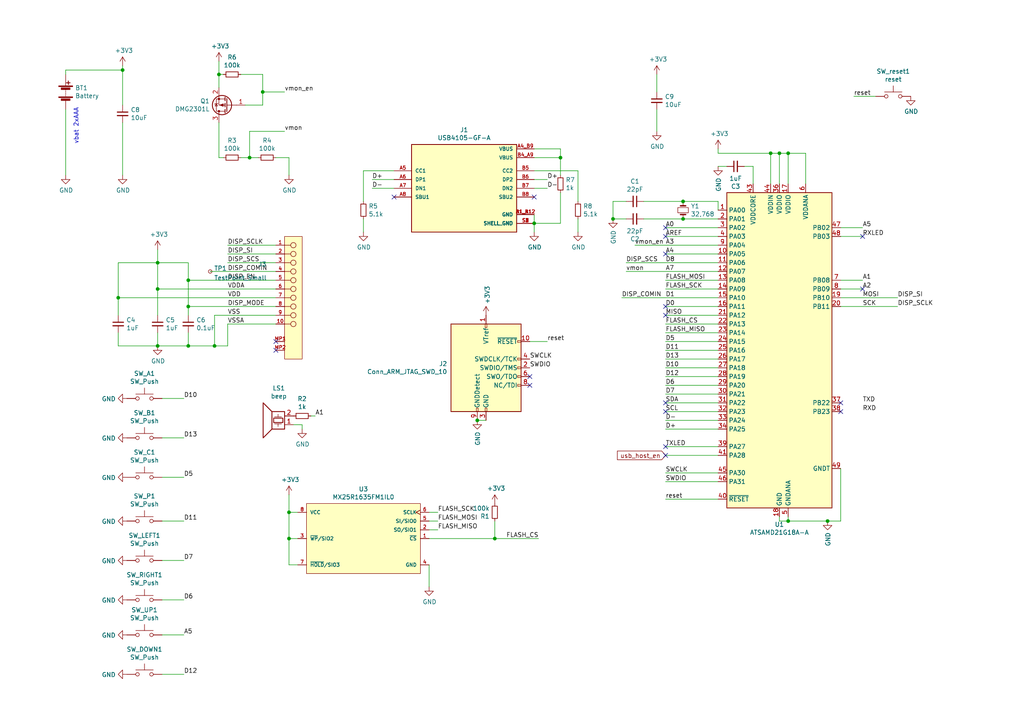
<source format=kicad_sch>
(kicad_sch (version 20211123) (generator eeschema)

  (uuid c701ee8e-1214-4781-a973-17bef7b6e3eb)

  (paper "A4")

  (lib_symbols
    (symbol "Connector:TestPoint_Small" (pin_numbers hide) (pin_names (offset 0.762) hide) (in_bom yes) (on_board yes)
      (property "Reference" "TP" (id 0) (at 0 3.81 0)
        (effects (font (size 1.27 1.27)))
      )
      (property "Value" "TestPoint_Small" (id 1) (at 0 2.032 0)
        (effects (font (size 1.27 1.27)))
      )
      (property "Footprint" "" (id 2) (at 5.08 0 0)
        (effects (font (size 1.27 1.27)) hide)
      )
      (property "Datasheet" "~" (id 3) (at 5.08 0 0)
        (effects (font (size 1.27 1.27)) hide)
      )
      (property "ki_keywords" "test point tp" (id 4) (at 0 0 0)
        (effects (font (size 1.27 1.27)) hide)
      )
      (property "ki_description" "test point" (id 5) (at 0 0 0)
        (effects (font (size 1.27 1.27)) hide)
      )
      (property "ki_fp_filters" "Pin* Test*" (id 6) (at 0 0 0)
        (effects (font (size 1.27 1.27)) hide)
      )
      (symbol "TestPoint_Small_0_1"
        (circle (center 0 0) (radius 0.508)
          (stroke (width 0) (type default) (color 0 0 0 0))
          (fill (type none))
        )
      )
      (symbol "TestPoint_Small_1_1"
        (pin passive line (at 0 0 90) (length 0)
          (name "1" (effects (font (size 1.27 1.27))))
          (number "1" (effects (font (size 1.27 1.27))))
        )
      )
    )
    (symbol "Device:R_Small" (pin_numbers hide) (pin_names (offset 0.254) hide) (in_bom yes) (on_board yes)
      (property "Reference" "R" (id 0) (at 0.762 0.508 0)
        (effects (font (size 1.27 1.27)) (justify left))
      )
      (property "Value" "R_Small" (id 1) (at 0.762 -1.016 0)
        (effects (font (size 1.27 1.27)) (justify left))
      )
      (property "Footprint" "" (id 2) (at 0 0 0)
        (effects (font (size 1.27 1.27)) hide)
      )
      (property "Datasheet" "~" (id 3) (at 0 0 0)
        (effects (font (size 1.27 1.27)) hide)
      )
      (property "ki_keywords" "R resistor" (id 4) (at 0 0 0)
        (effects (font (size 1.27 1.27)) hide)
      )
      (property "ki_description" "Resistor, small symbol" (id 5) (at 0 0 0)
        (effects (font (size 1.27 1.27)) hide)
      )
      (property "ki_fp_filters" "R_*" (id 6) (at 0 0 0)
        (effects (font (size 1.27 1.27)) hide)
      )
      (symbol "R_Small_0_1"
        (rectangle (start -0.762 1.778) (end 0.762 -1.778)
          (stroke (width 0.2032) (type default) (color 0 0 0 0))
          (fill (type none))
        )
      )
      (symbol "R_Small_1_1"
        (pin passive line (at 0 2.54 270) (length 0.762)
          (name "~" (effects (font (size 1.27 1.27))))
          (number "1" (effects (font (size 1.27 1.27))))
        )
        (pin passive line (at 0 -2.54 90) (length 0.762)
          (name "~" (effects (font (size 1.27 1.27))))
          (number "2" (effects (font (size 1.27 1.27))))
        )
      )
    )
    (symbol "Transistor_FET:DMG2301L" (pin_names hide) (in_bom yes) (on_board yes)
      (property "Reference" "Q" (id 0) (at 5.08 1.905 0)
        (effects (font (size 1.27 1.27)) (justify left))
      )
      (property "Value" "DMG2301L" (id 1) (at 5.08 0 0)
        (effects (font (size 1.27 1.27)) (justify left))
      )
      (property "Footprint" "Package_TO_SOT_SMD:SOT-23" (id 2) (at 5.08 -1.905 0)
        (effects (font (size 1.27 1.27) italic) (justify left) hide)
      )
      (property "Datasheet" "https://www.diodes.com/assets/Datasheets/DMG2301L.pdf" (id 3) (at 0 0 0)
        (effects (font (size 1.27 1.27)) (justify left) hide)
      )
      (property "ki_keywords" "P-Channel MOSFET" (id 4) (at 0 0 0)
        (effects (font (size 1.27 1.27)) hide)
      )
      (property "ki_description" "-3A Id, -20V Vds, P-Channel MOSFET, SOT-23" (id 5) (at 0 0 0)
        (effects (font (size 1.27 1.27)) hide)
      )
      (property "ki_fp_filters" "SOT?23*" (id 6) (at 0 0 0)
        (effects (font (size 1.27 1.27)) hide)
      )
      (symbol "DMG2301L_0_1"
        (polyline
          (pts
            (xy 0.254 0)
            (xy -2.54 0)
          )
          (stroke (width 0) (type default) (color 0 0 0 0))
          (fill (type none))
        )
        (polyline
          (pts
            (xy 0.254 1.905)
            (xy 0.254 -1.905)
          )
          (stroke (width 0.254) (type default) (color 0 0 0 0))
          (fill (type none))
        )
        (polyline
          (pts
            (xy 0.762 -1.27)
            (xy 0.762 -2.286)
          )
          (stroke (width 0.254) (type default) (color 0 0 0 0))
          (fill (type none))
        )
        (polyline
          (pts
            (xy 0.762 0.508)
            (xy 0.762 -0.508)
          )
          (stroke (width 0.254) (type default) (color 0 0 0 0))
          (fill (type none))
        )
        (polyline
          (pts
            (xy 0.762 2.286)
            (xy 0.762 1.27)
          )
          (stroke (width 0.254) (type default) (color 0 0 0 0))
          (fill (type none))
        )
        (polyline
          (pts
            (xy 2.54 2.54)
            (xy 2.54 1.778)
          )
          (stroke (width 0) (type default) (color 0 0 0 0))
          (fill (type none))
        )
        (polyline
          (pts
            (xy 2.54 -2.54)
            (xy 2.54 0)
            (xy 0.762 0)
          )
          (stroke (width 0) (type default) (color 0 0 0 0))
          (fill (type none))
        )
        (polyline
          (pts
            (xy 0.762 1.778)
            (xy 3.302 1.778)
            (xy 3.302 -1.778)
            (xy 0.762 -1.778)
          )
          (stroke (width 0) (type default) (color 0 0 0 0))
          (fill (type none))
        )
        (polyline
          (pts
            (xy 2.286 0)
            (xy 1.27 0.381)
            (xy 1.27 -0.381)
            (xy 2.286 0)
          )
          (stroke (width 0) (type default) (color 0 0 0 0))
          (fill (type outline))
        )
        (polyline
          (pts
            (xy 2.794 -0.508)
            (xy 2.921 -0.381)
            (xy 3.683 -0.381)
            (xy 3.81 -0.254)
          )
          (stroke (width 0) (type default) (color 0 0 0 0))
          (fill (type none))
        )
        (polyline
          (pts
            (xy 3.302 -0.381)
            (xy 2.921 0.254)
            (xy 3.683 0.254)
            (xy 3.302 -0.381)
          )
          (stroke (width 0) (type default) (color 0 0 0 0))
          (fill (type none))
        )
        (circle (center 1.651 0) (radius 2.794)
          (stroke (width 0.254) (type default) (color 0 0 0 0))
          (fill (type none))
        )
        (circle (center 2.54 -1.778) (radius 0.254)
          (stroke (width 0) (type default) (color 0 0 0 0))
          (fill (type outline))
        )
        (circle (center 2.54 1.778) (radius 0.254)
          (stroke (width 0) (type default) (color 0 0 0 0))
          (fill (type outline))
        )
      )
      (symbol "DMG2301L_1_1"
        (pin input line (at -5.08 0 0) (length 2.54)
          (name "G" (effects (font (size 1.27 1.27))))
          (number "1" (effects (font (size 1.27 1.27))))
        )
        (pin passive line (at 2.54 -5.08 90) (length 2.54)
          (name "S" (effects (font (size 1.27 1.27))))
          (number "2" (effects (font (size 1.27 1.27))))
        )
        (pin passive line (at 2.54 5.08 270) (length 2.54)
          (name "D" (effects (font (size 1.27 1.27))))
          (number "3" (effects (font (size 1.27 1.27))))
        )
      )
    )
    (symbol "pawpet-v5-rescue:+3.3V-power" (power) (pin_names (offset 0)) (in_bom yes) (on_board yes)
      (property "Reference" "#PWR" (id 0) (at 0 -3.81 0)
        (effects (font (size 1.27 1.27)) hide)
      )
      (property "Value" "+3.3V-power" (id 1) (at 0 3.556 0)
        (effects (font (size 1.27 1.27)))
      )
      (property "Footprint" "" (id 2) (at 0 0 0)
        (effects (font (size 1.27 1.27)) hide)
      )
      (property "Datasheet" "" (id 3) (at 0 0 0)
        (effects (font (size 1.27 1.27)) hide)
      )
      (symbol "+3.3V-power_0_1"
        (polyline
          (pts
            (xy -0.762 1.27)
            (xy 0 2.54)
          )
          (stroke (width 0) (type default) (color 0 0 0 0))
          (fill (type none))
        )
        (polyline
          (pts
            (xy 0 0)
            (xy 0 2.54)
          )
          (stroke (width 0) (type default) (color 0 0 0 0))
          (fill (type none))
        )
        (polyline
          (pts
            (xy 0 2.54)
            (xy 0.762 1.27)
          )
          (stroke (width 0) (type default) (color 0 0 0 0))
          (fill (type none))
        )
      )
      (symbol "+3.3V-power_1_1"
        (pin power_in line (at 0 0 90) (length 0) hide
          (name "+3V3" (effects (font (size 1.27 1.27))))
          (number "1" (effects (font (size 1.27 1.27))))
        )
      )
    )
    (symbol "pawpet-v5-rescue:52892-1033-molex" (pin_names (offset 0)) (in_bom yes) (on_board yes)
      (property "Reference" "J" (id 0) (at 0 12.7 0)
        (effects (font (size 1.27 1.27)) (justify left))
      )
      (property "Value" "52892-1033-molex" (id 1) (at 0 15.24 0)
        (effects (font (size 1.27 1.27)) (justify left))
      )
      (property "Footprint" "Molex-52892-1033-*" (id 2) (at 0 17.78 0)
        (effects (font (size 1.27 1.27)) (justify left) hide)
      )
      (property "Datasheet" "http://www.molex.com/webdocs/datasheets/pdf/en-us/0528921033_FFC_FPC_CONNECTORS.pdf" (id 3) (at 0 20.32 0)
        (effects (font (size 1.27 1.27)) (justify left) hide)
      )
      (property "Circuits Loaded" "10" (id 4) (at 0 22.86 0)
        (effects (font (size 1.27 1.27)) (justify left) hide)
      )
      (property "Component Link 1 Description" "Manufacturer URL" (id 5) (at 0 25.4 0)
        (effects (font (size 1.27 1.27)) (justify left) hide)
      )
      (property "Component Link 1 URL" "http://www.molex.com/molex/index.jsp" (id 6) (at 0 27.94 0)
        (effects (font (size 1.27 1.27)) (justify left) hide)
      )
      (property "Component Link 3 Description" "Package Specification" (id 7) (at 0 30.48 0)
        (effects (font (size 1.27 1.27)) (justify left) hide)
      )
      (property "Component Link 3 URL" "http://www.molex.com/pdm_docs/sd/528921033_sd.pdf" (id 8) (at 0 33.02 0)
        (effects (font (size 1.27 1.27)) (justify left) hide)
      )
      (property "Contact Position" "Bottom" (id 9) (at 0 35.56 0)
        (effects (font (size 1.27 1.27)) (justify left) hide)
      )
      (property "Current Max per Contact" "0.5A" (id 10) (at 0 38.1 0)
        (effects (font (size 1.27 1.27)) (justify left) hide)
      )
      (property "Durability mating cycles max" "20" (id 11) (at 0 40.64 0)
        (effects (font (size 1.27 1.27)) (justify left) hide)
      )
      (property "Entry Angle" "90degrees Angle" (id 12) (at 0 43.18 0)
        (effects (font (size 1.27 1.27)) (justify left) hide)
      )
      (property "Mated Height" "2.00mm" (id 13) (at 0 45.72 0)
        (effects (font (size 1.27 1.27)) (justify left) hide)
      )
      (property "Material   Metal" "Phosphor Bronze" (id 14) (at 0 48.26 0)
        (effects (font (size 1.27 1.27)) (justify left) hide)
      )
      (property "Material   Plating Mating" "Silver, Tin-Bismuth" (id 15) (at 0 50.8 0)
        (effects (font (size 1.27 1.27)) (justify left) hide)
      )
      (property "Material   Plating Termination" "Silver, Tin-Bismuth" (id 16) (at 0 53.34 0)
        (effects (font (size 1.27 1.27)) (justify left) hide)
      )
      (property "Mounting Technology" "Surface Mount" (id 17) (at 0 55.88 0)
        (effects (font (size 1.27 1.27)) (justify left) hide)
      )
      (property "Number of Rows" "1" (id 18) (at 0 58.42 0)
        (effects (font (size 1.27 1.27)) (justify left) hide)
      )
      (property "Orientation" "Right Angle" (id 19) (at 0 60.96 0)
        (effects (font (size 1.27 1.27)) (justify left) hide)
      )
      (property "PCB Locator" "No" (id 20) (at 0 63.5 0)
        (effects (font (size 1.27 1.27)) (justify left) hide)
      )
      (property "PCB Retention" "Yes" (id 21) (at 0 66.04 0)
        (effects (font (size 1.27 1.27)) (justify left) hide)
      )
      (property "Package Description" "10-Lead FPC Connector, Pitch 0.5 mm" (id 22) (at 0 68.58 0)
        (effects (font (size 1.27 1.27)) (justify left) hide)
      )
      (property "Package Version" "Rev. A, 05/2013" (id 23) (at 0 71.12 0)
        (effects (font (size 1.27 1.27)) (justify left) hide)
      )
      (property "Packing" "Tape and Reel" (id 24) (at 0 73.66 0)
        (effects (font (size 1.27 1.27)) (justify left) hide)
      )
      (property "Pitch   Mating Interface" "0.50mm" (id 25) (at 0 76.2 0)
        (effects (font (size 1.27 1.27)) (justify left) hide)
      )
      (property "Pitch   Termination Interface" "0.50mm" (id 26) (at 0 78.74 0)
        (effects (font (size 1.27 1.27)) (justify left) hide)
      )
      (property "Polarized to PCB" "No" (id 27) (at 0 81.28 0)
        (effects (font (size 1.27 1.27)) (justify left) hide)
      )
      (property "Stackable" "No" (id 28) (at 0 83.82 0)
        (effects (font (size 1.27 1.27)) (justify left) hide)
      )
      (property "Voltage Max" "50V" (id 29) (at 0 86.36 0)
        (effects (font (size 1.27 1.27)) (justify left) hide)
      )
      (property "category" "Conn" (id 30) (at 0 88.9 0)
        (effects (font (size 1.27 1.27)) (justify left) hide)
      )
      (property "ciiva ids" "12958041" (id 31) (at 0 91.44 0)
        (effects (font (size 1.27 1.27)) (justify left) hide)
      )
      (property "library id" "ed2c8a3844ca0313" (id 32) (at 0 93.98 0)
        (effects (font (size 1.27 1.27)) (justify left) hide)
      )
      (property "manufacturer" "Molex" (id 33) (at 0 96.52 0)
        (effects (font (size 1.27 1.27)) (justify left) hide)
      )
      (property "package" "52892-1033" (id 34) (at 0 99.06 0)
        (effects (font (size 1.27 1.27)) (justify left) hide)
      )
      (property "release date" "1411372666" (id 35) (at 0 101.6 0)
        (effects (font (size 1.27 1.27)) (justify left) hide)
      )
      (property "rohs" "Yes" (id 36) (at 0 104.14 0)
        (effects (font (size 1.27 1.27)) (justify left) hide)
      )
      (property "vault revision" "2519BB65-6747-4A90-BA56-D26D50506A67" (id 37) (at 0 106.68 0)
        (effects (font (size 1.27 1.27)) (justify left) hide)
      )
      (property "imported" "yes" (id 38) (at 0 109.22 0)
        (effects (font (size 1.27 1.27)) (justify left) hide)
      )
      (property "ki_locked" "" (id 39) (at 0 0 0)
        (effects (font (size 1.27 1.27)))
      )
      (symbol "52892-1033-molex_1_1"
        (rectangle (start -2.54 10.16) (end 33.02 5.08)
          (stroke (width 0) (type default) (color 0 0 0 0))
          (fill (type background))
        )
        (polyline
          (pts
            (xy 0 5.08)
            (xy 0 6.858)
          )
          (stroke (width 0) (type default) (color 0 0 0 0))
          (fill (type none))
        )
        (polyline
          (pts
            (xy 2.54 5.08)
            (xy 2.54 6.858)
          )
          (stroke (width 0) (type default) (color 0 0 0 0))
          (fill (type none))
        )
        (polyline
          (pts
            (xy 5.08 5.08)
            (xy 5.08 6.858)
          )
          (stroke (width 0) (type default) (color 0 0 0 0))
          (fill (type none))
        )
        (polyline
          (pts
            (xy 7.62 5.08)
            (xy 7.62 6.858)
          )
          (stroke (width 0) (type default) (color 0 0 0 0))
          (fill (type none))
        )
        (polyline
          (pts
            (xy 10.16 5.08)
            (xy 10.16 6.858)
          )
          (stroke (width 0) (type default) (color 0 0 0 0))
          (fill (type none))
        )
        (polyline
          (pts
            (xy 12.7 5.08)
            (xy 12.7 6.858)
          )
          (stroke (width 0) (type default) (color 0 0 0 0))
          (fill (type none))
        )
        (polyline
          (pts
            (xy 15.24 5.08)
            (xy 15.24 6.858)
          )
          (stroke (width 0) (type default) (color 0 0 0 0))
          (fill (type none))
        )
        (polyline
          (pts
            (xy 17.78 5.08)
            (xy 17.78 6.858)
          )
          (stroke (width 0) (type default) (color 0 0 0 0))
          (fill (type none))
        )
        (polyline
          (pts
            (xy 20.32 5.08)
            (xy 20.32 6.858)
          )
          (stroke (width 0) (type default) (color 0 0 0 0))
          (fill (type none))
        )
        (polyline
          (pts
            (xy 22.86 5.08)
            (xy 22.86 6.858)
          )
          (stroke (width 0) (type default) (color 0 0 0 0))
          (fill (type none))
        )
        (circle (center 0 7.62) (radius 0.762)
          (stroke (width 0) (type default) (color 0 0 0 0))
          (fill (type none))
        )
        (circle (center 2.54 7.62) (radius 0.762)
          (stroke (width 0) (type default) (color 0 0 0 0))
          (fill (type none))
        )
        (circle (center 5.08 7.62) (radius 0.762)
          (stroke (width 0) (type default) (color 0 0 0 0))
          (fill (type none))
        )
        (circle (center 7.62 7.62) (radius 0.762)
          (stroke (width 0) (type default) (color 0 0 0 0))
          (fill (type none))
        )
        (circle (center 10.16 7.62) (radius 0.762)
          (stroke (width 0) (type default) (color 0 0 0 0))
          (fill (type none))
        )
        (circle (center 12.7 7.62) (radius 0.762)
          (stroke (width 0) (type default) (color 0 0 0 0))
          (fill (type none))
        )
        (circle (center 15.24 7.62) (radius 0.762)
          (stroke (width 0) (type default) (color 0 0 0 0))
          (fill (type none))
        )
        (circle (center 17.78 7.62) (radius 0.762)
          (stroke (width 0) (type default) (color 0 0 0 0))
          (fill (type none))
        )
        (circle (center 20.32 7.62) (radius 0.762)
          (stroke (width 0) (type default) (color 0 0 0 0))
          (fill (type none))
        )
        (circle (center 22.86 7.62) (radius 0.762)
          (stroke (width 0) (type default) (color 0 0 0 0))
          (fill (type none))
        )
        (pin passive line (at 0 2.54 90) (length 2.54)
          (name "1" (effects (font (size 0 0))))
          (number "1" (effects (font (size 1.016 1.016))))
        )
        (pin passive line (at 22.86 2.54 90) (length 2.54)
          (name "10" (effects (font (size 0 0))))
          (number "10" (effects (font (size 1.016 1.016))))
        )
        (pin passive line (at 2.54 2.54 90) (length 2.54)
          (name "2" (effects (font (size 0 0))))
          (number "2" (effects (font (size 1.016 1.016))))
        )
        (pin passive line (at 5.08 2.54 90) (length 2.54)
          (name "3" (effects (font (size 0 0))))
          (number "3" (effects (font (size 1.016 1.016))))
        )
        (pin passive line (at 7.62 2.54 90) (length 2.54)
          (name "4" (effects (font (size 0 0))))
          (number "4" (effects (font (size 1.016 1.016))))
        )
        (pin passive line (at 10.16 2.54 90) (length 2.54)
          (name "5" (effects (font (size 0 0))))
          (number "5" (effects (font (size 1.016 1.016))))
        )
        (pin passive line (at 12.7 2.54 90) (length 2.54)
          (name "6" (effects (font (size 0 0))))
          (number "6" (effects (font (size 1.016 1.016))))
        )
        (pin passive line (at 15.24 2.54 90) (length 2.54)
          (name "7" (effects (font (size 0 0))))
          (number "7" (effects (font (size 1.016 1.016))))
        )
        (pin passive line (at 17.78 2.54 90) (length 2.54)
          (name "8" (effects (font (size 0 0))))
          (number "8" (effects (font (size 1.016 1.016))))
        )
        (pin passive line (at 20.32 2.54 90) (length 2.54)
          (name "9" (effects (font (size 0 0))))
          (number "9" (effects (font (size 1.016 1.016))))
        )
        (pin passive line (at 27.94 2.54 90) (length 2.54)
          (name "MP1" (effects (font (size 0 0))))
          (number "MP1" (effects (font (size 1.016 1.016))))
        )
        (pin passive line (at 30.48 2.54 90) (length 2.54)
          (name "MP2" (effects (font (size 0 0))))
          (number "MP2" (effects (font (size 1.016 1.016))))
        )
      )
    )
    (symbol "pawpet-v5-rescue:ATSAMD21G18A-A-MCU_Microchip_SAMD" (in_bom yes) (on_board yes)
      (property "Reference" "U" (id 0) (at -13.97 46.99 0)
        (effects (font (size 1.27 1.27)))
      )
      (property "Value" "ATSAMD21G18A-A-MCU_Microchip_SAMD" (id 1) (at 16.51 46.99 0)
        (effects (font (size 1.27 1.27)))
      )
      (property "Footprint" "Package_QFP:TQFP-48_7x7mm_P0.5mm" (id 2) (at 22.86 -46.99 0)
        (effects (font (size 1.27 1.27)) hide)
      )
      (property "Datasheet" "" (id 3) (at 0 25.4 0)
        (effects (font (size 1.27 1.27)) hide)
      )
      (property "ki_fp_filters" "TQFP*7x7mm*P0.5mm*" (id 4) (at 0 0 0)
        (effects (font (size 1.27 1.27)) hide)
      )
      (symbol "ATSAMD21G18A-A-MCU_Microchip_SAMD_0_1"
        (rectangle (start -15.24 45.72) (end 15.24 -45.72)
          (stroke (width 0.254) (type default) (color 0 0 0 0))
          (fill (type background))
        )
      )
      (symbol "ATSAMD21G18A-A-MCU_Microchip_SAMD_1_1"
        (pin bidirectional line (at -17.78 40.64 0) (length 2.54)
          (name "PA00" (effects (font (size 1.27 1.27))))
          (number "1" (effects (font (size 1.27 1.27))))
        )
        (pin bidirectional line (at -17.78 27.94 0) (length 2.54)
          (name "PA05" (effects (font (size 1.27 1.27))))
          (number "10" (effects (font (size 1.27 1.27))))
        )
        (pin bidirectional line (at -17.78 25.4 0) (length 2.54)
          (name "PA06" (effects (font (size 1.27 1.27))))
          (number "11" (effects (font (size 1.27 1.27))))
        )
        (pin bidirectional line (at -17.78 22.86 0) (length 2.54)
          (name "PA07" (effects (font (size 1.27 1.27))))
          (number "12" (effects (font (size 1.27 1.27))))
        )
        (pin bidirectional line (at -17.78 20.32 0) (length 2.54)
          (name "PA08" (effects (font (size 1.27 1.27))))
          (number "13" (effects (font (size 1.27 1.27))))
        )
        (pin bidirectional line (at -17.78 17.78 0) (length 2.54)
          (name "PA09" (effects (font (size 1.27 1.27))))
          (number "14" (effects (font (size 1.27 1.27))))
        )
        (pin bidirectional line (at -17.78 15.24 0) (length 2.54)
          (name "PA10" (effects (font (size 1.27 1.27))))
          (number "15" (effects (font (size 1.27 1.27))))
        )
        (pin bidirectional line (at -17.78 12.7 0) (length 2.54)
          (name "PA11" (effects (font (size 1.27 1.27))))
          (number "16" (effects (font (size 1.27 1.27))))
        )
        (pin power_in line (at 2.54 48.26 270) (length 2.54)
          (name "VDDIO" (effects (font (size 1.27 1.27))))
          (number "17" (effects (font (size 1.27 1.27))))
        )
        (pin power_in line (at 0 -48.26 90) (length 2.54)
          (name "GND" (effects (font (size 1.27 1.27))))
          (number "18" (effects (font (size 1.27 1.27))))
        )
        (pin bidirectional line (at 17.78 15.24 180) (length 2.54)
          (name "PB10" (effects (font (size 1.27 1.27))))
          (number "19" (effects (font (size 1.27 1.27))))
        )
        (pin bidirectional line (at -17.78 38.1 0) (length 2.54)
          (name "PA01" (effects (font (size 1.27 1.27))))
          (number "2" (effects (font (size 1.27 1.27))))
        )
        (pin bidirectional line (at 17.78 12.7 180) (length 2.54)
          (name "PB11" (effects (font (size 1.27 1.27))))
          (number "20" (effects (font (size 1.27 1.27))))
        )
        (pin bidirectional line (at -17.78 10.16 0) (length 2.54)
          (name "PA12" (effects (font (size 1.27 1.27))))
          (number "21" (effects (font (size 1.27 1.27))))
        )
        (pin bidirectional line (at -17.78 7.62 0) (length 2.54)
          (name "PA13" (effects (font (size 1.27 1.27))))
          (number "22" (effects (font (size 1.27 1.27))))
        )
        (pin bidirectional line (at -17.78 5.08 0) (length 2.54)
          (name "PA14" (effects (font (size 1.27 1.27))))
          (number "23" (effects (font (size 1.27 1.27))))
        )
        (pin bidirectional line (at -17.78 2.54 0) (length 2.54)
          (name "PA15" (effects (font (size 1.27 1.27))))
          (number "24" (effects (font (size 1.27 1.27))))
        )
        (pin bidirectional line (at -17.78 0 0) (length 2.54)
          (name "PA16" (effects (font (size 1.27 1.27))))
          (number "25" (effects (font (size 1.27 1.27))))
        )
        (pin bidirectional line (at -17.78 -2.54 0) (length 2.54)
          (name "PA17" (effects (font (size 1.27 1.27))))
          (number "26" (effects (font (size 1.27 1.27))))
        )
        (pin bidirectional line (at -17.78 -5.08 0) (length 2.54)
          (name "PA18" (effects (font (size 1.27 1.27))))
          (number "27" (effects (font (size 1.27 1.27))))
        )
        (pin bidirectional line (at -17.78 -7.62 0) (length 2.54)
          (name "PA19" (effects (font (size 1.27 1.27))))
          (number "28" (effects (font (size 1.27 1.27))))
        )
        (pin bidirectional line (at -17.78 -10.16 0) (length 2.54)
          (name "PA20" (effects (font (size 1.27 1.27))))
          (number "29" (effects (font (size 1.27 1.27))))
        )
        (pin bidirectional line (at -17.78 35.56 0) (length 2.54)
          (name "PA02" (effects (font (size 1.27 1.27))))
          (number "3" (effects (font (size 1.27 1.27))))
        )
        (pin bidirectional line (at -17.78 -12.7 0) (length 2.54)
          (name "PA21" (effects (font (size 1.27 1.27))))
          (number "30" (effects (font (size 1.27 1.27))))
        )
        (pin bidirectional line (at -17.78 -15.24 0) (length 2.54)
          (name "PA22" (effects (font (size 1.27 1.27))))
          (number "31" (effects (font (size 1.27 1.27))))
        )
        (pin bidirectional line (at -17.78 -17.78 0) (length 2.54)
          (name "PA23" (effects (font (size 1.27 1.27))))
          (number "32" (effects (font (size 1.27 1.27))))
        )
        (pin bidirectional line (at -17.78 -20.32 0) (length 2.54)
          (name "PA24" (effects (font (size 1.27 1.27))))
          (number "33" (effects (font (size 1.27 1.27))))
        )
        (pin bidirectional line (at -17.78 -22.86 0) (length 2.54)
          (name "PA25" (effects (font (size 1.27 1.27))))
          (number "34" (effects (font (size 1.27 1.27))))
        )
        (pin passive line (at 0 -48.26 90) (length 2.54) hide
          (name "GND" (effects (font (size 1.27 1.27))))
          (number "35" (effects (font (size 1.27 1.27))))
        )
        (pin power_in line (at 0 48.26 270) (length 2.54)
          (name "VDDIO" (effects (font (size 1.27 1.27))))
          (number "36" (effects (font (size 1.27 1.27))))
        )
        (pin bidirectional line (at 17.78 -15.24 180) (length 2.54)
          (name "PB22" (effects (font (size 1.27 1.27))))
          (number "37" (effects (font (size 1.27 1.27))))
        )
        (pin bidirectional line (at 17.78 -17.78 180) (length 2.54)
          (name "PB23" (effects (font (size 1.27 1.27))))
          (number "38" (effects (font (size 1.27 1.27))))
        )
        (pin bidirectional line (at -17.78 -27.94 0) (length 2.54)
          (name "PA27" (effects (font (size 1.27 1.27))))
          (number "39" (effects (font (size 1.27 1.27))))
        )
        (pin bidirectional line (at -17.78 33.02 0) (length 2.54)
          (name "PA03" (effects (font (size 1.27 1.27))))
          (number "4" (effects (font (size 1.27 1.27))))
        )
        (pin input line (at -17.78 -43.18 0) (length 2.54)
          (name "~{RESET}" (effects (font (size 1.27 1.27))))
          (number "40" (effects (font (size 1.27 1.27))))
        )
        (pin bidirectional line (at -17.78 -30.48 0) (length 2.54)
          (name "PA28" (effects (font (size 1.27 1.27))))
          (number "41" (effects (font (size 1.27 1.27))))
        )
        (pin passive line (at 0 -48.26 90) (length 2.54) hide
          (name "GND" (effects (font (size 1.27 1.27))))
          (number "42" (effects (font (size 1.27 1.27))))
        )
        (pin power_out line (at -7.62 48.26 270) (length 2.54)
          (name "VDDCORE" (effects (font (size 1.27 1.27))))
          (number "43" (effects (font (size 1.27 1.27))))
        )
        (pin power_in line (at -2.54 48.26 270) (length 2.54)
          (name "VDDIN" (effects (font (size 1.27 1.27))))
          (number "44" (effects (font (size 1.27 1.27))))
        )
        (pin bidirectional line (at -17.78 -35.56 0) (length 2.54)
          (name "PA30" (effects (font (size 1.27 1.27))))
          (number "45" (effects (font (size 1.27 1.27))))
        )
        (pin bidirectional line (at -17.78 -38.1 0) (length 2.54)
          (name "PA31" (effects (font (size 1.27 1.27))))
          (number "46" (effects (font (size 1.27 1.27))))
        )
        (pin bidirectional line (at 17.78 35.56 180) (length 2.54)
          (name "PB02" (effects (font (size 1.27 1.27))))
          (number "47" (effects (font (size 1.27 1.27))))
        )
        (pin bidirectional line (at 17.78 33.02 180) (length 2.54)
          (name "PB03" (effects (font (size 1.27 1.27))))
          (number "48" (effects (font (size 1.27 1.27))))
        )
        (pin input line (at 17.78 -34.29 180) (length 2.54)
          (name "GNDT" (effects (font (size 1.27 1.27))))
          (number "49" (effects (font (size 1.27 1.27))))
        )
        (pin power_in line (at 2.54 -48.26 90) (length 2.54)
          (name "GNDANA" (effects (font (size 1.27 1.27))))
          (number "5" (effects (font (size 1.27 1.27))))
        )
        (pin power_in line (at 7.62 48.26 270) (length 2.54)
          (name "VDDANA" (effects (font (size 1.27 1.27))))
          (number "6" (effects (font (size 1.27 1.27))))
        )
        (pin bidirectional line (at 17.78 20.32 180) (length 2.54)
          (name "PB08" (effects (font (size 1.27 1.27))))
          (number "7" (effects (font (size 1.27 1.27))))
        )
        (pin bidirectional line (at 17.78 17.78 180) (length 2.54)
          (name "PB09" (effects (font (size 1.27 1.27))))
          (number "8" (effects (font (size 1.27 1.27))))
        )
        (pin bidirectional line (at -17.78 30.48 0) (length 2.54)
          (name "PA04" (effects (font (size 1.27 1.27))))
          (number "9" (effects (font (size 1.27 1.27))))
        )
      )
    )
    (symbol "pawpet-v5-rescue:Battery-Device" (pin_numbers hide) (pin_names (offset 0) hide) (in_bom yes) (on_board yes)
      (property "Reference" "BT" (id 0) (at 2.54 2.54 0)
        (effects (font (size 1.27 1.27)) (justify left))
      )
      (property "Value" "Battery-Device" (id 1) (at 2.54 0 0)
        (effects (font (size 1.27 1.27)) (justify left))
      )
      (property "Footprint" "" (id 2) (at 0 1.524 90)
        (effects (font (size 1.27 1.27)) hide)
      )
      (property "Datasheet" "" (id 3) (at 0 1.524 90)
        (effects (font (size 1.27 1.27)) hide)
      )
      (symbol "Battery-Device_0_1"
        (rectangle (start -2.032 -1.397) (end 2.032 -1.651)
          (stroke (width 0) (type default) (color 0 0 0 0))
          (fill (type outline))
        )
        (rectangle (start -2.032 1.778) (end 2.032 1.524)
          (stroke (width 0) (type default) (color 0 0 0 0))
          (fill (type outline))
        )
        (rectangle (start -1.3208 -1.9812) (end 1.27 -2.4892)
          (stroke (width 0) (type default) (color 0 0 0 0))
          (fill (type outline))
        )
        (rectangle (start -1.3208 1.1938) (end 1.27 0.6858)
          (stroke (width 0) (type default) (color 0 0 0 0))
          (fill (type outline))
        )
        (polyline
          (pts
            (xy 0 -1.524)
            (xy 0 -1.27)
          )
          (stroke (width 0) (type default) (color 0 0 0 0))
          (fill (type none))
        )
        (polyline
          (pts
            (xy 0 -1.016)
            (xy 0 -0.762)
          )
          (stroke (width 0) (type default) (color 0 0 0 0))
          (fill (type none))
        )
        (polyline
          (pts
            (xy 0 -0.508)
            (xy 0 -0.254)
          )
          (stroke (width 0) (type default) (color 0 0 0 0))
          (fill (type none))
        )
        (polyline
          (pts
            (xy 0 0)
            (xy 0 0.254)
          )
          (stroke (width 0) (type default) (color 0 0 0 0))
          (fill (type none))
        )
        (polyline
          (pts
            (xy 0 0.508)
            (xy 0 0.762)
          )
          (stroke (width 0) (type default) (color 0 0 0 0))
          (fill (type none))
        )
        (polyline
          (pts
            (xy 0 1.778)
            (xy 0 2.54)
          )
          (stroke (width 0) (type default) (color 0 0 0 0))
          (fill (type none))
        )
        (polyline
          (pts
            (xy 0.254 2.667)
            (xy 1.27 2.667)
          )
          (stroke (width 0.254) (type default) (color 0 0 0 0))
          (fill (type none))
        )
        (polyline
          (pts
            (xy 0.762 3.175)
            (xy 0.762 2.159)
          )
          (stroke (width 0.254) (type default) (color 0 0 0 0))
          (fill (type none))
        )
      )
      (symbol "Battery-Device_1_1"
        (pin passive line (at 0 5.08 270) (length 2.54)
          (name "+" (effects (font (size 1.27 1.27))))
          (number "1" (effects (font (size 1.27 1.27))))
        )
        (pin passive line (at 0 -5.08 90) (length 2.54)
          (name "-" (effects (font (size 1.27 1.27))))
          (number "2" (effects (font (size 1.27 1.27))))
        )
      )
    )
    (symbol "pawpet-v5-rescue:C_Small-Device" (pin_numbers hide) (pin_names (offset 0.254) hide) (in_bom yes) (on_board yes)
      (property "Reference" "C" (id 0) (at 0.254 1.778 0)
        (effects (font (size 1.27 1.27)) (justify left))
      )
      (property "Value" "C_Small-Device" (id 1) (at 0.254 -2.032 0)
        (effects (font (size 1.27 1.27)) (justify left))
      )
      (property "Footprint" "" (id 2) (at 0 0 0)
        (effects (font (size 1.27 1.27)) hide)
      )
      (property "Datasheet" "" (id 3) (at 0 0 0)
        (effects (font (size 1.27 1.27)) hide)
      )
      (property "ki_fp_filters" "C_*" (id 4) (at 0 0 0)
        (effects (font (size 1.27 1.27)) hide)
      )
      (symbol "C_Small-Device_0_1"
        (polyline
          (pts
            (xy -1.524 -0.508)
            (xy 1.524 -0.508)
          )
          (stroke (width 0.3302) (type default) (color 0 0 0 0))
          (fill (type none))
        )
        (polyline
          (pts
            (xy -1.524 0.508)
            (xy 1.524 0.508)
          )
          (stroke (width 0.3048) (type default) (color 0 0 0 0))
          (fill (type none))
        )
      )
      (symbol "C_Small-Device_1_1"
        (pin passive line (at 0 2.54 270) (length 2.032)
          (name "~" (effects (font (size 1.27 1.27))))
          (number "1" (effects (font (size 1.27 1.27))))
        )
        (pin passive line (at 0 -2.54 90) (length 2.032)
          (name "~" (effects (font (size 1.27 1.27))))
          (number "2" (effects (font (size 1.27 1.27))))
        )
      )
    )
    (symbol "pawpet-v5-rescue:Conn_ARM_JTAG_SWD_10-Connector" (pin_names (offset 1.016)) (in_bom yes) (on_board yes)
      (property "Reference" "J" (id 0) (at -2.54 16.51 0)
        (effects (font (size 1.27 1.27)) (justify right))
      )
      (property "Value" "Conn_ARM_JTAG_SWD_10-Connector" (id 1) (at -2.54 13.97 0)
        (effects (font (size 1.27 1.27)) (justify right bottom))
      )
      (property "Footprint" "" (id 2) (at 0 0 0)
        (effects (font (size 1.27 1.27)) hide)
      )
      (property "Datasheet" "" (id 3) (at -8.89 -31.75 90)
        (effects (font (size 1.27 1.27)) hide)
      )
      (property "ki_fp_filters" "PinHeader?2x05?P1.27mm*" (id 4) (at 0 0 0)
        (effects (font (size 1.27 1.27)) hide)
      )
      (symbol "Conn_ARM_JTAG_SWD_10-Connector_0_1"
        (rectangle (start -10.16 12.7) (end 10.16 -12.7)
          (stroke (width 0.254) (type default) (color 0 0 0 0))
          (fill (type background))
        )
        (rectangle (start -2.794 -12.7) (end -2.286 -11.684)
          (stroke (width 0) (type default) (color 0 0 0 0))
          (fill (type none))
        )
        (rectangle (start -0.254 -12.7) (end 0.254 -11.684)
          (stroke (width 0) (type default) (color 0 0 0 0))
          (fill (type none))
        )
        (rectangle (start -0.254 12.7) (end 0.254 11.684)
          (stroke (width 0) (type default) (color 0 0 0 0))
          (fill (type none))
        )
        (rectangle (start 9.144 2.286) (end 10.16 2.794)
          (stroke (width 0) (type default) (color 0 0 0 0))
          (fill (type none))
        )
        (rectangle (start 10.16 -2.794) (end 9.144 -2.286)
          (stroke (width 0) (type default) (color 0 0 0 0))
          (fill (type none))
        )
        (rectangle (start 10.16 -0.254) (end 9.144 0.254)
          (stroke (width 0) (type default) (color 0 0 0 0))
          (fill (type none))
        )
        (rectangle (start 10.16 7.874) (end 9.144 7.366)
          (stroke (width 0) (type default) (color 0 0 0 0))
          (fill (type none))
        )
      )
      (symbol "Conn_ARM_JTAG_SWD_10-Connector_1_1"
        (rectangle (start 9.144 -5.334) (end 10.16 -4.826)
          (stroke (width 0) (type default) (color 0 0 0 0))
          (fill (type none))
        )
        (pin power_in line (at 0 15.24 270) (length 2.54)
          (name "VTref" (effects (font (size 1.27 1.27))))
          (number "1" (effects (font (size 1.27 1.27))))
        )
        (pin open_collector line (at 12.7 7.62 180) (length 2.54)
          (name "~{RESET}" (effects (font (size 1.27 1.27))))
          (number "10" (effects (font (size 1.27 1.27))))
        )
        (pin bidirectional line (at 12.7 0 180) (length 2.54)
          (name "SWDIO/TMS" (effects (font (size 1.27 1.27))))
          (number "2" (effects (font (size 1.27 1.27))))
        )
        (pin power_in line (at 0 -15.24 90) (length 2.54)
          (name "GND" (effects (font (size 1.27 1.27))))
          (number "3" (effects (font (size 1.27 1.27))))
        )
        (pin output line (at 12.7 2.54 180) (length 2.54)
          (name "SWDCLK/TCK" (effects (font (size 1.27 1.27))))
          (number "4" (effects (font (size 1.27 1.27))))
        )
        (pin passive line (at 0 -15.24 90) (length 2.54) hide
          (name "GND" (effects (font (size 1.27 1.27))))
          (number "5" (effects (font (size 1.27 1.27))))
        )
        (pin input line (at 12.7 -2.54 180) (length 2.54)
          (name "SWO/TDO" (effects (font (size 1.27 1.27))))
          (number "6" (effects (font (size 1.27 1.27))))
        )
        (pin no_connect line (at -10.16 0 0) (length 2.54) hide
          (name "KEY" (effects (font (size 1.27 1.27))))
          (number "7" (effects (font (size 1.27 1.27))))
        )
        (pin output line (at 12.7 -5.08 180) (length 2.54)
          (name "NC/TDI" (effects (font (size 1.27 1.27))))
          (number "8" (effects (font (size 1.27 1.27))))
        )
        (pin passive line (at -2.54 -15.24 90) (length 2.54)
          (name "GNDDetect" (effects (font (size 1.27 1.27))))
          (number "9" (effects (font (size 1.27 1.27))))
        )
      )
    )
    (symbol "pawpet-v5-rescue:Crystal_Small-Device" (pin_numbers hide) (pin_names (offset 1.016) hide) (in_bom yes) (on_board yes)
      (property "Reference" "Y" (id 0) (at 0 2.54 0)
        (effects (font (size 1.27 1.27)))
      )
      (property "Value" "Crystal_Small-Device" (id 1) (at 0 -2.54 0)
        (effects (font (size 1.27 1.27)))
      )
      (property "Footprint" "" (id 2) (at 0 0 0)
        (effects (font (size 1.27 1.27)) hide)
      )
      (property "Datasheet" "" (id 3) (at 0 0 0)
        (effects (font (size 1.27 1.27)) hide)
      )
      (property "ki_fp_filters" "Crystal*" (id 4) (at 0 0 0)
        (effects (font (size 1.27 1.27)) hide)
      )
      (symbol "Crystal_Small-Device_0_1"
        (rectangle (start -0.762 -1.524) (end 0.762 1.524)
          (stroke (width 0) (type default) (color 0 0 0 0))
          (fill (type none))
        )
        (polyline
          (pts
            (xy -1.27 -0.762)
            (xy -1.27 0.762)
          )
          (stroke (width 0.381) (type default) (color 0 0 0 0))
          (fill (type none))
        )
        (polyline
          (pts
            (xy 1.27 -0.762)
            (xy 1.27 0.762)
          )
          (stroke (width 0.381) (type default) (color 0 0 0 0))
          (fill (type none))
        )
      )
      (symbol "Crystal_Small-Device_1_1"
        (pin passive line (at -2.54 0 0) (length 1.27)
          (name "1" (effects (font (size 1.27 1.27))))
          (number "1" (effects (font (size 1.27 1.27))))
        )
        (pin passive line (at 2.54 0 180) (length 1.27)
          (name "2" (effects (font (size 1.27 1.27))))
          (number "2" (effects (font (size 1.27 1.27))))
        )
      )
    )
    (symbol "pawpet-v5-rescue:GND-power" (power) (pin_names (offset 0)) (in_bom yes) (on_board yes)
      (property "Reference" "#PWR" (id 0) (at 0 -6.35 0)
        (effects (font (size 1.27 1.27)) hide)
      )
      (property "Value" "GND-power" (id 1) (at 0 -3.81 0)
        (effects (font (size 1.27 1.27)))
      )
      (property "Footprint" "" (id 2) (at 0 0 0)
        (effects (font (size 1.27 1.27)) hide)
      )
      (property "Datasheet" "" (id 3) (at 0 0 0)
        (effects (font (size 1.27 1.27)) hide)
      )
      (symbol "GND-power_0_1"
        (polyline
          (pts
            (xy 0 0)
            (xy 0 -1.27)
            (xy 1.27 -1.27)
            (xy 0 -2.54)
            (xy -1.27 -1.27)
            (xy 0 -1.27)
          )
          (stroke (width 0) (type default) (color 0 0 0 0))
          (fill (type none))
        )
      )
      (symbol "GND-power_1_1"
        (pin power_in line (at 0 0 270) (length 0) hide
          (name "GND" (effects (font (size 1.27 1.27))))
          (number "1" (effects (font (size 1.27 1.27))))
        )
      )
    )
    (symbol "pawpet-v5-rescue:MX25V1635FM1I-macronix" (pin_names (offset 1.016)) (in_bom yes) (on_board yes)
      (property "Reference" "U" (id 0) (at 0 5.08 0)
        (effects (font (size 1.27 1.27)) (justify left))
      )
      (property "Value" "MX25V1635FM1I-macronix" (id 1) (at 0 7.62 0)
        (effects (font (size 1.27 1.27)) (justify left))
      )
      (property "Footprint" "Macronix-SOP-8-150MIL-0-0-*" (id 2) (at 0 10.16 0)
        (effects (font (size 1.27 1.27)) (justify left) hide)
      )
      (property "Datasheet" "https://www.macronix.com/Lists/Datasheet/Attachments/7409/MX25V1635F,%202.5V,%2016Mb,%20v1.4.pdf" (id 3) (at 0 12.7 0)
        (effects (font (size 1.27 1.27)) (justify left) hide)
      )
      (property "access time" "8ns" (id 4) (at 0 15.24 0)
        (effects (font (size 1.27 1.27)) (justify left) hide)
      )
      (property "ambient temperature range high" "+85°C" (id 5) (at 0 17.78 0)
        (effects (font (size 1.27 1.27)) (justify left) hide)
      )
      (property "ambient temperature range low" "-40°C" (id 6) (at 0 20.32 0)
        (effects (font (size 1.27 1.27)) (justify left) hide)
      )
      (property "automotive" "No" (id 7) (at 0 22.86 0)
        (effects (font (size 1.27 1.27)) (justify left) hide)
      )
      (property "category" "IC" (id 8) (at 0 25.4 0)
        (effects (font (size 1.27 1.27)) (justify left) hide)
      )
      (property "device class L1" "Integrated Circuits (ICs)" (id 9) (at 0 27.94 0)
        (effects (font (size 1.27 1.27)) (justify left) hide)
      )
      (property "device class L2" "Memory" (id 10) (at 0 30.48 0)
        (effects (font (size 1.27 1.27)) (justify left) hide)
      )
      (property "device class L3" "Flash" (id 11) (at 0 33.02 0)
        (effects (font (size 1.27 1.27)) (justify left) hide)
      )
      (property "digikey description" "IC FLASH 16M SPI 80MHZ 8SOP" (id 12) (at 0 35.56 0)
        (effects (font (size 1.27 1.27)) (justify left) hide)
      )
      (property "digikey part number" "1092-1190-ND" (id 13) (at 0 38.1 0)
        (effects (font (size 1.27 1.27)) (justify left) hide)
      )
      (property "footprint url" "https://www.macronix.com/Lists/ApplicationNote/Attachments/1897/AN0239V1%20-%20Macronix%20150mil%208SOP_6x5mm8WSON_dual%20layout.pdf" (id 14) (at 0 40.64 0)
        (effects (font (size 1.27 1.27)) (justify left) hide)
      )
      (property "frequency" "80MHz" (id 15) (at 0 43.18 0)
        (effects (font (size 1.27 1.27)) (justify left) hide)
      )
      (property "height" "1.75mm" (id 16) (at 0 45.72 0)
        (effects (font (size 1.27 1.27)) (justify left) hide)
      )
      (property "interface" "SPI" (id 17) (at 0 48.26 0)
        (effects (font (size 1.27 1.27)) (justify left) hide)
      )
      (property "ipc land pattern name" "SOIC127P599X175-8" (id 18) (at 0 50.8 0)
        (effects (font (size 1.27 1.27)) (justify left) hide)
      )
      (property "lead free" "Yes" (id 19) (at 0 53.34 0)
        (effects (font (size 1.27 1.27)) (justify left) hide)
      )
      (property "library id" "b395dce75c947a4f" (id 20) (at 0 55.88 0)
        (effects (font (size 1.27 1.27)) (justify left) hide)
      )
      (property "manufacturer" "Macronix" (id 21) (at 0 58.42 0)
        (effects (font (size 1.27 1.27)) (justify left) hide)
      )
      (property "max supply voltage" "3.6V" (id 22) (at 0 60.96 0)
        (effects (font (size 1.27 1.27)) (justify left) hide)
      )
      (property "memory size" "16Mbits" (id 23) (at 0 63.5 0)
        (effects (font (size 1.27 1.27)) (justify left) hide)
      )
      (property "memory type" "FLASH" (id 24) (at 0 66.04 0)
        (effects (font (size 1.27 1.27)) (justify left) hide)
      )
      (property "min supply voltage" "2.3V" (id 25) (at 0 68.58 0)
        (effects (font (size 1.27 1.27)) (justify left) hide)
      )
      (property "nominal supply current" "3.5-6.5mA" (id 26) (at 0 71.12 0)
        (effects (font (size 1.27 1.27)) (justify left) hide)
      )
      (property "package" "SOP8" (id 27) (at 0 73.66 0)
        (effects (font (size 1.27 1.27)) (justify left) hide)
      )
      (property "rohs" "Yes" (id 28) (at 0 76.2 0)
        (effects (font (size 1.27 1.27)) (justify left) hide)
      )
      (property "standoff height" "0.1mm" (id 29) (at 0 78.74 0)
        (effects (font (size 1.27 1.27)) (justify left) hide)
      )
      (property "temperature range high" "+85°C" (id 30) (at 0 81.28 0)
        (effects (font (size 1.27 1.27)) (justify left) hide)
      )
      (property "temperature range low" "-40°C" (id 31) (at 0 83.82 0)
        (effects (font (size 1.27 1.27)) (justify left) hide)
      )
      (property "ki_locked" "" (id 32) (at 0 0 0)
        (effects (font (size 1.27 1.27)))
      )
      (symbol "MX25V1635FM1I-macronix_1_1"
        (rectangle (start 5.08 2.54) (end 38.1 -17.78)
          (stroke (width 0) (type default) (color 0 0 0 0))
          (fill (type background))
        )
        (pin input line (at 40.64 -7.62 180) (length 2.54)
          (name "~{CS}" (effects (font (size 1.016 1.016))))
          (number "1" (effects (font (size 1.016 1.016))))
        )
        (pin bidirectional line (at 40.64 -5.08 180) (length 2.54)
          (name "SO/SIO1" (effects (font (size 1.016 1.016))))
          (number "2" (effects (font (size 1.016 1.016))))
        )
        (pin bidirectional line (at 2.54 -7.62 0) (length 2.54)
          (name "~{WP}/SIO2" (effects (font (size 1.016 1.016))))
          (number "3" (effects (font (size 1.016 1.016))))
        )
        (pin power_in line (at 40.64 -15.24 180) (length 2.54)
          (name "GND" (effects (font (size 1.016 1.016))))
          (number "4" (effects (font (size 1.016 1.016))))
        )
        (pin bidirectional line (at 40.64 -2.54 180) (length 2.54)
          (name "SI/SIO0" (effects (font (size 1.016 1.016))))
          (number "5" (effects (font (size 1.016 1.016))))
        )
        (pin input clock (at 40.64 0 180) (length 2.54)
          (name "SCLK" (effects (font (size 1.016 1.016))))
          (number "6" (effects (font (size 1.016 1.016))))
        )
        (pin bidirectional line (at 2.54 -15.24 0) (length 2.54)
          (name "~{HOLD}/SIO3" (effects (font (size 1.016 1.016))))
          (number "7" (effects (font (size 1.016 1.016))))
        )
        (pin power_in line (at 2.54 0 0) (length 2.54)
          (name "VCC" (effects (font (size 1.016 1.016))))
          (number "8" (effects (font (size 1.016 1.016))))
        )
      )
    )
    (symbol "pawpet-v5-rescue:R_Small-Device" (pin_numbers hide) (pin_names (offset 0.254) hide) (in_bom yes) (on_board yes)
      (property "Reference" "R" (id 0) (at 0.762 0.508 0)
        (effects (font (size 1.27 1.27)) (justify left))
      )
      (property "Value" "R_Small-Device" (id 1) (at 0.762 -1.016 0)
        (effects (font (size 1.27 1.27)) (justify left))
      )
      (property "Footprint" "" (id 2) (at 0 0 0)
        (effects (font (size 1.27 1.27)) hide)
      )
      (property "Datasheet" "" (id 3) (at 0 0 0)
        (effects (font (size 1.27 1.27)) hide)
      )
      (property "ki_fp_filters" "R_*" (id 4) (at 0 0 0)
        (effects (font (size 1.27 1.27)) hide)
      )
      (symbol "R_Small-Device_0_1"
        (rectangle (start -0.762 1.778) (end 0.762 -1.778)
          (stroke (width 0.2032) (type default) (color 0 0 0 0))
          (fill (type none))
        )
      )
      (symbol "R_Small-Device_1_1"
        (pin passive line (at 0 2.54 270) (length 0.762)
          (name "~" (effects (font (size 1.27 1.27))))
          (number "1" (effects (font (size 1.27 1.27))))
        )
        (pin passive line (at 0 -2.54 90) (length 0.762)
          (name "~" (effects (font (size 1.27 1.27))))
          (number "2" (effects (font (size 1.27 1.27))))
        )
      )
    )
    (symbol "pawpet-v5-rescue:SW_Push-Switch" (pin_numbers hide) (pin_names (offset 1.016) hide) (in_bom yes) (on_board yes)
      (property "Reference" "SW" (id 0) (at 1.27 2.54 0)
        (effects (font (size 1.27 1.27)) (justify left))
      )
      (property "Value" "SW_Push-Switch" (id 1) (at 0 -1.524 0)
        (effects (font (size 1.27 1.27)))
      )
      (property "Footprint" "" (id 2) (at 0 5.08 0)
        (effects (font (size 1.27 1.27)) hide)
      )
      (property "Datasheet" "" (id 3) (at 0 5.08 0)
        (effects (font (size 1.27 1.27)) hide)
      )
      (symbol "SW_Push-Switch_0_1"
        (circle (center -2.032 0) (radius 0.508)
          (stroke (width 0) (type default) (color 0 0 0 0))
          (fill (type none))
        )
        (polyline
          (pts
            (xy 0 1.27)
            (xy 0 3.048)
          )
          (stroke (width 0) (type default) (color 0 0 0 0))
          (fill (type none))
        )
        (polyline
          (pts
            (xy 2.54 1.27)
            (xy -2.54 1.27)
          )
          (stroke (width 0) (type default) (color 0 0 0 0))
          (fill (type none))
        )
        (circle (center 2.032 0) (radius 0.508)
          (stroke (width 0) (type default) (color 0 0 0 0))
          (fill (type none))
        )
        (pin passive line (at -5.08 0 0) (length 2.54)
          (name "1" (effects (font (size 1.27 1.27))))
          (number "1" (effects (font (size 1.27 1.27))))
        )
        (pin passive line (at 5.08 0 180) (length 2.54)
          (name "2" (effects (font (size 1.27 1.27))))
          (number "2" (effects (font (size 1.27 1.27))))
        )
      )
    )
    (symbol "pawpet-v5-rescue:Speaker_Crystal-Device" (pin_names (offset 0) hide) (in_bom yes) (on_board yes)
      (property "Reference" "LS" (id 0) (at 0.635 5.715 0)
        (effects (font (size 1.27 1.27)) (justify right))
      )
      (property "Value" "Speaker_Crystal-Device" (id 1) (at 0.635 3.81 0)
        (effects (font (size 1.27 1.27)) (justify right))
      )
      (property "Footprint" "" (id 2) (at -0.889 -1.27 0)
        (effects (font (size 1.27 1.27)) hide)
      )
      (property "Datasheet" "" (id 3) (at -0.889 -1.27 0)
        (effects (font (size 1.27 1.27)) hide)
      )
      (symbol "Speaker_Crystal-Device_0_0"
        (rectangle (start -2.54 1.27) (end 1.143 -3.81)
          (stroke (width 0.254) (type default) (color 0 0 0 0))
          (fill (type none))
        )
        (rectangle (start -2.032 -0.635) (end 0.635 -1.905)
          (stroke (width 0.254) (type default) (color 0 0 0 0))
          (fill (type none))
        )
        (polyline
          (pts
            (xy -1.651 -2.286)
            (xy 0.381 -2.286)
          )
          (stroke (width 0) (type default) (color 0 0 0 0))
          (fill (type none))
        )
        (polyline
          (pts
            (xy -1.651 -0.254)
            (xy 0.381 -0.254)
          )
          (stroke (width 0) (type default) (color 0 0 0 0))
          (fill (type none))
        )
        (polyline
          (pts
            (xy -0.635 -2.286)
            (xy -0.635 -3.048)
          )
          (stroke (width 0) (type default) (color 0 0 0 0))
          (fill (type none))
        )
        (polyline
          (pts
            (xy -0.635 -0.254)
            (xy -0.635 0.508)
          )
          (stroke (width 0) (type default) (color 0 0 0 0))
          (fill (type none))
        )
        (polyline
          (pts
            (xy 1.143 1.27)
            (xy 3.683 3.81)
            (xy 3.683 -6.35)
            (xy 1.143 -3.81)
          )
          (stroke (width 0.254) (type default) (color 0 0 0 0))
          (fill (type none))
        )
      )
      (symbol "Speaker_Crystal-Device_1_1"
        (pin input line (at -5.08 0 0) (length 2.54)
          (name "1" (effects (font (size 1.27 1.27))))
          (number "1" (effects (font (size 1.27 1.27))))
        )
        (pin input line (at -5.08 -2.54 0) (length 2.54)
          (name "2" (effects (font (size 1.27 1.27))))
          (number "2" (effects (font (size 1.27 1.27))))
        )
      )
    )
    (symbol "power:+3.3V" (power) (pin_names (offset 0)) (in_bom yes) (on_board yes)
      (property "Reference" "#PWR" (id 0) (at 0 -3.81 0)
        (effects (font (size 1.27 1.27)) hide)
      )
      (property "Value" "+3.3V" (id 1) (at 0 3.556 0)
        (effects (font (size 1.27 1.27)))
      )
      (property "Footprint" "" (id 2) (at 0 0 0)
        (effects (font (size 1.27 1.27)) hide)
      )
      (property "Datasheet" "" (id 3) (at 0 0 0)
        (effects (font (size 1.27 1.27)) hide)
      )
      (property "ki_keywords" "power-flag" (id 4) (at 0 0 0)
        (effects (font (size 1.27 1.27)) hide)
      )
      (property "ki_description" "Power symbol creates a global label with name \"+3.3V\"" (id 5) (at 0 0 0)
        (effects (font (size 1.27 1.27)) hide)
      )
      (symbol "+3.3V_0_1"
        (polyline
          (pts
            (xy -0.762 1.27)
            (xy 0 2.54)
          )
          (stroke (width 0) (type default) (color 0 0 0 0))
          (fill (type none))
        )
        (polyline
          (pts
            (xy 0 0)
            (xy 0 2.54)
          )
          (stroke (width 0) (type default) (color 0 0 0 0))
          (fill (type none))
        )
        (polyline
          (pts
            (xy 0 2.54)
            (xy 0.762 1.27)
          )
          (stroke (width 0) (type default) (color 0 0 0 0))
          (fill (type none))
        )
      )
      (symbol "+3.3V_1_1"
        (pin power_in line (at 0 0 90) (length 0) hide
          (name "+3V3" (effects (font (size 1.27 1.27))))
          (number "1" (effects (font (size 1.27 1.27))))
        )
      )
    )
    (symbol "power:GND" (power) (pin_names (offset 0)) (in_bom yes) (on_board yes)
      (property "Reference" "#PWR" (id 0) (at 0 -6.35 0)
        (effects (font (size 1.27 1.27)) hide)
      )
      (property "Value" "GND" (id 1) (at 0 -3.81 0)
        (effects (font (size 1.27 1.27)))
      )
      (property "Footprint" "" (id 2) (at 0 0 0)
        (effects (font (size 1.27 1.27)) hide)
      )
      (property "Datasheet" "" (id 3) (at 0 0 0)
        (effects (font (size 1.27 1.27)) hide)
      )
      (property "ki_keywords" "power-flag" (id 4) (at 0 0 0)
        (effects (font (size 1.27 1.27)) hide)
      )
      (property "ki_description" "Power symbol creates a global label with name \"GND\" , ground" (id 5) (at 0 0 0)
        (effects (font (size 1.27 1.27)) hide)
      )
      (symbol "GND_0_1"
        (polyline
          (pts
            (xy 0 0)
            (xy 0 -1.27)
            (xy 1.27 -1.27)
            (xy 0 -2.54)
            (xy -1.27 -1.27)
            (xy 0 -1.27)
          )
          (stroke (width 0) (type default) (color 0 0 0 0))
          (fill (type none))
        )
      )
      (symbol "GND_1_1"
        (pin power_in line (at 0 0 270) (length 0) hide
          (name "GND" (effects (font (size 1.27 1.27))))
          (number "1" (effects (font (size 1.27 1.27))))
        )
      )
    )
    (symbol "usb-c:USB4105-GF-A" (pin_names (offset 1.016)) (in_bom yes) (on_board yes)
      (property "Reference" "J" (id 0) (at -15.24 13.97 0)
        (effects (font (size 1.27 1.27)) (justify left bottom))
      )
      (property "Value" "USB4105-GF-A" (id 1) (at -15.24 -15.24 0)
        (effects (font (size 1.27 1.27)) (justify left bottom))
      )
      (property "Footprint" "GCT_USB4105-GF-A" (id 2) (at 0 0 0)
        (effects (font (size 1.27 1.27)) (justify left bottom) hide)
      )
      (property "Datasheet" "" (id 3) (at 0 0 0)
        (effects (font (size 1.27 1.27)) (justify left bottom) hide)
      )
      (property "MANUFACTURER" "GCT" (id 4) (at 0 0 0)
        (effects (font (size 1.27 1.27)) (justify left bottom) hide)
      )
      (property "PARTREV" "A3" (id 5) (at 0 0 0)
        (effects (font (size 1.27 1.27)) (justify left bottom) hide)
      )
      (property "STANDARD" "Manufacturer Recommendations" (id 6) (at 0 0 0)
        (effects (font (size 1.27 1.27)) (justify left bottom) hide)
      )
      (property "MAXIMUM_PACKAGE_HEIGHT" "3.31 mm" (id 7) (at 0 0 0)
        (effects (font (size 1.27 1.27)) (justify left bottom) hide)
      )
      (property "ki_locked" "" (id 8) (at 0 0 0)
        (effects (font (size 1.27 1.27)))
      )
      (symbol "USB4105-GF-A_0_0"
        (rectangle (start -15.24 -12.7) (end 15.24 12.7)
          (stroke (width 0.254) (type default) (color 0 0 0 0))
          (fill (type background))
        )
        (pin power_in line (at 20.32 -7.62 180) (length 5.08)
          (name "GND" (effects (font (size 1.016 1.016))))
          (number "A1_B12" (effects (font (size 1.016 1.016))))
        )
        (pin power_in line (at 20.32 11.43 180) (length 5.08)
          (name "VBUS" (effects (font (size 1.016 1.016))))
          (number "A4_B9" (effects (font (size 1.016 1.016))))
        )
        (pin bidirectional line (at -20.32 5.08 0) (length 5.08)
          (name "CC1" (effects (font (size 1.016 1.016))))
          (number "A5" (effects (font (size 1.016 1.016))))
        )
        (pin bidirectional line (at -20.32 2.54 0) (length 5.08)
          (name "DP1" (effects (font (size 1.016 1.016))))
          (number "A6" (effects (font (size 1.016 1.016))))
        )
        (pin bidirectional line (at -20.32 0 0) (length 5.08)
          (name "DN1" (effects (font (size 1.016 1.016))))
          (number "A7" (effects (font (size 1.016 1.016))))
        )
        (pin bidirectional line (at -20.32 -2.54 0) (length 5.08)
          (name "SBU1" (effects (font (size 1.016 1.016))))
          (number "A8" (effects (font (size 1.016 1.016))))
        )
        (pin power_in line (at 20.32 -7.62 180) (length 5.08)
          (name "GND" (effects (font (size 1.016 1.016))))
          (number "B1_A12" (effects (font (size 1.016 1.016))))
        )
        (pin power_in line (at 20.32 8.89 180) (length 5.08)
          (name "VBUS" (effects (font (size 1.016 1.016))))
          (number "B4_A9" (effects (font (size 1.016 1.016))))
        )
        (pin bidirectional line (at 20.32 5.08 180) (length 5.08)
          (name "CC2" (effects (font (size 1.016 1.016))))
          (number "B5" (effects (font (size 1.016 1.016))))
        )
        (pin bidirectional line (at 20.32 2.54 180) (length 5.08)
          (name "DP2" (effects (font (size 1.016 1.016))))
          (number "B6" (effects (font (size 1.016 1.016))))
        )
        (pin bidirectional line (at 20.32 0 180) (length 5.08)
          (name "DN2" (effects (font (size 1.016 1.016))))
          (number "B7" (effects (font (size 1.016 1.016))))
        )
        (pin bidirectional line (at 20.32 -2.54 180) (length 5.08)
          (name "SBU2" (effects (font (size 1.016 1.016))))
          (number "B8" (effects (font (size 1.016 1.016))))
        )
        (pin power_in line (at 20.32 -10.16 180) (length 5.08)
          (name "SHELL_GND" (effects (font (size 1.016 1.016))))
          (number "S1" (effects (font (size 1.016 1.016))))
        )
        (pin power_in line (at 20.32 -10.16 180) (length 5.08)
          (name "SHELL_GND" (effects (font (size 1.016 1.016))))
          (number "S2" (effects (font (size 1.016 1.016))))
        )
        (pin power_in line (at 20.32 -10.16 180) (length 5.08)
          (name "SHELL_GND" (effects (font (size 1.016 1.016))))
          (number "S3" (effects (font (size 1.016 1.016))))
        )
        (pin power_in line (at 20.32 -10.16 180) (length 5.08)
          (name "SHELL_GND" (effects (font (size 1.016 1.016))))
          (number "S4" (effects (font (size 1.016 1.016))))
        )
      )
    )
  )

  (junction (at 228.6 151.13) (diameter 0) (color 0 0 0 0)
    (uuid 04cf2f2c-74bf-400d-b4f6-201720df00ed)
  )
  (junction (at 54.61 100.33) (diameter 0) (color 0 0 0 0)
    (uuid 1199146e-a60b-416a-b503-e77d6d2892f9)
  )
  (junction (at 63.5 21.59) (diameter 0) (color 0 0 0 0)
    (uuid 1427bb3f-0689-4b41-a816-cd79a5202fd0)
  )
  (junction (at 76.2 26.67) (diameter 0) (color 0 0 0 0)
    (uuid 1cb22080-0f59-4c18-a6e6-8685ef44ec53)
  )
  (junction (at 62.23 100.33) (diameter 0) (color 0 0 0 0)
    (uuid 212bf70c-2324-47d9-8700-59771063baeb)
  )
  (junction (at 143.51 156.21) (diameter 0) (color 0 0 0 0)
    (uuid 235067e2-1686-40fe-a9a0-61704311b2b1)
  )
  (junction (at 198.12 63.5) (diameter 0) (color 0 0 0 0)
    (uuid 3b686d17-1000-4762-ba31-589d599a3edf)
  )
  (junction (at 45.72 76.2) (diameter 0) (color 0 0 0 0)
    (uuid 4db55cb8-197b-4402-871f-ce582b65664b)
  )
  (junction (at 177.8 63.5) (diameter 0) (color 0 0 0 0)
    (uuid 5701b80f-f006-4814-81c9-0c7f006088a9)
  )
  (junction (at 72.39 45.72) (diameter 0) (color 0 0 0 0)
    (uuid 616287d9-a51f-498c-8b91-be46a0aa3a7f)
  )
  (junction (at 223.52 44.45) (diameter 0) (color 0 0 0 0)
    (uuid 721d1be9-236e-470b-ba69-f1cc6c43faf9)
  )
  (junction (at 162.56 45.72) (diameter 0) (color 0 0 0 0)
    (uuid 75b944f9-bf25-4dc7-8104-e9f80b4f359b)
  )
  (junction (at 228.6 44.45) (diameter 0) (color 0 0 0 0)
    (uuid 89e83c2e-e90a-4a50-b278-880bac0cfb49)
  )
  (junction (at 226.06 44.45) (diameter 0) (color 0 0 0 0)
    (uuid 8cd050d6-228c-4da0-9533-b4f8d14cfb34)
  )
  (junction (at 83.82 148.59) (diameter 0) (color 0 0 0 0)
    (uuid 8cdc8ef9-532e-4bf5-9998-7213b9e692a2)
  )
  (junction (at 83.82 156.21) (diameter 0) (color 0 0 0 0)
    (uuid 9e813ec2-d4ce-4e2e-b379-c6fedb4c45db)
  )
  (junction (at 138.43 121.92) (diameter 0) (color 0 0 0 0)
    (uuid a0dee8e6-f88a-4f05-aba0-bab3aafdf2bc)
  )
  (junction (at 198.12 58.42) (diameter 0) (color 0 0 0 0)
    (uuid c24d6ac8-802d-4df3-a210-9cb1f693e865)
  )
  (junction (at 54.61 88.9) (diameter 0) (color 0 0 0 0)
    (uuid c873689a-d206-42f5-aead-9199b4d63f51)
  )
  (junction (at 45.72 100.33) (diameter 0) (color 0 0 0 0)
    (uuid c8fd9dd3-06ad-4146-9239-0065013959ef)
  )
  (junction (at 45.72 83.82) (diameter 0) (color 0 0 0 0)
    (uuid d0a0deb1-4f0f-4ede-b730-2c6d67cb9618)
  )
  (junction (at 35.56 20.32) (diameter 0) (color 0 0 0 0)
    (uuid e300709f-6c72-488d-a598-efcbd6d3af54)
  )
  (junction (at 154.94 64.77) (diameter 0) (color 0 0 0 0)
    (uuid e70b6168-f98e-4322-bc55-500948ef7b77)
  )
  (junction (at 240.03 151.13) (diameter 0) (color 0 0 0 0)
    (uuid f447e585-df78-4239-b8cb-4653b3837bb1)
  )
  (junction (at 34.29 86.36) (diameter 0) (color 0 0 0 0)
    (uuid fa918b6d-f6cf-4471-be3b-4ff713f55a2e)
  )
  (junction (at 54.61 81.28) (diameter 0) (color 0 0 0 0)
    (uuid fb30f9bb-6a0b-4d8a-82b0-266eab794bc6)
  )

  (no_connect (at 193.04 88.9) (uuid 01f82238-6335-48fe-8b0a-6853e227345a))
  (no_connect (at 193.04 132.08) (uuid 0e249018-17e7-42b3-ae5d-5ebf3ae299ae))
  (no_connect (at 193.04 66.04) (uuid 13bbfffc-affb-4b43-9eb1-f2ed90a8a919))
  (no_connect (at 154.94 57.15) (uuid 25bc3602-3fb4-4a04-94e3-21ba22562c24))
  (no_connect (at 193.04 129.54) (uuid 2db910a0-b943-40b4-b81f-068ba5265f56))
  (no_connect (at 250.19 68.58) (uuid 3f8a5430-68a9-4732-9b89-4e00dd8ae219))
  (no_connect (at 114.3 57.15) (uuid 4aa97874-2fd2-414c-b381-9420384c2fd8))
  (no_connect (at 193.04 119.38) (uuid 63489ebf-0f52-43a6-a0ab-158b1a7d4988))
  (no_connect (at 193.04 68.58) (uuid 71f8d568-0f23-4ff2-8e60-1600ce517a48))
  (no_connect (at 193.04 73.66) (uuid 7c00778a-4692-4f9b-87d5-2d355077ce1e))
  (no_connect (at 153.67 111.76) (uuid 901440f4-e2a6-4447-83cc-f58a2b26f5c4))
  (no_connect (at 193.04 91.44) (uuid 96de0051-7945-413a-9219-1ab367546962))
  (no_connect (at 250.19 83.82) (uuid 97581b9a-3f6b-4e88-8768-6fdb60e6aca6))
  (no_connect (at 243.84 119.38) (uuid aa130053-a451-4f12-97f7-3d4d891a5f83))
  (no_connect (at 153.67 109.22) (uuid d7e5a060-eb57-4238-9312-26bc885fc97d))
  (no_connect (at 80.01 101.6) (uuid da6f4122-0ecc-496f-b0fd-e4abef534976))
  (no_connect (at 193.04 116.84) (uuid e6d68f56-4a40-4849-b8d1-13d5ca292900))
  (no_connect (at 243.84 116.84) (uuid e7369115-d491-4ef3-be3d-f5298992c3e8))
  (no_connect (at 80.01 99.06) (uuid f1782535-55f4-4299-bd4f-6f51b0b7259c))

  (wire (pts (xy 208.28 68.58) (xy 193.04 68.58))
    (stroke (width 0) (type default) (color 0 0 0 0))
    (uuid 026ac84e-b8b2-4dd2-b675-8323c24fd778)
  )
  (wire (pts (xy 181.61 78.74) (xy 208.28 78.74))
    (stroke (width 0) (type default) (color 0 0 0 0))
    (uuid 07d160b6-23e1-4aa0-95cb-440482e6fc15)
  )
  (wire (pts (xy 193.04 66.04) (xy 208.28 66.04))
    (stroke (width 0) (type default) (color 0 0 0 0))
    (uuid 0bcafe80-ffba-4f1e-ae51-95a595b006db)
  )
  (wire (pts (xy 193.04 114.3) (xy 208.28 114.3))
    (stroke (width 0) (type default) (color 0 0 0 0))
    (uuid 0f324b67-75ef-407f-8dbc-3c1fc5c2abba)
  )
  (wire (pts (xy 46.99 184.15) (xy 53.34 184.15))
    (stroke (width 0) (type default) (color 0 0 0 0))
    (uuid 0fafc6b9-fd35-4a55-9270-7a8e7ce3cb13)
  )
  (wire (pts (xy 154.94 67.31) (xy 154.94 64.77))
    (stroke (width 0) (type default) (color 0 0 0 0))
    (uuid 10e52e95-44f3-4059-a86d-dcda603e0623)
  )
  (wire (pts (xy 76.2 21.59) (xy 76.2 26.67))
    (stroke (width 0) (type default) (color 0 0 0 0))
    (uuid 14094ad2-b562-4efa-8c6f-51d7a3134345)
  )
  (wire (pts (xy 62.23 91.44) (xy 80.01 91.44))
    (stroke (width 0) (type default) (color 0 0 0 0))
    (uuid 143ed874-a01f-4ced-ba4e-bbb66ddd1f70)
  )
  (wire (pts (xy 45.72 83.82) (xy 80.01 83.82))
    (stroke (width 0) (type default) (color 0 0 0 0))
    (uuid 16121028-bdf5-49c0-aae7-e28fe5bfa771)
  )
  (wire (pts (xy 193.04 144.78) (xy 208.28 144.78))
    (stroke (width 0) (type default) (color 0 0 0 0))
    (uuid 1bdd5841-68b7-42e2-9447-cbdb608d8a08)
  )
  (wire (pts (xy 193.04 111.76) (xy 208.28 111.76))
    (stroke (width 0) (type default) (color 0 0 0 0))
    (uuid 1c68b844-c861-46b7-b734-0242168a4220)
  )
  (wire (pts (xy 114.3 49.53) (xy 105.41 49.53))
    (stroke (width 0) (type default) (color 0 0 0 0))
    (uuid 1dfbf353-5b24-4c0f-8322-8fcd514ae75e)
  )
  (wire (pts (xy 243.84 135.89) (xy 243.84 151.13))
    (stroke (width 0) (type default) (color 0 0 0 0))
    (uuid 20caf6d2-76a7-497e-ac56-f6d31eb9027b)
  )
  (wire (pts (xy 228.6 151.13) (xy 228.6 149.86))
    (stroke (width 0) (type default) (color 0 0 0 0))
    (uuid 20cca02e-4c4d-4961-b6b4-b40a1731b220)
  )
  (wire (pts (xy 162.56 45.72) (xy 162.56 50.8))
    (stroke (width 0) (type default) (color 0 0 0 0))
    (uuid 2165c9a4-eb84-4cb6-a870-2fdc39d2511b)
  )
  (wire (pts (xy 193.04 96.52) (xy 208.28 96.52))
    (stroke (width 0) (type default) (color 0 0 0 0))
    (uuid 224768bc-6009-43ba-aa4a-70cbaa15b5a3)
  )
  (wire (pts (xy 218.44 48.26) (xy 215.9 48.26))
    (stroke (width 0) (type default) (color 0 0 0 0))
    (uuid 240c10af-51b5-420e-a6f4-a2c8f5db1db5)
  )
  (wire (pts (xy 167.64 49.53) (xy 167.64 58.42))
    (stroke (width 0) (type default) (color 0 0 0 0))
    (uuid 241e0c85-4796-48eb-a5a0-1c0f2d6e5910)
  )
  (wire (pts (xy 46.99 151.13) (xy 53.34 151.13))
    (stroke (width 0) (type default) (color 0 0 0 0))
    (uuid 24b72b0d-63b8-4e06-89d0-e94dcf39a600)
  )
  (wire (pts (xy 223.52 44.45) (xy 208.28 44.45))
    (stroke (width 0) (type default) (color 0 0 0 0))
    (uuid 262f1ea9-0133-4b43-be36-456207ea857c)
  )
  (wire (pts (xy 193.04 129.54) (xy 208.28 129.54))
    (stroke (width 0) (type default) (color 0 0 0 0))
    (uuid 26801cfb-b53b-4a6a-a2f4-5f4986565765)
  )
  (wire (pts (xy 233.68 44.45) (xy 233.68 53.34))
    (stroke (width 0) (type default) (color 0 0 0 0))
    (uuid 2878a73c-5447-4cd9-8194-14f52ab9459c)
  )
  (wire (pts (xy 19.05 20.32) (xy 19.05 21.59))
    (stroke (width 0) (type default) (color 0 0 0 0))
    (uuid 2c60448a-e30f-46b2-89e1-a44f51688efc)
  )
  (wire (pts (xy 154.94 54.61) (xy 158.75 54.61))
    (stroke (width 0) (type default) (color 0 0 0 0))
    (uuid 2de1ffee-2174-41d2-8969-68b8d21e5a7d)
  )
  (wire (pts (xy 243.84 151.13) (xy 240.03 151.13))
    (stroke (width 0) (type default) (color 0 0 0 0))
    (uuid 2f291a4b-4ecb-4692-9ad2-324f9784c0d4)
  )
  (wire (pts (xy 243.84 88.9) (xy 260.35 88.9))
    (stroke (width 0) (type default) (color 0 0 0 0))
    (uuid 30317bf0-88bb-49e7-bf8b-9f3883982225)
  )
  (wire (pts (xy 85.09 123.19) (xy 87.63 123.19))
    (stroke (width 0) (type default) (color 0 0 0 0))
    (uuid 30c33e3e-fb78-498d-bffe-76273d527004)
  )
  (wire (pts (xy 105.41 63.5) (xy 105.41 67.31))
    (stroke (width 0) (type default) (color 0 0 0 0))
    (uuid 337e8520-cbd2-42c0-8d17-743bab17cbbd)
  )
  (wire (pts (xy 107.95 52.07) (xy 114.3 52.07))
    (stroke (width 0) (type default) (color 0 0 0 0))
    (uuid 34c0bee6-7425-4435-8857-d1fe8dfb6d89)
  )
  (wire (pts (xy 193.04 81.28) (xy 208.28 81.28))
    (stroke (width 0) (type default) (color 0 0 0 0))
    (uuid 34cdc1c9-c9e2-44c4-9677-c1c7d7efd83d)
  )
  (wire (pts (xy 167.64 63.5) (xy 167.64 67.31))
    (stroke (width 0) (type default) (color 0 0 0 0))
    (uuid 386ad9e3-71fa-420f-8722-88548b024fc5)
  )
  (wire (pts (xy 143.51 156.21) (xy 143.51 151.13))
    (stroke (width 0) (type default) (color 0 0 0 0))
    (uuid 3c5e5ea9-793d-46e3-86bc-5884c4490dc7)
  )
  (wire (pts (xy 154.94 43.18) (xy 162.56 43.18))
    (stroke (width 0) (type default) (color 0 0 0 0))
    (uuid 3c9169cc-3a77-4ae0-8afc-cbfc472a28c5)
  )
  (wire (pts (xy 162.56 43.18) (xy 162.56 45.72))
    (stroke (width 0) (type default) (color 0 0 0 0))
    (uuid 3e57b728-64e6-4470-8f27-a43c0dd85050)
  )
  (wire (pts (xy 243.84 86.36) (xy 260.35 86.36))
    (stroke (width 0) (type default) (color 0 0 0 0))
    (uuid 3e915099-a18e-49f4-89bb-abe64c2dade5)
  )
  (wire (pts (xy 34.29 86.36) (xy 34.29 91.44))
    (stroke (width 0) (type default) (color 0 0 0 0))
    (uuid 3f43d730-2a73-49fe-9672-32428e7f5b49)
  )
  (wire (pts (xy 53.34 162.56) (xy 46.99 162.56))
    (stroke (width 0) (type default) (color 0 0 0 0))
    (uuid 4185c36c-c66e-4dbd-be5d-841e551f4885)
  )
  (wire (pts (xy 90.17 120.65) (xy 91.44 120.65))
    (stroke (width 0) (type default) (color 0 0 0 0))
    (uuid 42ff012d-5eb7-42b9-bb45-415cf26799c6)
  )
  (wire (pts (xy 180.34 86.36) (xy 208.28 86.36))
    (stroke (width 0) (type default) (color 0 0 0 0))
    (uuid 430d6d73-9de6-41ca-b788-178d709f4aae)
  )
  (wire (pts (xy 62.23 91.44) (xy 62.23 100.33))
    (stroke (width 0) (type default) (color 0 0 0 0))
    (uuid 44035e53-ff94-45ad-801f-55a1ce042a0d)
  )
  (wire (pts (xy 46.99 195.58) (xy 53.34 195.58))
    (stroke (width 0) (type default) (color 0 0 0 0))
    (uuid 4431c0f6-83ea-4eee-95a8-991da2f03ccd)
  )
  (wire (pts (xy 228.6 44.45) (xy 228.6 53.34))
    (stroke (width 0) (type default) (color 0 0 0 0))
    (uuid 44646447-0a8e-4aec-a74e-22bf765d0f33)
  )
  (wire (pts (xy 193.04 109.22) (xy 208.28 109.22))
    (stroke (width 0) (type default) (color 0 0 0 0))
    (uuid 4b03e854-02fe-44cc-bece-f8268b7cae54)
  )
  (wire (pts (xy 226.06 44.45) (xy 223.52 44.45))
    (stroke (width 0) (type default) (color 0 0 0 0))
    (uuid 4e27930e-1827-4788-aa6b-487321d46602)
  )
  (wire (pts (xy 210.82 48.26) (xy 208.28 48.26))
    (stroke (width 0) (type default) (color 0 0 0 0))
    (uuid 503dbd88-3e6b-48cc-a2ea-a6e28b52a1f7)
  )
  (wire (pts (xy 35.56 35.56) (xy 35.56 50.8))
    (stroke (width 0) (type default) (color 0 0 0 0))
    (uuid 52a8f1be-73ca-41a8-bc24-2320706b0ec1)
  )
  (wire (pts (xy 86.36 163.83) (xy 83.82 163.83))
    (stroke (width 0) (type default) (color 0 0 0 0))
    (uuid 53e34696-241f-47e5-a477-f469335c8a61)
  )
  (wire (pts (xy 233.68 44.45) (xy 228.6 44.45))
    (stroke (width 0) (type default) (color 0 0 0 0))
    (uuid 576c6616-e95d-4f1e-8ead-dea30fcdc8c2)
  )
  (wire (pts (xy 69.85 21.59) (xy 76.2 21.59))
    (stroke (width 0) (type default) (color 0 0 0 0))
    (uuid 590fefcc-03e7-45d6-b6c9-e51a7c3c36c4)
  )
  (wire (pts (xy 226.06 149.86) (xy 226.06 151.13))
    (stroke (width 0) (type default) (color 0 0 0 0))
    (uuid 592f25e6-a01b-47fd-8172-3da01117d00a)
  )
  (wire (pts (xy 208.28 137.16) (xy 193.04 137.16))
    (stroke (width 0) (type default) (color 0 0 0 0))
    (uuid 593b8647-0095-46cc-ba23-3cf2a86edb5e)
  )
  (wire (pts (xy 63.5 21.59) (xy 63.5 17.78))
    (stroke (width 0) (type default) (color 0 0 0 0))
    (uuid 59cb2966-1e9c-4b3b-b3c8-7499378d8dde)
  )
  (wire (pts (xy 86.36 156.21) (xy 83.82 156.21))
    (stroke (width 0) (type default) (color 0 0 0 0))
    (uuid 5a222fb6-5159-4931-9015-19df65643140)
  )
  (wire (pts (xy 72.39 45.72) (xy 72.39 38.1))
    (stroke (width 0) (type default) (color 0 0 0 0))
    (uuid 5ff19d63-2cb4-438b-93c4-e66d37a05329)
  )
  (wire (pts (xy 124.46 153.67) (xy 127 153.67))
    (stroke (width 0) (type default) (color 0 0 0 0))
    (uuid 626679e8-6101-4722-ac57-5b8d9dab4c8b)
  )
  (wire (pts (xy 69.85 45.72) (xy 72.39 45.72))
    (stroke (width 0) (type default) (color 0 0 0 0))
    (uuid 637f12be-fa48-4ce4-96b2-04c21a8795c8)
  )
  (wire (pts (xy 223.52 44.45) (xy 223.52 53.34))
    (stroke (width 0) (type default) (color 0 0 0 0))
    (uuid 63c56ea4-91a3-4172-b9de-a4388cc8f894)
  )
  (wire (pts (xy 181.61 58.42) (xy 177.8 58.42))
    (stroke (width 0) (type default) (color 0 0 0 0))
    (uuid 66bc2bca-dab7-4947-a0ff-403cdaf9fb89)
  )
  (wire (pts (xy 83.82 148.59) (xy 86.36 148.59))
    (stroke (width 0) (type default) (color 0 0 0 0))
    (uuid 691af561-538d-4e8f-a916-26cad45eb7d6)
  )
  (wire (pts (xy 54.61 88.9) (xy 54.61 91.44))
    (stroke (width 0) (type default) (color 0 0 0 0))
    (uuid 6a2bcc72-047b-4846-8583-1109e3552669)
  )
  (wire (pts (xy 45.72 83.82) (xy 45.72 76.2))
    (stroke (width 0) (type default) (color 0 0 0 0))
    (uuid 6bd115d6-07e0-45db-8f2e-3cbb0429104f)
  )
  (wire (pts (xy 107.95 54.61) (xy 114.3 54.61))
    (stroke (width 0) (type default) (color 0 0 0 0))
    (uuid 6cb535a7-247d-4f99-997d-c21b160eadfa)
  )
  (wire (pts (xy 76.2 26.67) (xy 76.2 30.48))
    (stroke (width 0) (type default) (color 0 0 0 0))
    (uuid 701e1517-e8cf-46f4-b538-98e721c97380)
  )
  (wire (pts (xy 243.84 66.04) (xy 250.19 66.04))
    (stroke (width 0) (type default) (color 0 0 0 0))
    (uuid 71989e06-8659-4605-b2da-4f729cc41263)
  )
  (wire (pts (xy 66.04 93.98) (xy 66.04 100.33))
    (stroke (width 0) (type default) (color 0 0 0 0))
    (uuid 71f92193-19b0-44ed-bc7f-77535083d769)
  )
  (wire (pts (xy 247.65 27.94) (xy 254 27.94))
    (stroke (width 0) (type default) (color 0 0 0 0))
    (uuid 72b36951-3ec7-4569-9c88-cf9b4afe1cae)
  )
  (wire (pts (xy 154.94 62.23) (xy 154.94 64.77))
    (stroke (width 0) (type default) (color 0 0 0 0))
    (uuid 74f5ec08-7600-4a0b-a9e4-aae29f9ea08a)
  )
  (wire (pts (xy 193.04 101.6) (xy 208.28 101.6))
    (stroke (width 0) (type default) (color 0 0 0 0))
    (uuid 752417ee-7d0b-4ac8-a22c-26669881a2ab)
  )
  (wire (pts (xy 63.5 21.59) (xy 64.77 21.59))
    (stroke (width 0) (type default) (color 0 0 0 0))
    (uuid 78f9c3d3-3556-46f6-9744-05ad54b330f0)
  )
  (wire (pts (xy 80.01 93.98) (xy 66.04 93.98))
    (stroke (width 0) (type default) (color 0 0 0 0))
    (uuid 795e68e2-c9ba-45cf-9bff-89b8fae05b5a)
  )
  (wire (pts (xy 158.75 99.06) (xy 153.67 99.06))
    (stroke (width 0) (type default) (color 0 0 0 0))
    (uuid 7a74c4b1-6243-4a12-85a2-bc41d346e7aa)
  )
  (wire (pts (xy 46.99 138.43) (xy 53.34 138.43))
    (stroke (width 0) (type default) (color 0 0 0 0))
    (uuid 7a879184-fad8-4feb-afb5-86fe8d34f1f7)
  )
  (wire (pts (xy 124.46 163.83) (xy 124.46 170.18))
    (stroke (width 0) (type default) (color 0 0 0 0))
    (uuid 7ce7415d-7c22-49f6-8215-488853ccc8c6)
  )
  (wire (pts (xy 35.56 20.32) (xy 35.56 19.05))
    (stroke (width 0) (type default) (color 0 0 0 0))
    (uuid 7db990e4-92e1-4f99-b4d2-435bbec1ba83)
  )
  (wire (pts (xy 154.94 49.53) (xy 167.64 49.53))
    (stroke (width 0) (type default) (color 0 0 0 0))
    (uuid 7f9683c1-2203-43df-8fa1-719a0dc360df)
  )
  (wire (pts (xy 193.04 121.92) (xy 208.28 121.92))
    (stroke (width 0) (type default) (color 0 0 0 0))
    (uuid 8195a7cf-4576-44dd-9e0e-ee048fdb93dd)
  )
  (wire (pts (xy 162.56 55.88) (xy 162.56 64.77))
    (stroke (width 0) (type default) (color 0 0 0 0))
    (uuid 84d4e166-b429-409a-ab37-c6a10fd82ff5)
  )
  (wire (pts (xy 83.82 156.21) (xy 83.82 148.59))
    (stroke (width 0) (type default) (color 0 0 0 0))
    (uuid 88002554-c459-46e5-8b22-6ea6fe07fd4c)
  )
  (wire (pts (xy 76.2 26.67) (xy 82.55 26.67))
    (stroke (width 0) (type default) (color 0 0 0 0))
    (uuid 8bdea5f6-7a53-427a-92b8-fd15994c2e8c)
  )
  (wire (pts (xy 35.56 20.32) (xy 35.56 30.48))
    (stroke (width 0) (type default) (color 0 0 0 0))
    (uuid 8efee08b-b92e-4ba6-8722-c058e18114fe)
  )
  (wire (pts (xy 250.19 83.82) (xy 243.84 83.82))
    (stroke (width 0) (type default) (color 0 0 0 0))
    (uuid 8fc062a7-114d-48eb-a8f8-71128838f380)
  )
  (wire (pts (xy 54.61 81.28) (xy 80.01 81.28))
    (stroke (width 0) (type default) (color 0 0 0 0))
    (uuid 8fcec304-c6b1-4655-8326-beacd0476953)
  )
  (wire (pts (xy 45.72 76.2) (xy 45.72 72.39))
    (stroke (width 0) (type default) (color 0 0 0 0))
    (uuid 9031bb33-c6aa-4758-bf5c-3274ed3ebab7)
  )
  (wire (pts (xy 243.84 81.28) (xy 250.19 81.28))
    (stroke (width 0) (type default) (color 0 0 0 0))
    (uuid 917920ab-0c6e-4927-974d-ef342cdd4f63)
  )
  (wire (pts (xy 34.29 86.36) (xy 80.01 86.36))
    (stroke (width 0) (type default) (color 0 0 0 0))
    (uuid 9186dae5-6dc3-4744-9f90-e697559c6ac8)
  )
  (wire (pts (xy 181.61 63.5) (xy 177.8 63.5))
    (stroke (width 0) (type default) (color 0 0 0 0))
    (uuid 9286cf02-1563-41d2-9931-c192c33bab31)
  )
  (wire (pts (xy 83.82 163.83) (xy 83.82 156.21))
    (stroke (width 0) (type default) (color 0 0 0 0))
    (uuid 9390234f-bf3f-46cd-b6a0-8a438ec76e9f)
  )
  (wire (pts (xy 240.03 151.13) (xy 228.6 151.13))
    (stroke (width 0) (type default) (color 0 0 0 0))
    (uuid 955cc99e-a129-42cf-abc7-aa99813fdb5f)
  )
  (wire (pts (xy 54.61 81.28) (xy 54.61 76.2))
    (stroke (width 0) (type default) (color 0 0 0 0))
    (uuid 97fe2a5c-4eee-4c7a-9c43-47749b396494)
  )
  (wire (pts (xy 45.72 100.33) (xy 34.29 100.33))
    (stroke (width 0) (type default) (color 0 0 0 0))
    (uuid 98b00c9d-9188-4bce-aa70-92d12dd9cf82)
  )
  (wire (pts (xy 190.5 26.67) (xy 190.5 21.59))
    (stroke (width 0) (type default) (color 0 0 0 0))
    (uuid 98fe66f3-ec8b-4515-ae34-617f2124a7ec)
  )
  (wire (pts (xy 45.72 100.33) (xy 54.61 100.33))
    (stroke (width 0) (type default) (color 0 0 0 0))
    (uuid 997c2f12-73ba-4c01-9ee0-42e37cbab790)
  )
  (wire (pts (xy 250.19 68.58) (xy 243.84 68.58))
    (stroke (width 0) (type default) (color 0 0 0 0))
    (uuid 9a0b74a5-4879-4b51-8e8e-6d85a0107422)
  )
  (wire (pts (xy 45.72 91.44) (xy 45.72 83.82))
    (stroke (width 0) (type default) (color 0 0 0 0))
    (uuid 9aedbb9e-8340-4899-b813-05b23382a36b)
  )
  (wire (pts (xy 177.8 58.42) (xy 177.8 63.5))
    (stroke (width 0) (type default) (color 0 0 0 0))
    (uuid 9b6bb172-1ac4-440a-ac75-c1917d9d59c7)
  )
  (wire (pts (xy 156.21 156.21) (xy 143.51 156.21))
    (stroke (width 0) (type default) (color 0 0 0 0))
    (uuid 9dcdc92b-2219-4a4a-8954-45f02cc3ab25)
  )
  (wire (pts (xy 124.46 148.59) (xy 127 148.59))
    (stroke (width 0) (type default) (color 0 0 0 0))
    (uuid 9f782c92-a5e8-49db-bfda-752b35522ce4)
  )
  (wire (pts (xy 193.04 99.06) (xy 208.28 99.06))
    (stroke (width 0) (type default) (color 0 0 0 0))
    (uuid 9f80220c-1612-4589-b9ca-a5579617bdb8)
  )
  (wire (pts (xy 138.43 121.92) (xy 140.97 121.92))
    (stroke (width 0) (type default) (color 0 0 0 0))
    (uuid a07b6b2b-7179-4297-b163-5e47ffbe76d3)
  )
  (wire (pts (xy 60.96 78.74) (xy 80.01 78.74))
    (stroke (width 0) (type default) (color 0 0 0 0))
    (uuid a0e7a81b-2259-4f8d-8368-ba75f2004714)
  )
  (wire (pts (xy 34.29 100.33) (xy 34.29 96.52))
    (stroke (width 0) (type default) (color 0 0 0 0))
    (uuid a24ce0e2-fdd3-4e6a-b754-5dee9713dd27)
  )
  (wire (pts (xy 72.39 45.72) (xy 74.93 45.72))
    (stroke (width 0) (type default) (color 0 0 0 0))
    (uuid a599509f-fbb9-4db4-9adf-9e96bab1138d)
  )
  (wire (pts (xy 228.6 44.45) (xy 226.06 44.45))
    (stroke (width 0) (type default) (color 0 0 0 0))
    (uuid a5e521b9-814e-4853-a5ac-f158785c6269)
  )
  (wire (pts (xy 46.99 173.99) (xy 53.34 173.99))
    (stroke (width 0) (type default) (color 0 0 0 0))
    (uuid a8b4bc7e-da32-4fb8-b71a-d7b47c6f741f)
  )
  (wire (pts (xy 193.04 91.44) (xy 208.28 91.44))
    (stroke (width 0) (type default) (color 0 0 0 0))
    (uuid aa79024d-ca7e-4c24-b127-7df08bbd0c75)
  )
  (wire (pts (xy 45.72 96.52) (xy 45.72 100.33))
    (stroke (width 0) (type default) (color 0 0 0 0))
    (uuid afd38b10-2eca-4abe-aed1-a96fb07ffdbe)
  )
  (wire (pts (xy 46.99 115.57) (xy 53.34 115.57))
    (stroke (width 0) (type default) (color 0 0 0 0))
    (uuid b4833916-7a3e-4498-86fb-ec6d13262ffe)
  )
  (wire (pts (xy 193.04 106.68) (xy 208.28 106.68))
    (stroke (width 0) (type default) (color 0 0 0 0))
    (uuid b5071759-a4d7-4769-be02-251f23cd4454)
  )
  (wire (pts (xy 83.82 143.51) (xy 83.82 148.59))
    (stroke (width 0) (type default) (color 0 0 0 0))
    (uuid b59f18ce-2e34-4b6e-b14d-8d73b8268179)
  )
  (wire (pts (xy 124.46 156.21) (xy 143.51 156.21))
    (stroke (width 0) (type default) (color 0 0 0 0))
    (uuid b7bf6e08-7978-4190-aff5-c90d967f0f9c)
  )
  (wire (pts (xy 154.94 45.72) (xy 162.56 45.72))
    (stroke (width 0) (type default) (color 0 0 0 0))
    (uuid bac7c5b3-99df-445a-ade9-1e608bbbe27e)
  )
  (wire (pts (xy 66.04 100.33) (xy 62.23 100.33))
    (stroke (width 0) (type default) (color 0 0 0 0))
    (uuid be2983fa-f06e-485e-bea1-3dd96b916ec5)
  )
  (wire (pts (xy 66.04 71.12) (xy 80.01 71.12))
    (stroke (width 0) (type default) (color 0 0 0 0))
    (uuid c088f712-1abe-4cac-9a8b-d564931395aa)
  )
  (wire (pts (xy 208.28 58.42) (xy 208.28 60.96))
    (stroke (width 0) (type default) (color 0 0 0 0))
    (uuid c106154f-d948-43e5-abfa-e1b96055d91b)
  )
  (wire (pts (xy 208.28 44.45) (xy 208.28 43.18))
    (stroke (width 0) (type default) (color 0 0 0 0))
    (uuid c1c799a0-3c93-493a-9ad7-8a0561bc69ee)
  )
  (wire (pts (xy 218.44 48.26) (xy 218.44 53.34))
    (stroke (width 0) (type default) (color 0 0 0 0))
    (uuid c25449d6-d734-4953-b762-98f82a830248)
  )
  (wire (pts (xy 87.63 123.19) (xy 87.63 124.46))
    (stroke (width 0) (type default) (color 0 0 0 0))
    (uuid c3b3d7f4-943f-4cff-b180-87ef3e1bcbff)
  )
  (wire (pts (xy 208.28 83.82) (xy 193.04 83.82))
    (stroke (width 0) (type default) (color 0 0 0 0))
    (uuid c49d23ab-146d-4089-864f-2d22b5b414b9)
  )
  (wire (pts (xy 19.05 31.75) (xy 19.05 50.8))
    (stroke (width 0) (type default) (color 0 0 0 0))
    (uuid c71f56c1-5b7c-4373-9716-fffac482104c)
  )
  (wire (pts (xy 208.28 88.9) (xy 193.04 88.9))
    (stroke (width 0) (type default) (color 0 0 0 0))
    (uuid c7af8405-da2e-4a34-b9b8-518f342f8995)
  )
  (wire (pts (xy 193.04 104.14) (xy 208.28 104.14))
    (stroke (width 0) (type default) (color 0 0 0 0))
    (uuid cada57e2-1fa7-4b9d-a2a0-2218773d5c50)
  )
  (wire (pts (xy 226.06 151.13) (xy 228.6 151.13))
    (stroke (width 0) (type default) (color 0 0 0 0))
    (uuid cb614b23-9af3-4aec-bed8-c1374e001510)
  )
  (wire (pts (xy 76.2 30.48) (xy 71.12 30.48))
    (stroke (width 0) (type default) (color 0 0 0 0))
    (uuid cbebc05a-c4dd-4baf-8c08-196e84e08b27)
  )
  (wire (pts (xy 54.61 96.52) (xy 54.61 100.33))
    (stroke (width 0) (type default) (color 0 0 0 0))
    (uuid cc15f583-a41b-43af-ba94-a75455506a96)
  )
  (wire (pts (xy 53.34 127) (xy 46.99 127))
    (stroke (width 0) (type default) (color 0 0 0 0))
    (uuid cc48dd41-7768-48d3-b096-2c4cc2126c9d)
  )
  (wire (pts (xy 63.5 35.56) (xy 63.5 45.72))
    (stroke (width 0) (type default) (color 0 0 0 0))
    (uuid cc75e5ae-3348-4e7a-bd16-4df685ee47bd)
  )
  (wire (pts (xy 127 151.13) (xy 124.46 151.13))
    (stroke (width 0) (type default) (color 0 0 0 0))
    (uuid ccc4cc25-ac17-45ef-825c-e079951ffb21)
  )
  (wire (pts (xy 19.05 20.32) (xy 35.56 20.32))
    (stroke (width 0) (type default) (color 0 0 0 0))
    (uuid cd5e758d-cb66-484a-ae8b-21f53ceee49e)
  )
  (wire (pts (xy 54.61 76.2) (xy 45.72 76.2))
    (stroke (width 0) (type default) (color 0 0 0 0))
    (uuid ce72ea62-9343-4a4f-81bf-8ac601f5d005)
  )
  (wire (pts (xy 186.69 63.5) (xy 198.12 63.5))
    (stroke (width 0) (type default) (color 0 0 0 0))
    (uuid cebb9021-66d3-4116-98d4-5e6f3c1552be)
  )
  (wire (pts (xy 54.61 88.9) (xy 80.01 88.9))
    (stroke (width 0) (type default) (color 0 0 0 0))
    (uuid cee2f43a-7d22-4585-a857-73949bd17a9d)
  )
  (wire (pts (xy 83.82 50.8) (xy 83.82 45.72))
    (stroke (width 0) (type default) (color 0 0 0 0))
    (uuid d102186a-5b58-41d0-9985-3dbb3593f397)
  )
  (wire (pts (xy 186.69 58.42) (xy 198.12 58.42))
    (stroke (width 0) (type default) (color 0 0 0 0))
    (uuid d1eca865-05c5-48a4-96cf-ed5f8a640e25)
  )
  (wire (pts (xy 193.04 116.84) (xy 208.28 116.84))
    (stroke (width 0) (type default) (color 0 0 0 0))
    (uuid d2d7bea6-0c22-495f-8666-323b30e03150)
  )
  (wire (pts (xy 226.06 44.45) (xy 226.06 53.34))
    (stroke (width 0) (type default) (color 0 0 0 0))
    (uuid d7e4abd8-69f5-4706-b12e-898194e5bf56)
  )
  (wire (pts (xy 208.28 73.66) (xy 193.04 73.66))
    (stroke (width 0) (type default) (color 0 0 0 0))
    (uuid da25bf79-0abb-4fac-a221-ca5c574dfc29)
  )
  (wire (pts (xy 184.15 71.12) (xy 208.28 71.12))
    (stroke (width 0) (type default) (color 0 0 0 0))
    (uuid dbe92a0d-89cb-4d3f-9497-c2c1d93a3018)
  )
  (wire (pts (xy 54.61 100.33) (xy 62.23 100.33))
    (stroke (width 0) (type default) (color 0 0 0 0))
    (uuid dc1d84c8-33da-4489-be8e-2a1de3001779)
  )
  (wire (pts (xy 63.5 25.4) (xy 63.5 21.59))
    (stroke (width 0) (type default) (color 0 0 0 0))
    (uuid dda1e6ca-91ec-4136-b90b-3c54d79454b9)
  )
  (wire (pts (xy 105.41 49.53) (xy 105.41 58.42))
    (stroke (width 0) (type default) (color 0 0 0 0))
    (uuid e0c7ddff-8c90-465f-be62-21fb49b059fa)
  )
  (wire (pts (xy 193.04 124.46) (xy 208.28 124.46))
    (stroke (width 0) (type default) (color 0 0 0 0))
    (uuid e0f06b5c-de63-4833-a591-ca9e19217a35)
  )
  (wire (pts (xy 80.01 45.72) (xy 83.82 45.72))
    (stroke (width 0) (type default) (color 0 0 0 0))
    (uuid e36988d2-ecb2-461b-a443-7006f447e828)
  )
  (wire (pts (xy 64.77 45.72) (xy 63.5 45.72))
    (stroke (width 0) (type default) (color 0 0 0 0))
    (uuid e5e5220d-5b7e-47da-a902-b997ec8d4d58)
  )
  (wire (pts (xy 193.04 119.38) (xy 208.28 119.38))
    (stroke (width 0) (type default) (color 0 0 0 0))
    (uuid e7bb7815-0d52-4bb8-b29a-8cf960bd2905)
  )
  (wire (pts (xy 190.5 38.1) (xy 190.5 31.75))
    (stroke (width 0) (type default) (color 0 0 0 0))
    (uuid e7d81bce-286e-41e4-9181-3511e9c0455e)
  )
  (wire (pts (xy 162.56 64.77) (xy 154.94 64.77))
    (stroke (width 0) (type default) (color 0 0 0 0))
    (uuid e87738fc-e372-4c48-9de9-398fd8b4874c)
  )
  (wire (pts (xy 54.61 81.28) (xy 54.61 88.9))
    (stroke (width 0) (type default) (color 0 0 0 0))
    (uuid e97b5984-9f0f-43a4-9b8a-838eef4cceb2)
  )
  (wire (pts (xy 80.01 73.66) (xy 66.04 73.66))
    (stroke (width 0) (type default) (color 0 0 0 0))
    (uuid ea6fde00-59dc-4a79-a647-7e38199fae0e)
  )
  (wire (pts (xy 193.04 132.08) (xy 208.28 132.08))
    (stroke (width 0) (type default) (color 0 0 0 0))
    (uuid ebca7c5e-ae52-43e5-ac6c-69a96a9a5b24)
  )
  (wire (pts (xy 193.04 139.7) (xy 208.28 139.7))
    (stroke (width 0) (type default) (color 0 0 0 0))
    (uuid ed8a7f02-cf05-41d0-97b4-4388ef205e73)
  )
  (wire (pts (xy 208.28 63.5) (xy 198.12 63.5))
    (stroke (width 0) (type default) (color 0 0 0 0))
    (uuid eee16674-2d21-45b6-ab5e-d669125df26c)
  )
  (wire (pts (xy 34.29 86.36) (xy 34.29 76.2))
    (stroke (width 0) (type default) (color 0 0 0 0))
    (uuid f1a9fb80-4cc4-410f-9616-e19c969dcab5)
  )
  (wire (pts (xy 198.12 58.42) (xy 208.28 58.42))
    (stroke (width 0) (type default) (color 0 0 0 0))
    (uuid f449bd37-cc90-4487-aee6-2a20b8d2843a)
  )
  (wire (pts (xy 154.94 52.07) (xy 158.75 52.07))
    (stroke (width 0) (type default) (color 0 0 0 0))
    (uuid f5c43e09-08d6-4a29-a53a-3b9ea7fb34cd)
  )
  (wire (pts (xy 66.04 76.2) (xy 80.01 76.2))
    (stroke (width 0) (type default) (color 0 0 0 0))
    (uuid f73b5500-6337-4860-a114-6e307f65ec9f)
  )
  (wire (pts (xy 181.61 76.2) (xy 208.28 76.2))
    (stroke (width 0) (type default) (color 0 0 0 0))
    (uuid f959907b-1cef-4760-b043-4260a660a2ae)
  )
  (wire (pts (xy 72.39 38.1) (xy 82.55 38.1))
    (stroke (width 0) (type default) (color 0 0 0 0))
    (uuid fa00d3f4-bb71-4b1d-aa40-ae9267e2c41f)
  )
  (wire (pts (xy 34.29 76.2) (xy 45.72 76.2))
    (stroke (width 0) (type default) (color 0 0 0 0))
    (uuid fea7c5d1-76d6-41a0-b5e3-29889dbb8ce0)
  )
  (wire (pts (xy 193.04 93.98) (xy 208.28 93.98))
    (stroke (width 0) (type default) (color 0 0 0 0))
    (uuid fef37e8b-0ff0-4da2-8a57-acaf19551d1a)
  )

  (text "vbat 2xAAA\n" (at 22.86 41.91 90)
    (effects (font (size 1.27 1.27)) (justify left bottom))
    (uuid 0cbeb329-a88d-4a47-a5c2-a1d693de2f8c)
  )

  (label "VDDA" (at 66.04 83.82 0)
    (effects (font (size 1.27 1.27)) (justify left bottom))
    (uuid 00e38d63-5436-49db-81f5-697421f168fc)
  )
  (label "D10" (at 193.04 106.68 0)
    (effects (font (size 1.27 1.27)) (justify left bottom))
    (uuid 03c7f780-fc1b-487a-b30d-567d6c09fdc8)
  )
  (label "RXD" (at 250.19 119.38 0)
    (effects (font (size 1.27 1.27)) (justify left bottom))
    (uuid 088f77ba-fca9-42b3-876e-a6937267f957)
  )
  (label "FLASH_CS" (at 193.04 93.98 0)
    (effects (font (size 1.27 1.27)) (justify left bottom))
    (uuid 0ae82096-0994-4fb0-9a2a-d4ac4804abac)
  )
  (label "DISP_SCS" (at 181.61 76.2 0)
    (effects (font (size 1.27 1.27)) (justify left bottom))
    (uuid 0fd35a3e-b394-4aae-875a-fac843f9cbb7)
  )
  (label "FLASH_MISO" (at 193.04 96.52 0)
    (effects (font (size 1.27 1.27)) (justify left bottom))
    (uuid 0fdc6f30-77bc-4e9b-8665-c8aa9acf5bf9)
  )
  (label "DISP_SCS" (at 66.04 76.2 0)
    (effects (font (size 1.27 1.27)) (justify left bottom))
    (uuid 155b0b7c-70b4-4a26-a550-bac13cab0aa4)
  )
  (label "vmon_en" (at 184.15 71.12 0)
    (effects (font (size 1.27 1.27)) (justify left bottom))
    (uuid 1ab71a3c-340b-469a-ada5-4f87f0b7b2fa)
  )
  (label "A7" (at 193.04 78.74 0)
    (effects (font (size 1.27 1.27)) (justify left bottom))
    (uuid 1e48966e-d29d-4521-8939-ec8ac570431d)
  )
  (label "reset" (at 193.04 144.78 0)
    (effects (font (size 1.27 1.27)) (justify left bottom))
    (uuid 1f8b2c0c-b042-4e2e-80f6-4959a27b238f)
  )
  (label "reset" (at 247.65 27.94 0)
    (effects (font (size 1.27 1.27)) (justify left bottom))
    (uuid 1f9ae101-c652-4998-a503-17aedf3d5746)
  )
  (label "DISP_SI" (at 66.04 73.66 0)
    (effects (font (size 1.27 1.27)) (justify left bottom))
    (uuid 1fa508ef-df83-4c99-846b-9acf535b3ad9)
  )
  (label "SWCLK" (at 153.67 104.14 0)
    (effects (font (size 1.27 1.27)) (justify left bottom))
    (uuid 22bb6c80-05a9-4d89-98b0-f4c23fe6c1ce)
  )
  (label "vmon" (at 82.55 38.1 0)
    (effects (font (size 1.27 1.27)) (justify left bottom))
    (uuid 27b2eb82-662b-42d8-90e6-830fec4bb8d2)
  )
  (label "D8" (at 193.04 76.2 0)
    (effects (font (size 1.27 1.27)) (justify left bottom))
    (uuid 34d03349-6d78-4165-a683-2d8b76f2bae8)
  )
  (label "A3" (at 193.04 71.12 0)
    (effects (font (size 1.27 1.27)) (justify left bottom))
    (uuid 37b6c6d6-3e12-4736-912a-ea6e2bf06721)
  )
  (label "DISP_MODE" (at 66.04 88.9 0)
    (effects (font (size 1.27 1.27)) (justify left bottom))
    (uuid 38a501e2-0ee8-439d-bd02-e9e90e7503e9)
  )
  (label "DISP_COMIN" (at 66.04 78.74 0)
    (effects (font (size 1.27 1.27)) (justify left bottom))
    (uuid 399fc36a-ed5d-44b5-82f7-c6f83d9acc14)
  )
  (label "D5" (at 193.04 99.06 0)
    (effects (font (size 1.27 1.27)) (justify left bottom))
    (uuid 4107d40a-e5df-4255-aacc-13f9928e090c)
  )
  (label "FLASH_CS" (at 156.21 156.21 180)
    (effects (font (size 1.27 1.27)) (justify right bottom))
    (uuid 43707e99-bdd7-4b02-9974-540ed6c2b0aa)
  )
  (label "D-" (at 193.04 121.92 0)
    (effects (font (size 1.27 1.27)) (justify left bottom))
    (uuid 4a850cb6-bb24-4274-a902-e49f34f0a0e3)
  )
  (label "DISP_SCLK" (at 66.04 71.12 0)
    (effects (font (size 1.27 1.27)) (justify left bottom))
    (uuid 4f411f68-04bd-4175-a406-bcaa4cf6601e)
  )
  (label "D10" (at 53.34 115.57 0)
    (effects (font (size 1.27 1.27)) (justify left bottom))
    (uuid 528fd7da-c9a6-40ae-9f1a-60f6a7f4d534)
  )
  (label "SWCLK" (at 193.04 137.16 0)
    (effects (font (size 1.27 1.27)) (justify left bottom))
    (uuid 60aa0ce8-9d0e-48ca-bbf9-866403979e9b)
  )
  (label "D5" (at 53.34 138.43 0)
    (effects (font (size 1.27 1.27)) (justify left bottom))
    (uuid 66218487-e316-4467-9eba-79d4626ab24e)
  )
  (label "D-" (at 158.75 54.61 0)
    (effects (font (size 1.27 1.27)) (justify left bottom))
    (uuid 6cb93665-0bcd-4104-8633-fffd1811eee0)
  )
  (label "MOSI" (at 250.19 86.36 0)
    (effects (font (size 1.27 1.27)) (justify left bottom))
    (uuid 6e435cd4-da2b-4602-a0aa-5dd988834dff)
  )
  (label "A2" (at 250.19 83.82 0)
    (effects (font (size 1.27 1.27)) (justify left bottom))
    (uuid 6f675e5f-8fe6-4148-baf1-da97afc770f8)
  )
  (label "RXLED" (at 250.19 68.58 0)
    (effects (font (size 1.27 1.27)) (justify left bottom))
    (uuid 6f80f798-dc24-438f-a1eb-4ee2936267c8)
  )
  (label "TXLED" (at 193.04 129.54 0)
    (effects (font (size 1.27 1.27)) (justify left bottom))
    (uuid 700e8b73-5976-423f-a3f3-ab3d9f3e9760)
  )
  (label "VDD" (at 66.04 86.36 0)
    (effects (font (size 1.27 1.27)) (justify left bottom))
    (uuid 70e4263f-d95a-4431-b3f3-cfc800c82056)
  )
  (label "D7" (at 53.34 162.56 0)
    (effects (font (size 1.27 1.27)) (justify left bottom))
    (uuid 71c6e723-673c-45a9-a0e4-9742220c52a3)
  )
  (label "DISP_COMIN" (at 180.34 86.36 0)
    (effects (font (size 1.27 1.27)) (justify left bottom))
    (uuid 775e8983-a723-43c5-bf00-61681f0840f3)
  )
  (label "SDA" (at 193.04 116.84 0)
    (effects (font (size 1.27 1.27)) (justify left bottom))
    (uuid 79e31048-072a-4a40-a625-26bb0b5f046b)
  )
  (label "D-" (at 107.95 54.61 0)
    (effects (font (size 1.27 1.27)) (justify left bottom))
    (uuid 7f2b3ce3-2f20-426d-b769-e0329b6a8111)
  )
  (label "reset" (at 158.75 99.06 0)
    (effects (font (size 1.27 1.27)) (justify left bottom))
    (uuid 802c2dc3-ca9f-491e-9d66-7893e89ac34c)
  )
  (label "AREF" (at 193.04 68.58 0)
    (effects (font (size 1.27 1.27)) (justify left bottom))
    (uuid 86dc7a78-7d51-4111-9eea-8a8f7977eb16)
  )
  (label "FLASH_MOSI" (at 127 151.13 0)
    (effects (font (size 1.27 1.27)) (justify left bottom))
    (uuid 88610282-a92d-4c3d-917a-ea95d59e0759)
  )
  (label "FLASH_SCK" (at 193.04 83.82 0)
    (effects (font (size 1.27 1.27)) (justify left bottom))
    (uuid 88d2c4b8-79f2-4e8b-9f70-b7e0ed9c70f8)
  )
  (label "D0" (at 193.04 88.9 0)
    (effects (font (size 1.27 1.27)) (justify left bottom))
    (uuid 89c0bc4d-eee5-4a77-ac35-d30b35db5cbe)
  )
  (label "FLASH_MISO" (at 127 153.67 0)
    (effects (font (size 1.27 1.27)) (justify left bottom))
    (uuid 98914cc3-56fe-40bb-820a-3d157225c145)
  )
  (label "D12" (at 53.34 195.58 0)
    (effects (font (size 1.27 1.27)) (justify left bottom))
    (uuid a6738794-75ae-48a6-8949-ed8717400d71)
  )
  (label "FLASH_MOSI" (at 193.04 81.28 0)
    (effects (font (size 1.27 1.27)) (justify left bottom))
    (uuid a7531a95-7ca1-4f34-955e-18120cec99e6)
  )
  (label "D+" (at 107.95 52.07 0)
    (effects (font (size 1.27 1.27)) (justify left bottom))
    (uuid a7f2e97b-29f3-44fd-bf8a-97a3c1528b61)
  )
  (label "SCL" (at 193.04 119.38 0)
    (effects (font (size 1.27 1.27)) (justify left bottom))
    (uuid b4300db7-1220-431a-b7c3-2edbdf8fa6fc)
  )
  (label "D12" (at 193.04 109.22 0)
    (effects (font (size 1.27 1.27)) (justify left bottom))
    (uuid b873bc5d-a9af-4bd9-afcb-87ce4d417120)
  )
  (label "D11" (at 193.04 101.6 0)
    (effects (font (size 1.27 1.27)) (justify left bottom))
    (uuid b9bb0e73-161a-4d06-b6eb-a9f66d8a95f5)
  )
  (label "A4" (at 193.04 73.66 0)
    (effects (font (size 1.27 1.27)) (justify left bottom))
    (uuid bb4b1afc-c46e-451d-8dad-36b7dec82f26)
  )
  (label "SWDIO" (at 193.04 139.7 0)
    (effects (font (size 1.27 1.27)) (justify left bottom))
    (uuid bde95c06-433a-4c03-bc48-e3abcdb4e054)
  )
  (label "D13" (at 193.04 104.14 0)
    (effects (font (size 1.27 1.27)) (justify left bottom))
    (uuid c04386e0-b49e-4fff-b380-675af13a62cb)
  )
  (label "VSS" (at 66.04 91.44 0)
    (effects (font (size 1.27 1.27)) (justify left bottom))
    (uuid c0c2eb8e-f6d1-4506-8e6b-4f995ad74c1f)
  )
  (label "D7" (at 193.04 114.3 0)
    (effects (font (size 1.27 1.27)) (justify left bottom))
    (uuid c76d4423-ef1b-4a6f-8176-33d65f2877bb)
  )
  (label "MISO" (at 193.04 91.44 0)
    (effects (font (size 1.27 1.27)) (justify left bottom))
    (uuid d21cc5e4-177a-4e1d-a8d5-060ed33e5b8e)
  )
  (label "DISP_SI" (at 260.35 86.36 0)
    (effects (font (size 1.27 1.27)) (justify left bottom))
    (uuid d3d57924-54a6-421d-a3a0-a044fc909e88)
  )
  (label "A5" (at 53.34 184.15 0)
    (effects (font (size 1.27 1.27)) (justify left bottom))
    (uuid d692b5e6-71b2-4fa6-bc83-618add8d8fef)
  )
  (label "A1" (at 250.19 81.28 0)
    (effects (font (size 1.27 1.27)) (justify left bottom))
    (uuid d69a5fdf-de15-4ec9-94f6-f9ee2f4b69fa)
  )
  (label "D+" (at 158.75 52.07 0)
    (effects (font (size 1.27 1.27)) (justify left bottom))
    (uuid e0830067-5b66-4ce1-b2d1-aaa8af20baf7)
  )
  (label "D6" (at 53.34 173.99 0)
    (effects (font (size 1.27 1.27)) (justify left bottom))
    (uuid e091e263-c616-48ef-a460-465c70218987)
  )
  (label "FLASH_SCK" (at 127 148.59 0)
    (effects (font (size 1.27 1.27)) (justify left bottom))
    (uuid e17e6c0e-7e5b-43f0-ad48-0a2760b45b04)
  )
  (label "D1" (at 193.04 86.36 0)
    (effects (font (size 1.27 1.27)) (justify left bottom))
    (uuid e1c30a32-820e-4b17-aec9-5cb8b76f0ccc)
  )
  (label "A0" (at 193.04 66.04 0)
    (effects (font (size 1.27 1.27)) (justify left bottom))
    (uuid e32ee344-1030-4498-9cac-bfbf7540faf4)
  )
  (label "D11" (at 53.34 151.13 0)
    (effects (font (size 1.27 1.27)) (justify left bottom))
    (uuid e413cfad-d7bd-41ab-b8dd-4b67484671a6)
  )
  (label "D+" (at 193.04 124.46 0)
    (effects (font (size 1.27 1.27)) (justify left bottom))
    (uuid e5203297-b913-4288-a576-12a92185cb52)
  )
  (label "DISP_SCLK" (at 260.35 88.9 0)
    (effects (font (size 1.27 1.27)) (justify left bottom))
    (uuid eab9c52c-3aa0-43a7-bc7f-7e234ff1e9f4)
  )
  (label "SCK" (at 250.19 88.9 0)
    (effects (font (size 1.27 1.27)) (justify left bottom))
    (uuid eae14f5f-515c-4a6f-ad0e-e8ef233d14bf)
  )
  (label "A1" (at 91.44 120.65 0)
    (effects (font (size 1.27 1.27)) (justify left bottom))
    (uuid f64497d1-1d62-44a4-8e5e-6fba4ebc969a)
  )
  (label "TXD" (at 250.19 116.84 0)
    (effects (font (size 1.27 1.27)) (justify left bottom))
    (uuid f66398f1-1ae7-4d4d-939f-958c174c6bce)
  )
  (label "vmon_en" (at 82.55 26.67 0)
    (effects (font (size 1.27 1.27)) (justify left bottom))
    (uuid f7447e92-4293-41c4-be3f-69b30aad1f17)
  )
  (label "D6" (at 193.04 111.76 0)
    (effects (font (size 1.27 1.27)) (justify left bottom))
    (uuid f7667b23-296e-4362-a7e3-949632c8954b)
  )
  (label "A5" (at 250.19 66.04 0)
    (effects (font (size 1.27 1.27)) (justify left bottom))
    (uuid f78e02cd-9600-4173-be8d-67e530b5d19f)
  )
  (label "SWDIO" (at 153.67 106.68 0)
    (effects (font (size 1.27 1.27)) (justify left bottom))
    (uuid f8bd6470-fafd-47f2-8ed5-9449988187ce)
  )
  (label "vmon" (at 181.61 78.74 0)
    (effects (font (size 1.27 1.27)) (justify left bottom))
    (uuid f8fc38ec-0b98-40bc-ae2f-e5cc29973bca)
  )
  (label "VSSA" (at 66.04 93.98 0)
    (effects (font (size 1.27 1.27)) (justify left bottom))
    (uuid f9c81c26-f253-4227-a69f-53e64841cfbe)
  )
  (label "DISP_EN" (at 66.04 81.28 0)
    (effects (font (size 1.27 1.27)) (justify left bottom))
    (uuid fbe8ebfc-2a8e-4eb8-85c5-38ddeaa5dd00)
  )
  (label "D13" (at 53.34 127 0)
    (effects (font (size 1.27 1.27)) (justify left bottom))
    (uuid fe14c012-3d58-4e5e-9a37-4b9765a7f764)
  )

  (global_label "usb_host_en" (shape input) (at 193.04 132.08 180) (fields_autoplaced)
    (effects (font (size 1.27 1.27)) (justify right))
    (uuid a62609cd-29b7-4918-b97d-7b2404ba61cf)
    (property "Intersheet References" "${INTERSHEET_REFS}" (id 0) (at 0 0 0)
      (effects (font (size 1.27 1.27)) hide)
    )
  )

  (symbol (lib_id "pawpet-v5-rescue:ATSAMD21G18A-A-MCU_Microchip_SAMD") (at 226.06 101.6 0) (unit 1)
    (in_bom yes) (on_board yes)
    (uuid 00000000-0000-0000-0000-00005f344907)
    (property "Reference" "U1" (id 0) (at 226.06 152.1206 0))
    (property "Value" "ATSAMD21G18A-A" (id 1) (at 226.06 154.432 0))
    (property "Footprint" "pawpet:TQFP-48-1EP_7x7mm_P0.5mm_EP5x5mm_handsolder" (id 2) (at 248.92 148.59 0)
      (effects (font (size 1.27 1.27)) hide)
    )
    (property "Datasheet" "http://ww1.microchip.com/downloads/en/DeviceDoc/SAM_D21_DA1_Family_Data%20Sheet_DS40001882E.pdf" (id 3) (at 226.06 76.2 0)
      (effects (font (size 1.27 1.27)) hide)
    )
    (pin "1" (uuid e9c7bdfa-8d0b-4ab2-af1d-7aba289c82db))
    (pin "10" (uuid 90785223-6d97-4390-8591-b39e1571cb90))
    (pin "11" (uuid 8147b5bd-26c9-499c-bd0f-82581eb8acbc))
    (pin "12" (uuid f6222b4f-14ee-41a9-9938-9739811dada7))
    (pin "13" (uuid 3016f82c-f9ba-4261-b0a3-5308a5a478cd))
    (pin "14" (uuid 19cbda20-8968-4c35-923e-40ce69eb2c34))
    (pin "15" (uuid 4c2aa125-69c0-421c-9131-6df967db7c7a))
    (pin "16" (uuid 59bb2b31-6de8-41d1-a118-9d8168b1b8c5))
    (pin "17" (uuid a091b038-73b8-4e3d-85bf-957d7c13689e))
    (pin "18" (uuid e632df6d-ccd6-4691-adc1-89013dd5fd28))
    (pin "19" (uuid e1a72832-6a60-4b01-92cd-3bc245b7b6d4))
    (pin "2" (uuid b3cab751-ac27-43ab-b8e9-2e5a97ce3c0c))
    (pin "20" (uuid 430209ac-5306-4944-be0d-ad99694bc4d6))
    (pin "21" (uuid fa309369-28f1-4e35-9688-c2cc9b3d2b38))
    (pin "22" (uuid 20b578b0-2178-4e27-968d-51f717343327))
    (pin "23" (uuid 403088e3-d804-4e2d-8c5c-a39c61a9adea))
    (pin "24" (uuid 889c04f7-ab14-429c-99d2-ed773c17e58f))
    (pin "25" (uuid d8a0a197-bf2d-4960-87f8-d261881d2594))
    (pin "26" (uuid c38160cd-df2c-4508-a264-cb69d3b7d276))
    (pin "27" (uuid 1692b244-2744-4bd1-8d1e-1f42cd1811fb))
    (pin "28" (uuid dc715bc6-3509-4732-bd85-05b5bf449228))
    (pin "29" (uuid 62c7b76e-2411-44a7-b63e-7d5df8e6c446))
    (pin "3" (uuid 99c9f3de-006c-4e95-b8c2-34bf96b3d90d))
    (pin "30" (uuid 1418274b-43fe-4e67-a95a-7644bf760b0c))
    (pin "31" (uuid 3f838379-a74d-4365-b991-05308006c86b))
    (pin "32" (uuid 984ee776-2401-40ae-a16b-9dee53145ada))
    (pin "33" (uuid fefdd585-3749-4145-8d21-ed961befc057))
    (pin "34" (uuid 9c4f96de-278a-489e-96c5-2a70702afb61))
    (pin "35" (uuid 061aae52-5567-4186-8f86-53c17e881a03))
    (pin "36" (uuid ee86f6d6-383e-413d-9d54-fe93f39abdf2))
    (pin "37" (uuid 4882a3aa-bf35-4ca8-848e-9974c518e087))
    (pin "38" (uuid 0691081f-0087-49a3-b416-e07abb1d68c6))
    (pin "39" (uuid 4679118d-87df-459e-b3a7-0f8506d3f7f6))
    (pin "4" (uuid 6b93898d-63e5-4298-a63c-f54c30f547cc))
    (pin "40" (uuid 0333cc61-dfdf-419d-a8a5-f662f2ed8d8b))
    (pin "41" (uuid a66b044b-5146-451a-b4b2-2c02e183640d))
    (pin "42" (uuid 33144a3b-72d8-40ac-9078-472f89108441))
    (pin "43" (uuid e71adec1-54fa-4ecf-a8b1-75cb203356c0))
    (pin "44" (uuid de20bc4f-8d0e-4b74-8efd-836396ba239b))
    (pin "45" (uuid 9ba5e03b-a4bb-45bf-93bb-8b74b8aee1bb))
    (pin "46" (uuid 801c64f0-ab6e-4d61-9b6a-86d14b0523dd))
    (pin "47" (uuid 6b74a168-5d7b-4d08-9a76-51b743083749))
    (pin "48" (uuid 4fcf1c08-0efc-4e7f-ac86-76d55a0b85a0))
    (pin "49" (uuid 3e2cc8ed-d1bf-4b5c-b858-b109df01a3c1))
    (pin "5" (uuid e555d471-20b0-44fc-936a-6ccfd0862e5d))
    (pin "6" (uuid b25f8f12-1b9d-4d9f-8d0b-a055bee09733))
    (pin "7" (uuid faac2a35-39e0-4d4c-8f81-f0e1f1b7971d))
    (pin "8" (uuid 950d0cc2-df83-4010-bb7e-8148784ecf71))
    (pin "9" (uuid 83e2b57a-4e81-4144-aaaa-87bf9da585b0))
  )

  (symbol (lib_id "pawpet-v5-rescue:C_Small-Device") (at 54.61 93.98 0) (unit 1)
    (in_bom yes) (on_board yes)
    (uuid 00000000-0000-0000-0000-00005f34a55b)
    (property "Reference" "C6" (id 0) (at 56.9468 92.8116 0)
      (effects (font (size 1.27 1.27)) (justify left))
    )
    (property "Value" "0.1uF" (id 1) (at 56.9468 95.123 0)
      (effects (font (size 1.27 1.27)) (justify left))
    )
    (property "Footprint" "Capacitor_SMD:C_0805_2012Metric" (id 2) (at 54.61 93.98 0)
      (effects (font (size 1.27 1.27)) hide)
    )
    (property "Datasheet" "~" (id 3) (at 54.61 93.98 0)
      (effects (font (size 1.27 1.27)) hide)
    )
    (pin "1" (uuid 425d4e0c-4af7-4877-bb5f-21af91cfe52d))
    (pin "2" (uuid c86ad86c-d308-41b0-9bc3-7fc49e816701))
  )

  (symbol (lib_id "pawpet-v5-rescue:SW_Push-Switch") (at 41.91 115.57 0) (unit 1)
    (in_bom yes) (on_board yes)
    (uuid 00000000-0000-0000-0000-00005f34aea9)
    (property "Reference" "SW_A1" (id 0) (at 41.91 108.331 0))
    (property "Value" "SW_Push" (id 1) (at 41.91 110.6424 0))
    (property "Footprint" "Button_Switch_SMD:SW_SPST_EVQQ2" (id 2) (at 41.91 110.49 0)
      (effects (font (size 1.27 1.27)) hide)
    )
    (property "Datasheet" "~" (id 3) (at 41.91 110.49 0)
      (effects (font (size 1.27 1.27)) hide)
    )
    (pin "1" (uuid 44d112b3-1b58-4ebd-8866-79167d7a3436))
    (pin "2" (uuid c4f3bfa9-43fd-457b-a4c0-5563ce33b83d))
  )

  (symbol (lib_id "pawpet-v5-rescue:C_Small-Device") (at 45.72 93.98 0) (unit 1)
    (in_bom yes) (on_board yes)
    (uuid 00000000-0000-0000-0000-00005f34ba7e)
    (property "Reference" "C5" (id 0) (at 48.0568 92.8116 0)
      (effects (font (size 1.27 1.27)) (justify left))
    )
    (property "Value" "1uF" (id 1) (at 48.0568 95.123 0)
      (effects (font (size 1.27 1.27)) (justify left))
    )
    (property "Footprint" "Capacitor_SMD:C_0805_2012Metric" (id 2) (at 45.72 93.98 0)
      (effects (font (size 1.27 1.27)) hide)
    )
    (property "Datasheet" "~" (id 3) (at 45.72 93.98 0)
      (effects (font (size 1.27 1.27)) hide)
    )
    (pin "1" (uuid 3ef77f74-fdb6-4d0d-996f-85c89c3ee16d))
    (pin "2" (uuid d45e7256-661e-4d00-854c-f526f8bf15ad))
  )

  (symbol (lib_id "pawpet-v5-rescue:C_Small-Device") (at 34.29 93.98 0) (unit 1)
    (in_bom yes) (on_board yes)
    (uuid 00000000-0000-0000-0000-00005f34c5b0)
    (property "Reference" "C4" (id 0) (at 36.6268 92.8116 0)
      (effects (font (size 1.27 1.27)) (justify left))
    )
    (property "Value" "1uF" (id 1) (at 36.6268 95.123 0)
      (effects (font (size 1.27 1.27)) (justify left))
    )
    (property "Footprint" "Capacitor_SMD:C_0805_2012Metric" (id 2) (at 34.29 93.98 0)
      (effects (font (size 1.27 1.27)) hide)
    )
    (property "Datasheet" "~" (id 3) (at 34.29 93.98 0)
      (effects (font (size 1.27 1.27)) hide)
    )
    (pin "1" (uuid 8a105e27-360d-4b14-b314-e5b151d85e0a))
    (pin "2" (uuid dec7721f-253a-41eb-9287-d0b7bc694215))
  )

  (symbol (lib_id "pawpet-v5-rescue:SW_Push-Switch") (at 41.91 127 0) (unit 1)
    (in_bom yes) (on_board yes)
    (uuid 00000000-0000-0000-0000-00005f34c80d)
    (property "Reference" "SW_B1" (id 0) (at 41.91 119.761 0))
    (property "Value" "SW_Push" (id 1) (at 41.91 122.0724 0))
    (property "Footprint" "Button_Switch_SMD:SW_SPST_EVQQ2" (id 2) (at 41.91 121.92 0)
      (effects (font (size 1.27 1.27)) hide)
    )
    (property "Datasheet" "~" (id 3) (at 41.91 121.92 0)
      (effects (font (size 1.27 1.27)) hide)
    )
    (pin "1" (uuid 7943a3d5-b195-4a57-b3e1-ee29355f1eeb))
    (pin "2" (uuid 01172b30-4940-4805-b545-a15bc4c1c378))
  )

  (symbol (lib_id "pawpet-v5-rescue:SW_Push-Switch") (at 41.91 138.43 0) (unit 1)
    (in_bom yes) (on_board yes)
    (uuid 00000000-0000-0000-0000-00005f34d5ef)
    (property "Reference" "SW_C1" (id 0) (at 41.91 131.191 0))
    (property "Value" "SW_Push" (id 1) (at 41.91 133.5024 0))
    (property "Footprint" "Button_Switch_SMD:SW_SPST_EVQQ2" (id 2) (at 41.91 133.35 0)
      (effects (font (size 1.27 1.27)) hide)
    )
    (property "Datasheet" "~" (id 3) (at 41.91 133.35 0)
      (effects (font (size 1.27 1.27)) hide)
    )
    (pin "1" (uuid 27ac9651-6e7f-4ab4-9a0f-f09788d07fca))
    (pin "2" (uuid 4e6670df-abff-4ed6-b674-d8eab1e694b7))
  )

  (symbol (lib_id "pawpet-v5-rescue:SW_Push-Switch") (at 41.91 151.13 0) (unit 1)
    (in_bom yes) (on_board yes)
    (uuid 00000000-0000-0000-0000-00005f34dcef)
    (property "Reference" "SW_P1" (id 0) (at 41.91 143.891 0))
    (property "Value" "SW_Push" (id 1) (at 41.91 146.2024 0))
    (property "Footprint" "Button_Switch_SMD:SW_SPST_EVQQ2" (id 2) (at 41.91 146.05 0)
      (effects (font (size 1.27 1.27)) hide)
    )
    (property "Datasheet" "~" (id 3) (at 41.91 146.05 0)
      (effects (font (size 1.27 1.27)) hide)
    )
    (pin "1" (uuid 9dd2edef-8572-41fa-8cfe-ab4c5b1708aa))
    (pin "2" (uuid b71f3ce9-60da-4d61-a75d-a45ea4ada717))
  )

  (symbol (lib_id "pawpet-v5-rescue:SW_Push-Switch") (at 41.91 162.56 0) (unit 1)
    (in_bom yes) (on_board yes)
    (uuid 00000000-0000-0000-0000-00005f34ecfe)
    (property "Reference" "SW_LEFT1" (id 0) (at 41.91 155.321 0))
    (property "Value" "SW_Push" (id 1) (at 41.91 157.6324 0))
    (property "Footprint" "Button_Switch_SMD:SW_SPST_EVQQ2" (id 2) (at 41.91 157.48 0)
      (effects (font (size 1.27 1.27)) hide)
    )
    (property "Datasheet" "~" (id 3) (at 41.91 157.48 0)
      (effects (font (size 1.27 1.27)) hide)
    )
    (pin "1" (uuid 486fb20f-4d44-4d0e-98e3-b32ec2eda971))
    (pin "2" (uuid 9a8b7046-99b9-43b5-9740-2bf42c50fd1e))
  )

  (symbol (lib_id "pawpet-v5-rescue:SW_Push-Switch") (at 41.91 173.99 0) (unit 1)
    (in_bom yes) (on_board yes)
    (uuid 00000000-0000-0000-0000-00005f34f797)
    (property "Reference" "SW_RIGHT1" (id 0) (at 41.91 166.751 0))
    (property "Value" "SW_Push" (id 1) (at 41.91 169.0624 0))
    (property "Footprint" "Button_Switch_SMD:SW_SPST_EVQQ2" (id 2) (at 41.91 168.91 0)
      (effects (font (size 1.27 1.27)) hide)
    )
    (property "Datasheet" "~" (id 3) (at 41.91 168.91 0)
      (effects (font (size 1.27 1.27)) hide)
    )
    (pin "1" (uuid a1ff99f3-4674-4b77-aaee-8bfef9eeac71))
    (pin "2" (uuid b55d8c60-122f-4b07-af35-8b61ef7e15af))
  )

  (symbol (lib_id "pawpet-v5-rescue:SW_Push-Switch") (at 41.91 184.15 0) (unit 1)
    (in_bom yes) (on_board yes)
    (uuid 00000000-0000-0000-0000-00005f3500f3)
    (property "Reference" "SW_UP1" (id 0) (at 41.91 176.911 0))
    (property "Value" "SW_Push" (id 1) (at 41.91 179.2224 0))
    (property "Footprint" "Button_Switch_SMD:SW_SPST_EVQQ2" (id 2) (at 41.91 179.07 0)
      (effects (font (size 1.27 1.27)) hide)
    )
    (property "Datasheet" "~" (id 3) (at 41.91 179.07 0)
      (effects (font (size 1.27 1.27)) hide)
    )
    (pin "1" (uuid d391c834-6538-4f0d-b497-24f783c86c57))
    (pin "2" (uuid b459df84-9128-4384-901e-fea7f60b4c50))
  )

  (symbol (lib_id "pawpet-v5-rescue:SW_Push-Switch") (at 41.91 195.58 0) (unit 1)
    (in_bom yes) (on_board yes)
    (uuid 00000000-0000-0000-0000-00005f350a73)
    (property "Reference" "SW_DOWN1" (id 0) (at 41.91 188.341 0))
    (property "Value" "SW_Push" (id 1) (at 41.91 190.6524 0))
    (property "Footprint" "Button_Switch_SMD:SW_SPST_EVQQ2" (id 2) (at 41.91 190.5 0)
      (effects (font (size 1.27 1.27)) hide)
    )
    (property "Datasheet" "~" (id 3) (at 41.91 190.5 0)
      (effects (font (size 1.27 1.27)) hide)
    )
    (pin "1" (uuid a43c0300-1cf5-4793-a686-2c168de41d61))
    (pin "2" (uuid 89628ef4-e6ac-4807-85d4-c52f8cf9e136))
  )

  (symbol (lib_id "pawpet-v5-rescue:GND-power") (at 45.72 100.33 0) (unit 1)
    (in_bom yes) (on_board yes)
    (uuid 00000000-0000-0000-0000-00005f351f37)
    (property "Reference" "#PWR03" (id 0) (at 45.72 106.68 0)
      (effects (font (size 1.27 1.27)) hide)
    )
    (property "Value" "GND" (id 1) (at 45.847 104.7242 0))
    (property "Footprint" "" (id 2) (at 45.72 100.33 0)
      (effects (font (size 1.27 1.27)) hide)
    )
    (property "Datasheet" "" (id 3) (at 45.72 100.33 0)
      (effects (font (size 1.27 1.27)) hide)
    )
    (pin "1" (uuid ed9c3204-f848-4eeb-98bb-4c2a58dc4d9a))
  )

  (symbol (lib_id "pawpet-v5-rescue:+3.3V-power") (at 45.72 72.39 0) (unit 1)
    (in_bom yes) (on_board yes)
    (uuid 00000000-0000-0000-0000-00005f3523b2)
    (property "Reference" "#PWR02" (id 0) (at 45.72 76.2 0)
      (effects (font (size 1.27 1.27)) hide)
    )
    (property "Value" "+3.3V" (id 1) (at 46.101 67.9958 0))
    (property "Footprint" "" (id 2) (at 45.72 72.39 0)
      (effects (font (size 1.27 1.27)) hide)
    )
    (property "Datasheet" "" (id 3) (at 45.72 72.39 0)
      (effects (font (size 1.27 1.27)) hide)
    )
    (pin "1" (uuid f1b0a714-9b6c-48c5-8716-22beeb389c64))
  )

  (symbol (lib_id "pawpet-v5-rescue:+3.3V-power") (at 208.28 43.18 0) (unit 1)
    (in_bom yes) (on_board yes)
    (uuid 00000000-0000-0000-0000-00005f3585d1)
    (property "Reference" "#PWR0101" (id 0) (at 208.28 46.99 0)
      (effects (font (size 1.27 1.27)) hide)
    )
    (property "Value" "+3.3V" (id 1) (at 208.661 38.7858 0))
    (property "Footprint" "" (id 2) (at 208.28 43.18 0)
      (effects (font (size 1.27 1.27)) hide)
    )
    (property "Datasheet" "" (id 3) (at 208.28 43.18 0)
      (effects (font (size 1.27 1.27)) hide)
    )
    (pin "1" (uuid a403151e-e6cf-4db5-b24f-78cb4c9d3648))
  )

  (symbol (lib_id "pawpet-v5-rescue:C_Small-Device") (at 213.36 48.26 90) (unit 1)
    (in_bom yes) (on_board yes)
    (uuid 00000000-0000-0000-0000-00005f35f9e6)
    (property "Reference" "C3" (id 0) (at 213.36 54.0766 90))
    (property "Value" "1uF" (id 1) (at 213.36 51.7652 90))
    (property "Footprint" "Capacitor_SMD:C_0805_2012Metric" (id 2) (at 213.36 48.26 0)
      (effects (font (size 1.27 1.27)) hide)
    )
    (property "Datasheet" "~" (id 3) (at 213.36 48.26 0)
      (effects (font (size 1.27 1.27)) hide)
    )
    (pin "1" (uuid 5cf6b91d-0fd9-413e-a070-4d01061a846b))
    (pin "2" (uuid 71b55704-230a-41ef-8ef5-b191d4da46a8))
  )

  (symbol (lib_id "pawpet-v5-rescue:GND-power") (at 208.28 48.26 0) (unit 1)
    (in_bom yes) (on_board yes)
    (uuid 00000000-0000-0000-0000-00005f360909)
    (property "Reference" "#PWR0102" (id 0) (at 208.28 54.61 0)
      (effects (font (size 1.27 1.27)) hide)
    )
    (property "Value" "GND" (id 1) (at 208.407 51.5112 90)
      (effects (font (size 1.27 1.27)) (justify right))
    )
    (property "Footprint" "" (id 2) (at 208.28 48.26 0)
      (effects (font (size 1.27 1.27)) hide)
    )
    (property "Datasheet" "" (id 3) (at 208.28 48.26 0)
      (effects (font (size 1.27 1.27)) hide)
    )
    (pin "1" (uuid 067e1f81-db05-4864-9809-2651e108d482))
  )

  (symbol (lib_id "pawpet-v5-rescue:GND-power") (at 240.03 151.13 0) (unit 1)
    (in_bom yes) (on_board yes)
    (uuid 00000000-0000-0000-0000-00005f3617f9)
    (property "Reference" "#PWR0103" (id 0) (at 240.03 157.48 0)
      (effects (font (size 1.27 1.27)) hide)
    )
    (property "Value" "GND" (id 1) (at 240.157 154.3812 90)
      (effects (font (size 1.27 1.27)) (justify right))
    )
    (property "Footprint" "" (id 2) (at 240.03 151.13 0)
      (effects (font (size 1.27 1.27)) hide)
    )
    (property "Datasheet" "" (id 3) (at 240.03 151.13 0)
      (effects (font (size 1.27 1.27)) hide)
    )
    (pin "1" (uuid e065d567-e0ca-4c5a-a515-5ba69590cd6f))
  )

  (symbol (lib_id "pawpet-v5-rescue:C_Small-Device") (at 184.15 58.42 270) (unit 1)
    (in_bom yes) (on_board yes)
    (uuid 00000000-0000-0000-0000-00005f362072)
    (property "Reference" "C1" (id 0) (at 184.15 52.6034 90))
    (property "Value" "22pF" (id 1) (at 184.15 54.9148 90))
    (property "Footprint" "Capacitor_SMD:C_0805_2012Metric" (id 2) (at 184.15 58.42 0)
      (effects (font (size 1.27 1.27)) hide)
    )
    (property "Datasheet" "~" (id 3) (at 184.15 58.42 0)
      (effects (font (size 1.27 1.27)) hide)
    )
    (pin "1" (uuid 84e5e150-6559-4a73-9c98-dd7def5a51b0))
    (pin "2" (uuid 6763b071-ee1e-4045-8ab1-99cadebe535c))
  )

  (symbol (lib_id "pawpet-v5-rescue:C_Small-Device") (at 184.15 63.5 90) (unit 1)
    (in_bom yes) (on_board yes)
    (uuid 00000000-0000-0000-0000-00005f3632bb)
    (property "Reference" "C2" (id 0) (at 184.15 69.3166 90))
    (property "Value" "22pF" (id 1) (at 184.15 67.0052 90))
    (property "Footprint" "Capacitor_SMD:C_0805_2012Metric" (id 2) (at 184.15 63.5 0)
      (effects (font (size 1.27 1.27)) hide)
    )
    (property "Datasheet" "~" (id 3) (at 184.15 63.5 0)
      (effects (font (size 1.27 1.27)) hide)
    )
    (pin "1" (uuid 644bbba9-029f-4af6-a25e-e63924e87d14))
    (pin "2" (uuid 26154959-327b-4daa-8bdc-d3bd84083d46))
  )

  (symbol (lib_id "pawpet-v5-rescue:Crystal_Small-Device") (at 198.12 60.96 270) (unit 1)
    (in_bom yes) (on_board yes)
    (uuid 00000000-0000-0000-0000-00005f365140)
    (property "Reference" "Y1" (id 0) (at 200.3552 59.7916 90)
      (effects (font (size 1.27 1.27)) (justify left))
    )
    (property "Value" "32,768" (id 1) (at 200.3552 62.103 90)
      (effects (font (size 1.27 1.27)) (justify left))
    )
    (property "Footprint" "Crystal:Crystal_SMD_2012-2Pin_2.0x1.2mm" (id 2) (at 198.12 60.96 0)
      (effects (font (size 1.27 1.27)) hide)
    )
    (property "Datasheet" "~" (id 3) (at 198.12 60.96 0)
      (effects (font (size 1.27 1.27)) hide)
    )
    (pin "1" (uuid 69c6898f-ccff-479f-9b2c-4d6e5b151a3e))
    (pin "2" (uuid 635b1877-7f7c-4fd0-8255-4cebb907be1a))
  )

  (symbol (lib_id "pawpet-v5-rescue:GND-power") (at 177.8 63.5 0) (unit 1)
    (in_bom yes) (on_board yes)
    (uuid 00000000-0000-0000-0000-00005f367b16)
    (property "Reference" "#PWR0105" (id 0) (at 177.8 69.85 0)
      (effects (font (size 1.27 1.27)) hide)
    )
    (property "Value" "GND" (id 1) (at 177.927 66.7512 90)
      (effects (font (size 1.27 1.27)) (justify right))
    )
    (property "Footprint" "" (id 2) (at 177.8 63.5 0)
      (effects (font (size 1.27 1.27)) hide)
    )
    (property "Datasheet" "" (id 3) (at 177.8 63.5 0)
      (effects (font (size 1.27 1.27)) hide)
    )
    (pin "1" (uuid efdd88bf-d383-49f1-8552-f464474fdba0))
  )

  (symbol (lib_id "pawpet-v5-rescue:GND-power") (at 36.83 115.57 270) (unit 1)
    (in_bom yes) (on_board yes)
    (uuid 00000000-0000-0000-0000-00005f3692e9)
    (property "Reference" "#PWR0106" (id 0) (at 30.48 115.57 0)
      (effects (font (size 1.27 1.27)) hide)
    )
    (property "Value" "GND" (id 1) (at 33.5788 115.697 90)
      (effects (font (size 1.27 1.27)) (justify right))
    )
    (property "Footprint" "" (id 2) (at 36.83 115.57 0)
      (effects (font (size 1.27 1.27)) hide)
    )
    (property "Datasheet" "" (id 3) (at 36.83 115.57 0)
      (effects (font (size 1.27 1.27)) hide)
    )
    (pin "1" (uuid d7ab0ff9-7261-48ad-92eb-b63b9921aed9))
  )

  (symbol (lib_id "pawpet-v5-rescue:GND-power") (at 36.83 127 270) (unit 1)
    (in_bom yes) (on_board yes)
    (uuid 00000000-0000-0000-0000-00005f369dc3)
    (property "Reference" "#PWR0107" (id 0) (at 30.48 127 0)
      (effects (font (size 1.27 1.27)) hide)
    )
    (property "Value" "GND" (id 1) (at 33.5788 127.127 90)
      (effects (font (size 1.27 1.27)) (justify right))
    )
    (property "Footprint" "" (id 2) (at 36.83 127 0)
      (effects (font (size 1.27 1.27)) hide)
    )
    (property "Datasheet" "" (id 3) (at 36.83 127 0)
      (effects (font (size 1.27 1.27)) hide)
    )
    (pin "1" (uuid c011eef9-7b74-47d9-a873-e82afc837fc4))
  )

  (symbol (lib_id "pawpet-v5-rescue:GND-power") (at 36.83 151.13 270) (unit 1)
    (in_bom yes) (on_board yes)
    (uuid 00000000-0000-0000-0000-00005f36a3b8)
    (property "Reference" "#PWR0108" (id 0) (at 30.48 151.13 0)
      (effects (font (size 1.27 1.27)) hide)
    )
    (property "Value" "GND" (id 1) (at 33.5788 151.257 90)
      (effects (font (size 1.27 1.27)) (justify right))
    )
    (property "Footprint" "" (id 2) (at 36.83 151.13 0)
      (effects (font (size 1.27 1.27)) hide)
    )
    (property "Datasheet" "" (id 3) (at 36.83 151.13 0)
      (effects (font (size 1.27 1.27)) hide)
    )
    (pin "1" (uuid 0b1a71c3-e09d-4ef0-89b0-db61108da5e8))
  )

  (symbol (lib_id "pawpet-v5-rescue:GND-power") (at 36.83 138.43 270) (unit 1)
    (in_bom yes) (on_board yes)
    (uuid 00000000-0000-0000-0000-00005f36afa6)
    (property "Reference" "#PWR0109" (id 0) (at 30.48 138.43 0)
      (effects (font (size 1.27 1.27)) hide)
    )
    (property "Value" "GND" (id 1) (at 33.5788 138.557 90)
      (effects (font (size 1.27 1.27)) (justify right))
    )
    (property "Footprint" "" (id 2) (at 36.83 138.43 0)
      (effects (font (size 1.27 1.27)) hide)
    )
    (property "Datasheet" "" (id 3) (at 36.83 138.43 0)
      (effects (font (size 1.27 1.27)) hide)
    )
    (pin "1" (uuid c6dae942-942d-4541-b099-16da9054ae36))
  )

  (symbol (lib_id "pawpet-v5-rescue:GND-power") (at 36.83 162.56 270) (unit 1)
    (in_bom yes) (on_board yes)
    (uuid 00000000-0000-0000-0000-00005f36b3d0)
    (property "Reference" "#PWR0110" (id 0) (at 30.48 162.56 0)
      (effects (font (size 1.27 1.27)) hide)
    )
    (property "Value" "GND" (id 1) (at 33.5788 162.687 90)
      (effects (font (size 1.27 1.27)) (justify right))
    )
    (property "Footprint" "" (id 2) (at 36.83 162.56 0)
      (effects (font (size 1.27 1.27)) hide)
    )
    (property "Datasheet" "" (id 3) (at 36.83 162.56 0)
      (effects (font (size 1.27 1.27)) hide)
    )
    (pin "1" (uuid 3b36b69e-2dff-40a2-b090-111e9cc6e87d))
  )

  (symbol (lib_id "pawpet-v5-rescue:GND-power") (at 36.83 173.99 270) (unit 1)
    (in_bom yes) (on_board yes)
    (uuid 00000000-0000-0000-0000-00005f36bdd7)
    (property "Reference" "#PWR0111" (id 0) (at 30.48 173.99 0)
      (effects (font (size 1.27 1.27)) hide)
    )
    (property "Value" "GND" (id 1) (at 33.5788 174.117 90)
      (effects (font (size 1.27 1.27)) (justify right))
    )
    (property "Footprint" "" (id 2) (at 36.83 173.99 0)
      (effects (font (size 1.27 1.27)) hide)
    )
    (property "Datasheet" "" (id 3) (at 36.83 173.99 0)
      (effects (font (size 1.27 1.27)) hide)
    )
    (pin "1" (uuid 667971fe-abca-4a7e-850c-399b7c4a9169))
  )

  (symbol (lib_id "pawpet-v5-rescue:GND-power") (at 36.83 184.15 270) (unit 1)
    (in_bom yes) (on_board yes)
    (uuid 00000000-0000-0000-0000-00005f36c444)
    (property "Reference" "#PWR0112" (id 0) (at 30.48 184.15 0)
      (effects (font (size 1.27 1.27)) hide)
    )
    (property "Value" "GND" (id 1) (at 33.5788 184.277 90)
      (effects (font (size 1.27 1.27)) (justify right))
    )
    (property "Footprint" "" (id 2) (at 36.83 184.15 0)
      (effects (font (size 1.27 1.27)) hide)
    )
    (property "Datasheet" "" (id 3) (at 36.83 184.15 0)
      (effects (font (size 1.27 1.27)) hide)
    )
    (pin "1" (uuid a495c44c-0621-4b81-8568-15d3eeb6bd10))
  )

  (symbol (lib_id "pawpet-v5-rescue:GND-power") (at 36.83 195.58 270) (unit 1)
    (in_bom yes) (on_board yes)
    (uuid 00000000-0000-0000-0000-00005f36cc6e)
    (property "Reference" "#PWR0113" (id 0) (at 30.48 195.58 0)
      (effects (font (size 1.27 1.27)) hide)
    )
    (property "Value" "GND" (id 1) (at 33.5788 195.707 90)
      (effects (font (size 1.27 1.27)) (justify right))
    )
    (property "Footprint" "" (id 2) (at 36.83 195.58 0)
      (effects (font (size 1.27 1.27)) hide)
    )
    (property "Datasheet" "" (id 3) (at 36.83 195.58 0)
      (effects (font (size 1.27 1.27)) hide)
    )
    (pin "1" (uuid 9472cabf-848d-4d17-9df0-8ca6c15a78bc))
  )

  (symbol (lib_id "pawpet-v5-rescue:52892-1033-molex") (at 77.47 71.12 270) (unit 1)
    (in_bom yes) (on_board yes)
    (uuid 00000000-0000-0000-0000-00005f37490d)
    (property "Reference" "J3" (id 0) (at 76.0984 76.6318 90))
    (property "Value" "MOLEX" (id 1) (at 76.0984 78.6384 90)
      (effects (font (size 1.27 1.27)) hide)
    )
    (property "Footprint" "pawpet:Molex-52892-1033-Manufacturer_Recommended_handsolder" (id 2) (at 77.47 71.12 0)
      (effects (font (size 1.27 1.27)) hide)
    )
    (property "Datasheet" "~" (id 3) (at 77.47 71.12 0)
      (effects (font (size 1.27 1.27)) hide)
    )
    (pin "1" (uuid 530768c7-ac32-45dd-8dfd-ec12349a8a28))
    (pin "10" (uuid 2265274a-1cf0-4b44-bf85-d1544e62bb85))
    (pin "2" (uuid 654d1b34-7c39-4349-9200-12966b3bf1c6))
    (pin "3" (uuid 53be9e8f-6875-4725-93c2-3b01d3698cab))
    (pin "4" (uuid 5bbedfb0-cb96-4045-9971-024cba469fc0))
    (pin "5" (uuid ee32e27f-68a7-4b64-b24e-406712f9fce3))
    (pin "6" (uuid 2e8f5aa0-95bb-432e-afb6-14a738f6337f))
    (pin "7" (uuid 28607d10-4a0e-4a24-8a2c-ada08a61dfa2))
    (pin "8" (uuid 3630457d-7dd0-43c5-b26e-f902f1da450d))
    (pin "9" (uuid 88897601-4aa6-42dd-b5f1-af7c387cc9e5))
    (pin "MP1" (uuid 24d2dfcc-7568-4e81-bc03-d4b4cb2f6cbe))
    (pin "MP2" (uuid fedde63b-d73d-4d41-ae8c-b9671aa831d8))
  )

  (symbol (lib_id "pawpet-v5-rescue:GND-power") (at 19.05 50.8 0) (unit 1)
    (in_bom yes) (on_board yes)
    (uuid 00000000-0000-0000-0000-00005f3d149a)
    (property "Reference" "#PWR018" (id 0) (at 19.05 57.15 0)
      (effects (font (size 1.27 1.27)) hide)
    )
    (property "Value" "GND" (id 1) (at 19.177 55.1942 0))
    (property "Footprint" "" (id 2) (at 19.05 50.8 0)
      (effects (font (size 1.27 1.27)) hide)
    )
    (property "Datasheet" "" (id 3) (at 19.05 50.8 0)
      (effects (font (size 1.27 1.27)) hide)
    )
    (pin "1" (uuid 0fae541c-56e9-49bc-9bad-00d18d781ad4))
  )

  (symbol (lib_id "pawpet-v5-rescue:C_Small-Device") (at 35.56 33.02 0) (unit 1)
    (in_bom yes) (on_board yes)
    (uuid 00000000-0000-0000-0000-00005f4befa9)
    (property "Reference" "C8" (id 0) (at 37.8968 31.8516 0)
      (effects (font (size 1.27 1.27)) (justify left))
    )
    (property "Value" "10uF" (id 1) (at 37.8968 34.163 0)
      (effects (font (size 1.27 1.27)) (justify left))
    )
    (property "Footprint" "Capacitor_SMD:C_0805_2012Metric" (id 2) (at 35.56 33.02 0)
      (effects (font (size 1.27 1.27)) hide)
    )
    (property "Datasheet" "~" (id 3) (at 35.56 33.02 0)
      (effects (font (size 1.27 1.27)) hide)
    )
    (pin "1" (uuid 8c478b8f-2e77-473c-ba8c-4028e2f60fc1))
    (pin "2" (uuid 7f1a57b2-dba0-48a2-a2c3-8869c69377cc))
  )

  (symbol (lib_id "pawpet-v5-rescue:MX25V1635FM1I-macronix") (at 83.82 148.59 0) (unit 1)
    (in_bom yes) (on_board yes)
    (uuid 00000000-0000-0000-0000-00005f4d7ef1)
    (property "Reference" "U3" (id 0) (at 105.41 141.859 0))
    (property "Value" "MX25R1635FM1IL0" (id 1) (at 105.41 144.1704 0))
    (property "Footprint" "pawpet:Macronix-SOP-8-150MIL-0-0-MFG_handsolder" (id 2) (at 83.82 163.83 0)
      (effects (font (size 1.27 1.27)) hide)
    )
    (property "Datasheet" "http://www.macronix.com/Lists/Datasheet/Attachments/7534/MX25R3235F,%20Wide%20Range,%2032Mb,%20v1.6.pdf" (id 3) (at 83.82 148.59 0)
      (effects (font (size 1.27 1.27)) hide)
    )
    (pin "1" (uuid 774c4b1d-79c0-44d6-bba4-f8afd35d4a73))
    (pin "2" (uuid 53c0f073-8749-45a1-a113-ffd7eac25629))
    (pin "3" (uuid e19e6331-463b-43a4-b8f1-48abf9beaee4))
    (pin "4" (uuid bee39889-30ac-4614-b0c7-5b7d49682ab4))
    (pin "5" (uuid 473a8c4d-c34e-4a64-9807-4ff2269ed547))
    (pin "6" (uuid ed4e4a13-7a8b-4f46-be3f-9056a1a4d3c7))
    (pin "7" (uuid e01b6884-f33e-4e1a-8f66-beff62f43fb1))
    (pin "8" (uuid 598f4529-df2c-4919-a701-d82b23d8a129))
  )

  (symbol (lib_id "pawpet-v5-rescue:GND-power") (at 124.46 170.18 0) (unit 1)
    (in_bom yes) (on_board yes)
    (uuid 00000000-0000-0000-0000-00005f4db677)
    (property "Reference" "#PWR013" (id 0) (at 124.46 176.53 0)
      (effects (font (size 1.27 1.27)) hide)
    )
    (property "Value" "GND" (id 1) (at 124.587 174.5742 0))
    (property "Footprint" "" (id 2) (at 124.46 170.18 0)
      (effects (font (size 1.27 1.27)) hide)
    )
    (property "Datasheet" "" (id 3) (at 124.46 170.18 0)
      (effects (font (size 1.27 1.27)) hide)
    )
    (pin "1" (uuid 5aeb7728-dcd5-42cd-a023-c396f19ad74c))
  )

  (symbol (lib_id "pawpet-v5-rescue:+3.3V-power") (at 83.82 143.51 0) (unit 1)
    (in_bom yes) (on_board yes)
    (uuid 00000000-0000-0000-0000-00005f4dbdd3)
    (property "Reference" "#PWR012" (id 0) (at 83.82 147.32 0)
      (effects (font (size 1.27 1.27)) hide)
    )
    (property "Value" "+3.3V" (id 1) (at 84.201 139.1158 0))
    (property "Footprint" "" (id 2) (at 83.82 143.51 0)
      (effects (font (size 1.27 1.27)) hide)
    )
    (property "Datasheet" "" (id 3) (at 83.82 143.51 0)
      (effects (font (size 1.27 1.27)) hide)
    )
    (pin "1" (uuid fb4f5b9a-78f8-437f-a793-105c1797ae5b))
  )

  (symbol (lib_id "pawpet-v5-rescue:R_Small-Device") (at 143.51 148.59 180) (unit 1)
    (in_bom yes) (on_board yes)
    (uuid 00000000-0000-0000-0000-00005f4fa858)
    (property "Reference" "R1" (id 0) (at 142.0114 149.7584 0)
      (effects (font (size 1.27 1.27)) (justify left))
    )
    (property "Value" "100k" (id 1) (at 142.0114 147.447 0)
      (effects (font (size 1.27 1.27)) (justify left))
    )
    (property "Footprint" "Resistor_SMD:R_0805_2012Metric" (id 2) (at 143.51 148.59 0)
      (effects (font (size 1.27 1.27)) hide)
    )
    (property "Datasheet" "~" (id 3) (at 143.51 148.59 0)
      (effects (font (size 1.27 1.27)) hide)
    )
    (pin "1" (uuid 9395f968-0284-4160-a63f-81a841492eba))
    (pin "2" (uuid b9451353-e7bc-437a-bab4-b926c2329139))
  )

  (symbol (lib_id "pawpet-v5-rescue:+3.3V-power") (at 143.51 146.05 0) (unit 1)
    (in_bom yes) (on_board yes)
    (uuid 00000000-0000-0000-0000-00005f4fb043)
    (property "Reference" "#PWR07" (id 0) (at 143.51 149.86 0)
      (effects (font (size 1.27 1.27)) hide)
    )
    (property "Value" "+3.3V" (id 1) (at 143.891 141.6558 0))
    (property "Footprint" "" (id 2) (at 143.51 146.05 0)
      (effects (font (size 1.27 1.27)) hide)
    )
    (property "Datasheet" "" (id 3) (at 143.51 146.05 0)
      (effects (font (size 1.27 1.27)) hide)
    )
    (pin "1" (uuid 3ea7cf9a-7cd7-40df-8747-1c9a94565946))
  )

  (symbol (lib_id "pawpet-v5-rescue:SW_Push-Switch") (at 259.08 27.94 0) (unit 1)
    (in_bom yes) (on_board yes)
    (uuid 00000000-0000-0000-0000-00005f5fae9f)
    (property "Reference" "SW_reset1" (id 0) (at 259.08 20.701 0))
    (property "Value" "reset" (id 1) (at 259.08 23.0124 0))
    (property "Footprint" "pawpet:SW_SPST_PTS810_handsolder" (id 2) (at 259.08 22.86 0)
      (effects (font (size 1.27 1.27)) hide)
    )
    (property "Datasheet" "~" (id 3) (at 259.08 22.86 0)
      (effects (font (size 1.27 1.27)) hide)
    )
    (pin "1" (uuid a6a896b6-75a2-4b07-8687-c487837b3dbd))
    (pin "2" (uuid 48ac4c30-fa2e-4a67-8f7a-c41e1b53fef1))
  )

  (symbol (lib_id "pawpet-v5-rescue:GND-power") (at 264.16 27.94 0) (unit 1)
    (in_bom yes) (on_board yes)
    (uuid 00000000-0000-0000-0000-00005f5fd18c)
    (property "Reference" "#PWR020" (id 0) (at 264.16 34.29 0)
      (effects (font (size 1.27 1.27)) hide)
    )
    (property "Value" "GND" (id 1) (at 264.287 32.3342 0))
    (property "Footprint" "" (id 2) (at 264.16 27.94 0)
      (effects (font (size 1.27 1.27)) hide)
    )
    (property "Datasheet" "" (id 3) (at 264.16 27.94 0)
      (effects (font (size 1.27 1.27)) hide)
    )
    (pin "1" (uuid cfb4f98c-9f92-4c06-acfc-cdeb6c1755c5))
  )

  (symbol (lib_id "pawpet-v5-rescue:Speaker_Crystal-Device") (at 80.01 123.19 180) (unit 1)
    (in_bom yes) (on_board yes)
    (uuid 00000000-0000-0000-0000-00005f60398a)
    (property "Reference" "LS1" (id 0) (at 80.8736 112.5982 0))
    (property "Value" "beep" (id 1) (at 80.8736 114.9096 0))
    (property "Footprint" "Buzzer_Beeper:Buzzer_Murata_PKMCS0909E4000-R1" (id 2) (at 80.899 121.92 0)
      (effects (font (size 1.27 1.27)) hide)
    )
    (property "Datasheet" "~" (id 3) (at 80.899 121.92 0)
      (effects (font (size 1.27 1.27)) hide)
    )
    (pin "1" (uuid 5a4580a8-da55-4ce3-bbbe-b33e7f00faa6))
    (pin "2" (uuid dec67f7d-f31a-47fd-a68b-95a22aa0e87e))
  )

  (symbol (lib_id "pawpet-v5-rescue:GND-power") (at 87.63 124.46 0) (unit 1)
    (in_bom yes) (on_board yes)
    (uuid 00000000-0000-0000-0000-00005f608a87)
    (property "Reference" "#PWR019" (id 0) (at 87.63 130.81 0)
      (effects (font (size 1.27 1.27)) hide)
    )
    (property "Value" "GND" (id 1) (at 87.757 128.8542 0))
    (property "Footprint" "" (id 2) (at 87.63 124.46 0)
      (effects (font (size 1.27 1.27)) hide)
    )
    (property "Datasheet" "" (id 3) (at 87.63 124.46 0)
      (effects (font (size 1.27 1.27)) hide)
    )
    (pin "1" (uuid 69f29e22-58a1-4ec1-8c23-ee51e8f4c259))
  )

  (symbol (lib_id "pawpet-v5-rescue:R_Small-Device") (at 87.63 120.65 270) (unit 1)
    (in_bom yes) (on_board yes)
    (uuid 00000000-0000-0000-0000-00005f60ffb8)
    (property "Reference" "R2" (id 0) (at 87.63 115.6716 90))
    (property "Value" "1k" (id 1) (at 87.63 117.983 90))
    (property "Footprint" "Resistor_SMD:R_0805_2012Metric" (id 2) (at 87.63 120.65 0)
      (effects (font (size 1.27 1.27)) hide)
    )
    (property "Datasheet" "~" (id 3) (at 87.63 120.65 0)
      (effects (font (size 1.27 1.27)) hide)
    )
    (pin "1" (uuid e3e63e06-73c7-41cf-b30c-2953a4afde17))
    (pin "2" (uuid cc74b535-ad84-469f-8980-dcddb293cf43))
  )

  (symbol (lib_id "pawpet-v5-rescue:Conn_ARM_JTAG_SWD_10-Connector") (at 140.97 106.68 0) (unit 1)
    (in_bom yes) (on_board yes)
    (uuid 00000000-0000-0000-0000-00005f61e5f9)
    (property "Reference" "J2" (id 0) (at 129.7178 105.5116 0)
      (effects (font (size 1.27 1.27)) (justify right))
    )
    (property "Value" "Conn_ARM_JTAG_SWD_10" (id 1) (at 129.7178 107.823 0)
      (effects (font (size 1.27 1.27)) (justify right))
    )
    (property "Footprint" "pawpet:ARM_JTAG" (id 2) (at 140.97 106.68 0)
      (effects (font (size 1.27 1.27)) hide)
    )
    (property "Datasheet" "http://infocenter.arm.com/help/topic/com.arm.doc.ddi0314h/DDI0314H_coresight_components_trm.pdf" (id 3) (at 132.08 138.43 90)
      (effects (font (size 1.27 1.27)) hide)
    )
    (pin "1" (uuid 88258217-4994-4d27-aeb9-245810a9b36e))
    (pin "10" (uuid 079633c4-020c-42ea-b537-938e335eef9c))
    (pin "2" (uuid 9dbd9825-4c52-47bb-b433-31e205a6bc47))
    (pin "3" (uuid 6f6f7511-965d-4386-a5ab-d254c2a9cece))
    (pin "4" (uuid 9f87cf06-301f-4a20-87b4-d74783cac74d))
    (pin "5" (uuid 8c54e534-a307-4dba-9183-66c54b048a47))
    (pin "6" (uuid 6a15f517-8cc8-4d42-aaa4-3437a91011ef))
    (pin "7" (uuid 56436916-a20e-46de-98dc-e2c89c7eb748))
    (pin "8" (uuid 20444f97-e45b-469f-a7d2-1b5236c48be7))
    (pin "9" (uuid f76c7da0-c369-4a60-aef9-41e7177d2a72))
  )

  (symbol (lib_id "pawpet-v5-rescue:GND-power") (at 138.43 121.92 0) (unit 1)
    (in_bom yes) (on_board yes)
    (uuid 00000000-0000-0000-0000-00005f6cc246)
    (property "Reference" "#PWR0114" (id 0) (at 138.43 128.27 0)
      (effects (font (size 1.27 1.27)) hide)
    )
    (property "Value" "GND" (id 1) (at 138.557 125.1712 90)
      (effects (font (size 1.27 1.27)) (justify right))
    )
    (property "Footprint" "" (id 2) (at 138.43 121.92 0)
      (effects (font (size 1.27 1.27)) hide)
    )
    (property "Datasheet" "" (id 3) (at 138.43 121.92 0)
      (effects (font (size 1.27 1.27)) hide)
    )
    (pin "1" (uuid 683869c3-2652-4a1a-8cb4-4298fc933778))
  )

  (symbol (lib_id "pawpet-v5-rescue:+3.3V-power") (at 140.97 91.44 0) (unit 1)
    (in_bom yes) (on_board yes)
    (uuid 00000000-0000-0000-0000-00005f6cd416)
    (property "Reference" "#PWR0115" (id 0) (at 140.97 95.25 0)
      (effects (font (size 1.27 1.27)) hide)
    )
    (property "Value" "+3.3V" (id 1) (at 141.351 88.1888 90)
      (effects (font (size 1.27 1.27)) (justify left))
    )
    (property "Footprint" "" (id 2) (at 140.97 91.44 0)
      (effects (font (size 1.27 1.27)) hide)
    )
    (property "Datasheet" "" (id 3) (at 140.97 91.44 0)
      (effects (font (size 1.27 1.27)) hide)
    )
    (pin "1" (uuid d9c1d47a-0f45-4edd-b290-ef1a7264ca74))
  )

  (symbol (lib_id "pawpet-v5-rescue:R_Small-Device") (at 67.31 45.72 270) (unit 1)
    (in_bom yes) (on_board yes)
    (uuid 00000000-0000-0000-0000-00005f9e88e7)
    (property "Reference" "R3" (id 0) (at 67.31 40.7416 90))
    (property "Value" "100k" (id 1) (at 67.31 43.053 90))
    (property "Footprint" "Resistor_SMD:R_0805_2012Metric" (id 2) (at 67.31 45.72 0)
      (effects (font (size 1.27 1.27)) hide)
    )
    (property "Datasheet" "~" (id 3) (at 67.31 45.72 0)
      (effects (font (size 1.27 1.27)) hide)
    )
    (pin "1" (uuid fd3b4b39-129b-4780-adf2-6fedeb400468))
    (pin "2" (uuid 8b0a555d-f6b0-4c45-9b4e-efe1c39823d6))
  )

  (symbol (lib_id "pawpet-v5-rescue:R_Small-Device") (at 77.47 45.72 270) (unit 1)
    (in_bom yes) (on_board yes)
    (uuid 00000000-0000-0000-0000-00005f9ea0bf)
    (property "Reference" "R4" (id 0) (at 77.47 40.7416 90))
    (property "Value" "100k" (id 1) (at 77.47 43.053 90))
    (property "Footprint" "Resistor_SMD:R_0805_2012Metric" (id 2) (at 77.47 45.72 0)
      (effects (font (size 1.27 1.27)) hide)
    )
    (property "Datasheet" "~" (id 3) (at 77.47 45.72 0)
      (effects (font (size 1.27 1.27)) hide)
    )
    (pin "1" (uuid 0422ebd8-34bc-424d-abf9-9428ed0c313e))
    (pin "2" (uuid 19bbdaf3-224a-4f8e-a5bb-f7a92d14e018))
  )

  (symbol (lib_id "pawpet-v5-rescue:GND-power") (at 83.82 50.8 0) (unit 1)
    (in_bom yes) (on_board yes)
    (uuid 00000000-0000-0000-0000-00005fa9174d)
    (property "Reference" "#PWR0104" (id 0) (at 83.82 57.15 0)
      (effects (font (size 1.27 1.27)) hide)
    )
    (property "Value" "GND" (id 1) (at 83.947 55.1942 0))
    (property "Footprint" "" (id 2) (at 83.82 50.8 0)
      (effects (font (size 1.27 1.27)) hide)
    )
    (property "Datasheet" "" (id 3) (at 83.82 50.8 0)
      (effects (font (size 1.27 1.27)) hide)
    )
    (pin "1" (uuid 07f87efa-1663-4b03-bcf4-c69228c7073a))
  )

  (symbol (lib_id "pawpet-v5-rescue:Battery-Device") (at 19.05 26.67 0) (unit 1)
    (in_bom yes) (on_board yes)
    (uuid 00000000-0000-0000-0000-00005fb17830)
    (property "Reference" "BT1" (id 0) (at 21.7932 25.5016 0)
      (effects (font (size 1.27 1.27)) (justify left))
    )
    (property "Value" "Battery" (id 1) (at 21.7932 27.813 0)
      (effects (font (size 1.27 1.27)) (justify left))
    )
    (property "Footprint" "pawpet:BAT_BC2AAAPC" (id 2) (at 19.05 25.146 90)
      (effects (font (size 1.27 1.27)) hide)
    )
    (property "Datasheet" "~" (id 3) (at 19.05 25.146 90)
      (effects (font (size 1.27 1.27)) hide)
    )
    (pin "1" (uuid dec3a3fc-aac1-4ba5-87a4-0f7cc72565ee))
    (pin "2" (uuid a63c0fbf-5851-4684-8419-7888ab437e7b))
  )

  (symbol (lib_id "pawpet-v5-rescue:C_Small-Device") (at 190.5 29.21 0) (unit 1)
    (in_bom yes) (on_board yes)
    (uuid 00000000-0000-0000-0000-000061abf6bf)
    (property "Reference" "C9" (id 0) (at 192.8368 28.0416 0)
      (effects (font (size 1.27 1.27)) (justify left))
    )
    (property "Value" "10uF" (id 1) (at 192.8368 30.353 0)
      (effects (font (size 1.27 1.27)) (justify left))
    )
    (property "Footprint" "Capacitor_SMD:C_0805_2012Metric" (id 2) (at 190.5 29.21 0)
      (effects (font (size 1.27 1.27)) hide)
    )
    (property "Datasheet" "~" (id 3) (at 190.5 29.21 0)
      (effects (font (size 1.27 1.27)) hide)
    )
    (pin "1" (uuid 355d5d4d-1421-45d5-acc9-a125670dbaaf))
    (pin "2" (uuid 47f0b53b-d318-4c31-be74-cf8dd814ff69))
  )

  (symbol (lib_id "power:+3.3V") (at 190.5 21.59 0) (unit 1)
    (in_bom yes) (on_board yes)
    (uuid 00000000-0000-0000-0000-000061ac95cd)
    (property "Reference" "#PWR0121" (id 0) (at 190.5 25.4 0)
      (effects (font (size 1.27 1.27)) hide)
    )
    (property "Value" "+3.3V" (id 1) (at 190.881 17.1958 0))
    (property "Footprint" "" (id 2) (at 190.5 21.59 0)
      (effects (font (size 1.27 1.27)) hide)
    )
    (property "Datasheet" "" (id 3) (at 190.5 21.59 0)
      (effects (font (size 1.27 1.27)) hide)
    )
    (pin "1" (uuid 27c8de47-da66-4b5e-90c2-8c269884111e))
  )

  (symbol (lib_id "power:GND") (at 190.5 38.1 0) (unit 1)
    (in_bom yes) (on_board yes)
    (uuid 00000000-0000-0000-0000-000061add967)
    (property "Reference" "#PWR0122" (id 0) (at 190.5 44.45 0)
      (effects (font (size 1.27 1.27)) hide)
    )
    (property "Value" "GND" (id 1) (at 190.627 42.4942 0))
    (property "Footprint" "" (id 2) (at 190.5 38.1 0)
      (effects (font (size 1.27 1.27)) hide)
    )
    (property "Datasheet" "" (id 3) (at 190.5 38.1 0)
      (effects (font (size 1.27 1.27)) hide)
    )
    (pin "1" (uuid 38603e22-0d29-4497-9568-d945bf2c02df))
  )

  (symbol (lib_id "power:+3.3V") (at 35.56 19.05 0) (unit 1)
    (in_bom yes) (on_board yes)
    (uuid 00000000-0000-0000-0000-000061b5c929)
    (property "Reference" "#PWR0116" (id 0) (at 35.56 22.86 0)
      (effects (font (size 1.27 1.27)) hide)
    )
    (property "Value" "+3.3V" (id 1) (at 35.941 14.6558 0))
    (property "Footprint" "" (id 2) (at 35.56 19.05 0)
      (effects (font (size 1.27 1.27)) hide)
    )
    (property "Datasheet" "" (id 3) (at 35.56 19.05 0)
      (effects (font (size 1.27 1.27)) hide)
    )
    (pin "1" (uuid fe69c541-b817-46c3-b3ca-ef121552e606))
  )

  (symbol (lib_id "Transistor_FET:DMG2301L") (at 66.04 30.48 180) (unit 1)
    (in_bom yes) (on_board yes)
    (uuid 00000000-0000-0000-0000-000061bad275)
    (property "Reference" "Q1" (id 0) (at 60.833 29.3116 0)
      (effects (font (size 1.27 1.27)) (justify left))
    )
    (property "Value" "DMG2301L" (id 1) (at 60.833 31.623 0)
      (effects (font (size 1.27 1.27)) (justify left))
    )
    (property "Footprint" "Package_TO_SOT_SMD:SOT-23" (id 2) (at 60.96 28.575 0)
      (effects (font (size 1.27 1.27) italic) (justify left) hide)
    )
    (property "Datasheet" "https://www.diodes.com/assets/Datasheets/DMG2301L.pdf" (id 3) (at 66.04 30.48 0)
      (effects (font (size 1.27 1.27)) (justify left) hide)
    )
    (pin "1" (uuid 42aeffcc-042f-4867-9c8e-1d33854c82f2))
    (pin "2" (uuid 2b181f70-b089-4855-850b-4462d6a1dc63))
    (pin "3" (uuid 9110388a-d6cf-4f67-98cd-0b650b9ab3e3))
  )

  (symbol (lib_id "Device:R_Small") (at 162.56 53.34 0) (unit 1)
    (in_bom yes) (on_board yes)
    (uuid 00000000-0000-0000-0000-000061bc7fd6)
    (property "Reference" "R7" (id 0) (at 164.0586 52.1716 0)
      (effects (font (size 1.27 1.27)) (justify left))
    )
    (property "Value" "1k" (id 1) (at 164.0586 54.483 0)
      (effects (font (size 1.27 1.27)) (justify left))
    )
    (property "Footprint" "Resistor_SMD:R_0805_2012Metric" (id 2) (at 162.56 53.34 0)
      (effects (font (size 1.27 1.27)) hide)
    )
    (property "Datasheet" "~" (id 3) (at 162.56 53.34 0)
      (effects (font (size 1.27 1.27)) hide)
    )
    (pin "1" (uuid f815d9fe-ff61-4271-ae20-b329e80c379a))
    (pin "2" (uuid e5cecde9-1560-44dd-a37a-789b21b7d168))
  )

  (symbol (lib_id "pawpet-v5-rescue:R_Small-Device") (at 67.31 21.59 270) (unit 1)
    (in_bom yes) (on_board yes)
    (uuid 00000000-0000-0000-0000-000061bd454d)
    (property "Reference" "R6" (id 0) (at 67.31 16.6116 90))
    (property "Value" "100k" (id 1) (at 67.31 18.923 90))
    (property "Footprint" "Resistor_SMD:R_0805_2012Metric" (id 2) (at 67.31 21.59 0)
      (effects (font (size 1.27 1.27)) hide)
    )
    (property "Datasheet" "~" (id 3) (at 67.31 21.59 0)
      (effects (font (size 1.27 1.27)) hide)
    )
    (pin "1" (uuid af7e2182-749b-4988-bea8-867cef68cb52))
    (pin "2" (uuid 21ec287f-bd3d-4876-a075-8a52f9329007))
  )

  (symbol (lib_id "usb-c:USB4105-GF-A") (at 134.62 54.61 0) (unit 1)
    (in_bom yes) (on_board yes)
    (uuid 00000000-0000-0000-0000-000061bd4cba)
    (property "Reference" "J1" (id 0) (at 134.62 37.6682 0))
    (property "Value" "USB4105-GF-A" (id 1) (at 134.62 39.9796 0))
    (property "Footprint" "gct:GCT_USB4105-GF-A" (id 2) (at 134.62 54.61 0)
      (effects (font (size 1.27 1.27)) (justify left bottom) hide)
    )
    (property "Datasheet" "" (id 3) (at 134.62 54.61 0)
      (effects (font (size 1.27 1.27)) (justify left bottom) hide)
    )
    (property "MANUFACTURER" "GCT" (id 4) (at 134.62 54.61 0)
      (effects (font (size 1.27 1.27)) (justify left bottom) hide)
    )
    (property "PARTREV" "A3" (id 5) (at 134.62 54.61 0)
      (effects (font (size 1.27 1.27)) (justify left bottom) hide)
    )
    (property "STANDARD" "Manufacturer Recommendations" (id 6) (at 134.62 54.61 0)
      (effects (font (size 1.27 1.27)) (justify left bottom) hide)
    )
    (property "MAXIMUM_PACKAGE_HEIGHT" "3.31 mm" (id 7) (at 134.62 54.61 0)
      (effects (font (size 1.27 1.27)) (justify left bottom) hide)
    )
    (pin "A1_B12" (uuid d2ec2359-48da-4c3e-a72b-8d296cd6edb7))
    (pin "A4_B9" (uuid 86b8a7cf-f1c2-4d95-b0bb-8e11f7db7f9e))
    (pin "A5" (uuid bd4538bc-7c54-4964-9246-67c2fd12695d))
    (pin "A6" (uuid 71111610-3a25-4598-a064-04cc4de06ce4))
    (pin "A7" (uuid b08a5218-3c22-4695-ab71-ac0793f0ef12))
    (pin "A8" (uuid 8f1fd0e6-3131-44eb-8cae-19bdab9edcfb))
    (pin "B1_A12" (uuid 01dda118-d275-4b9e-b88e-1696961e25a6))
    (pin "B4_A9" (uuid 9fd10760-50af-49e7-a3c0-74c6be552811))
    (pin "B5" (uuid d9904fd4-4af1-4aae-9006-65dace2f812c))
    (pin "B6" (uuid 30202477-b016-46ff-882e-ac6f40559120))
    (pin "B7" (uuid 52a4de9f-b6bb-45b4-8a08-55e931360140))
    (pin "B8" (uuid ddbf5ec5-6bcd-435d-aef5-27df202a0f49))
    (pin "S1" (uuid 0d85fe29-f9c6-4e09-8ac1-f3e3e5e9cd63))
    (pin "S2" (uuid cc210e69-10ae-4e2d-88ae-27a49f387006))
    (pin "S3" (uuid ac7d251e-7c93-4c89-8467-ebd89d6ef6bb))
    (pin "S4" (uuid 2e3362e9-9b55-4136-a1a6-1328ad76fa7f))
  )

  (symbol (lib_id "power:GND") (at 35.56 50.8 0) (unit 1)
    (in_bom yes) (on_board yes)
    (uuid 00000000-0000-0000-0000-000061c1739e)
    (property "Reference" "#PWR0123" (id 0) (at 35.56 57.15 0)
      (effects (font (size 1.27 1.27)) hide)
    )
    (property "Value" "GND" (id 1) (at 35.687 55.1942 0))
    (property "Footprint" "" (id 2) (at 35.56 50.8 0)
      (effects (font (size 1.27 1.27)) hide)
    )
    (property "Datasheet" "" (id 3) (at 35.56 50.8 0)
      (effects (font (size 1.27 1.27)) hide)
    )
    (pin "1" (uuid 13dd0232-95a2-42f8-9c96-74cf5382b301))
  )

  (symbol (lib_id "pawpet-v5-rescue:GND-power") (at 154.94 67.31 0) (unit 1)
    (in_bom yes) (on_board yes)
    (uuid 00000000-0000-0000-0000-000061c34463)
    (property "Reference" "#PWR0118" (id 0) (at 154.94 73.66 0)
      (effects (font (size 1.27 1.27)) hide)
    )
    (property "Value" "GND" (id 1) (at 155.067 71.7042 0))
    (property "Footprint" "" (id 2) (at 154.94 67.31 0)
      (effects (font (size 1.27 1.27)) hide)
    )
    (property "Datasheet" "" (id 3) (at 154.94 67.31 0)
      (effects (font (size 1.27 1.27)) hide)
    )
    (pin "1" (uuid 011d8239-4792-4960-93e3-36da88fd5d25))
  )

  (symbol (lib_id "Device:R_Small") (at 105.41 60.96 0) (unit 1)
    (in_bom yes) (on_board yes)
    (uuid 00000000-0000-0000-0000-000061c44a73)
    (property "Reference" "R5" (id 0) (at 106.9086 59.7916 0)
      (effects (font (size 1.27 1.27)) (justify left))
    )
    (property "Value" "5.1k" (id 1) (at 106.9086 62.103 0)
      (effects (font (size 1.27 1.27)) (justify left))
    )
    (property "Footprint" "Resistor_SMD:R_0805_2012Metric" (id 2) (at 105.41 60.96 0)
      (effects (font (size 1.27 1.27)) hide)
    )
    (property "Datasheet" "~" (id 3) (at 105.41 60.96 0)
      (effects (font (size 1.27 1.27)) hide)
    )
    (pin "1" (uuid 38f9f66d-7576-4ae7-9f96-08983e0276a9))
    (pin "2" (uuid 2e23db4f-942c-43a5-9246-4bbaaa1e5cf8))
  )

  (symbol (lib_id "pawpet-v5-rescue:GND-power") (at 105.41 67.31 0) (unit 1)
    (in_bom yes) (on_board yes)
    (uuid 00000000-0000-0000-0000-000061c603b0)
    (property "Reference" "#PWR0119" (id 0) (at 105.41 73.66 0)
      (effects (font (size 1.27 1.27)) hide)
    )
    (property "Value" "GND" (id 1) (at 105.537 71.7042 0))
    (property "Footprint" "" (id 2) (at 105.41 67.31 0)
      (effects (font (size 1.27 1.27)) hide)
    )
    (property "Datasheet" "" (id 3) (at 105.41 67.31 0)
      (effects (font (size 1.27 1.27)) hide)
    )
    (pin "1" (uuid e5fb60fa-56b1-44bb-9721-b2ccefec5e76))
  )

  (symbol (lib_id "Device:R_Small") (at 167.64 60.96 0) (unit 1)
    (in_bom yes) (on_board yes)
    (uuid 00000000-0000-0000-0000-000061cb41e2)
    (property "Reference" "R8" (id 0) (at 169.1386 59.7916 0)
      (effects (font (size 1.27 1.27)) (justify left))
    )
    (property "Value" "5.1k" (id 1) (at 169.1386 62.103 0)
      (effects (font (size 1.27 1.27)) (justify left))
    )
    (property "Footprint" "Resistor_SMD:R_0805_2012Metric" (id 2) (at 167.64 60.96 0)
      (effects (font (size 1.27 1.27)) hide)
    )
    (property "Datasheet" "~" (id 3) (at 167.64 60.96 0)
      (effects (font (size 1.27 1.27)) hide)
    )
    (pin "1" (uuid f70b3770-2b7d-45e6-ab67-5f0110242241))
    (pin "2" (uuid dc577073-100d-4d27-bf46-918ef8f259a2))
  )

  (symbol (lib_id "pawpet-v5-rescue:GND-power") (at 167.64 67.31 0) (unit 1)
    (in_bom yes) (on_board yes)
    (uuid 00000000-0000-0000-0000-000061cbcfbd)
    (property "Reference" "#PWR04" (id 0) (at 167.64 73.66 0)
      (effects (font (size 1.27 1.27)) hide)
    )
    (property "Value" "GND" (id 1) (at 167.767 71.7042 0))
    (property "Footprint" "" (id 2) (at 167.64 67.31 0)
      (effects (font (size 1.27 1.27)) hide)
    )
    (property "Datasheet" "" (id 3) (at 167.64 67.31 0)
      (effects (font (size 1.27 1.27)) hide)
    )
    (pin "1" (uuid 8ce951c3-2931-4a58-9fb8-f5b5f2a53e54))
  )

  (symbol (lib_id "power:+3.3V") (at 63.5 17.78 0) (unit 1)
    (in_bom yes) (on_board yes)
    (uuid 00000000-0000-0000-0000-000061fdfe62)
    (property "Reference" "#PWR01" (id 0) (at 63.5 21.59 0)
      (effects (font (size 1.27 1.27)) hide)
    )
    (property "Value" "+3.3V" (id 1) (at 63.881 13.3858 0))
    (property "Footprint" "" (id 2) (at 63.5 17.78 0)
      (effects (font (size 1.27 1.27)) hide)
    )
    (property "Datasheet" "" (id 3) (at 63.5 17.78 0)
      (effects (font (size 1.27 1.27)) hide)
    )
    (pin "1" (uuid 252f5480-3e74-4d8d-a6fc-57f8c5020707))
  )

  (symbol (lib_id "Connector:TestPoint_Small") (at 60.96 78.74 0) (unit 1)
    (in_bom yes) (on_board yes) (fields_autoplaced)
    (uuid 9f985dc5-6354-444e-834a-222ee5740651)
    (property "Reference" "TP1" (id 0) (at 62.103 77.8315 0)
      (effects (font (size 1.27 1.27)) (justify left))
    )
    (property "Value" "TestPoint_Small" (id 1) (at 62.103 80.6066 0)
      (effects (font (size 1.27 1.27)) (justify left))
    )
    (property "Footprint" "TestPoint:TestPoint_Pad_1.0x1.0mm" (id 2) (at 66.04 78.74 0)
      (effects (font (size 1.27 1.27)) hide)
    )
    (property "Datasheet" "~" (id 3) (at 66.04 78.74 0)
      (effects (font (size 1.27 1.27)) hide)
    )
    (pin "1" (uuid bed2a90a-97d4-4cf9-a181-64f494c1062a))
  )

  (sheet_instances
    (path "/" (page "1"))
  )

  (symbol_instances
    (path "/00000000-0000-0000-0000-000061fdfe62"
      (reference "#PWR01") (unit 1) (value "+3.3V") (footprint "")
    )
    (path "/00000000-0000-0000-0000-00005f3523b2"
      (reference "#PWR02") (unit 1) (value "+3.3V") (footprint "")
    )
    (path "/00000000-0000-0000-0000-00005f351f37"
      (reference "#PWR03") (unit 1) (value "GND") (footprint "")
    )
    (path "/00000000-0000-0000-0000-000061cbcfbd"
      (reference "#PWR04") (unit 1) (value "GND") (footprint "")
    )
    (path "/00000000-0000-0000-0000-00005f4fb043"
      (reference "#PWR07") (unit 1) (value "+3.3V") (footprint "")
    )
    (path "/00000000-0000-0000-0000-00005f4dbdd3"
      (reference "#PWR012") (unit 1) (value "+3.3V") (footprint "")
    )
    (path "/00000000-0000-0000-0000-00005f4db677"
      (reference "#PWR013") (unit 1) (value "GND") (footprint "")
    )
    (path "/00000000-0000-0000-0000-00005f3d149a"
      (reference "#PWR018") (unit 1) (value "GND") (footprint "")
    )
    (path "/00000000-0000-0000-0000-00005f608a87"
      (reference "#PWR019") (unit 1) (value "GND") (footprint "")
    )
    (path "/00000000-0000-0000-0000-00005f5fd18c"
      (reference "#PWR020") (unit 1) (value "GND") (footprint "")
    )
    (path "/00000000-0000-0000-0000-00005f3585d1"
      (reference "#PWR0101") (unit 1) (value "+3.3V") (footprint "")
    )
    (path "/00000000-0000-0000-0000-00005f360909"
      (reference "#PWR0102") (unit 1) (value "GND") (footprint "")
    )
    (path "/00000000-0000-0000-0000-00005f3617f9"
      (reference "#PWR0103") (unit 1) (value "GND") (footprint "")
    )
    (path "/00000000-0000-0000-0000-00005fa9174d"
      (reference "#PWR0104") (unit 1) (value "GND") (footprint "")
    )
    (path "/00000000-0000-0000-0000-00005f367b16"
      (reference "#PWR0105") (unit 1) (value "GND") (footprint "")
    )
    (path "/00000000-0000-0000-0000-00005f3692e9"
      (reference "#PWR0106") (unit 1) (value "GND") (footprint "")
    )
    (path "/00000000-0000-0000-0000-00005f369dc3"
      (reference "#PWR0107") (unit 1) (value "GND") (footprint "")
    )
    (path "/00000000-0000-0000-0000-00005f36a3b8"
      (reference "#PWR0108") (unit 1) (value "GND") (footprint "")
    )
    (path "/00000000-0000-0000-0000-00005f36afa6"
      (reference "#PWR0109") (unit 1) (value "GND") (footprint "")
    )
    (path "/00000000-0000-0000-0000-00005f36b3d0"
      (reference "#PWR0110") (unit 1) (value "GND") (footprint "")
    )
    (path "/00000000-0000-0000-0000-00005f36bdd7"
      (reference "#PWR0111") (unit 1) (value "GND") (footprint "")
    )
    (path "/00000000-0000-0000-0000-00005f36c444"
      (reference "#PWR0112") (unit 1) (value "GND") (footprint "")
    )
    (path "/00000000-0000-0000-0000-00005f36cc6e"
      (reference "#PWR0113") (unit 1) (value "GND") (footprint "")
    )
    (path "/00000000-0000-0000-0000-00005f6cc246"
      (reference "#PWR0114") (unit 1) (value "GND") (footprint "")
    )
    (path "/00000000-0000-0000-0000-00005f6cd416"
      (reference "#PWR0115") (unit 1) (value "+3.3V") (footprint "")
    )
    (path "/00000000-0000-0000-0000-000061b5c929"
      (reference "#PWR0116") (unit 1) (value "+3.3V") (footprint "")
    )
    (path "/00000000-0000-0000-0000-000061c34463"
      (reference "#PWR0118") (unit 1) (value "GND") (footprint "")
    )
    (path "/00000000-0000-0000-0000-000061c603b0"
      (reference "#PWR0119") (unit 1) (value "GND") (footprint "")
    )
    (path "/00000000-0000-0000-0000-000061ac95cd"
      (reference "#PWR0121") (unit 1) (value "+3.3V") (footprint "")
    )
    (path "/00000000-0000-0000-0000-000061add967"
      (reference "#PWR0122") (unit 1) (value "GND") (footprint "")
    )
    (path "/00000000-0000-0000-0000-000061c1739e"
      (reference "#PWR0123") (unit 1) (value "GND") (footprint "")
    )
    (path "/00000000-0000-0000-0000-00005fb17830"
      (reference "BT1") (unit 1) (value "Battery") (footprint "pawpet:BAT_BC2AAAPC")
    )
    (path "/00000000-0000-0000-0000-00005f362072"
      (reference "C1") (unit 1) (value "22pF") (footprint "Capacitor_SMD:C_0805_2012Metric")
    )
    (path "/00000000-0000-0000-0000-00005f3632bb"
      (reference "C2") (unit 1) (value "22pF") (footprint "Capacitor_SMD:C_0805_2012Metric")
    )
    (path "/00000000-0000-0000-0000-00005f35f9e6"
      (reference "C3") (unit 1) (value "1uF") (footprint "Capacitor_SMD:C_0805_2012Metric")
    )
    (path "/00000000-0000-0000-0000-00005f34c5b0"
      (reference "C4") (unit 1) (value "1uF") (footprint "Capacitor_SMD:C_0805_2012Metric")
    )
    (path "/00000000-0000-0000-0000-00005f34ba7e"
      (reference "C5") (unit 1) (value "1uF") (footprint "Capacitor_SMD:C_0805_2012Metric")
    )
    (path "/00000000-0000-0000-0000-00005f34a55b"
      (reference "C6") (unit 1) (value "0.1uF") (footprint "Capacitor_SMD:C_0805_2012Metric")
    )
    (path "/00000000-0000-0000-0000-00005f4befa9"
      (reference "C8") (unit 1) (value "10uF") (footprint "Capacitor_SMD:C_0805_2012Metric")
    )
    (path "/00000000-0000-0000-0000-000061abf6bf"
      (reference "C9") (unit 1) (value "10uF") (footprint "Capacitor_SMD:C_0805_2012Metric")
    )
    (path "/00000000-0000-0000-0000-000061bd4cba"
      (reference "J1") (unit 1) (value "USB4105-GF-A") (footprint "gct:GCT_USB4105-GF-A")
    )
    (path "/00000000-0000-0000-0000-00005f61e5f9"
      (reference "J2") (unit 1) (value "Conn_ARM_JTAG_SWD_10") (footprint "pawpet:ARM_JTAG")
    )
    (path "/00000000-0000-0000-0000-00005f37490d"
      (reference "J3") (unit 1) (value "MOLEX") (footprint "pawpet:Molex-52892-1033-Manufacturer_Recommended_handsolder")
    )
    (path "/00000000-0000-0000-0000-00005f60398a"
      (reference "LS1") (unit 1) (value "beep") (footprint "Buzzer_Beeper:Buzzer_Murata_PKMCS0909E4000-R1")
    )
    (path "/00000000-0000-0000-0000-000061bad275"
      (reference "Q1") (unit 1) (value "DMG2301L") (footprint "Package_TO_SOT_SMD:SOT-23")
    )
    (path "/00000000-0000-0000-0000-00005f4fa858"
      (reference "R1") (unit 1) (value "100k") (footprint "Resistor_SMD:R_0805_2012Metric")
    )
    (path "/00000000-0000-0000-0000-00005f60ffb8"
      (reference "R2") (unit 1) (value "1k") (footprint "Resistor_SMD:R_0805_2012Metric")
    )
    (path "/00000000-0000-0000-0000-00005f9e88e7"
      (reference "R3") (unit 1) (value "100k") (footprint "Resistor_SMD:R_0805_2012Metric")
    )
    (path "/00000000-0000-0000-0000-00005f9ea0bf"
      (reference "R4") (unit 1) (value "100k") (footprint "Resistor_SMD:R_0805_2012Metric")
    )
    (path "/00000000-0000-0000-0000-000061c44a73"
      (reference "R5") (unit 1) (value "5.1k") (footprint "Resistor_SMD:R_0805_2012Metric")
    )
    (path "/00000000-0000-0000-0000-000061bd454d"
      (reference "R6") (unit 1) (value "100k") (footprint "Resistor_SMD:R_0805_2012Metric")
    )
    (path "/00000000-0000-0000-0000-000061bc7fd6"
      (reference "R7") (unit 1) (value "1k") (footprint "Resistor_SMD:R_0805_2012Metric")
    )
    (path "/00000000-0000-0000-0000-000061cb41e2"
      (reference "R8") (unit 1) (value "5.1k") (footprint "Resistor_SMD:R_0805_2012Metric")
    )
    (path "/00000000-0000-0000-0000-00005f34aea9"
      (reference "SW_A1") (unit 1) (value "SW_Push") (footprint "Button_Switch_SMD:SW_SPST_EVQQ2")
    )
    (path "/00000000-0000-0000-0000-00005f34c80d"
      (reference "SW_B1") (unit 1) (value "SW_Push") (footprint "Button_Switch_SMD:SW_SPST_EVQQ2")
    )
    (path "/00000000-0000-0000-0000-00005f34d5ef"
      (reference "SW_C1") (unit 1) (value "SW_Push") (footprint "Button_Switch_SMD:SW_SPST_EVQQ2")
    )
    (path "/00000000-0000-0000-0000-00005f350a73"
      (reference "SW_DOWN1") (unit 1) (value "SW_Push") (footprint "Button_Switch_SMD:SW_SPST_EVQQ2")
    )
    (path "/00000000-0000-0000-0000-00005f34ecfe"
      (reference "SW_LEFT1") (unit 1) (value "SW_Push") (footprint "Button_Switch_SMD:SW_SPST_EVQQ2")
    )
    (path "/00000000-0000-0000-0000-00005f34dcef"
      (reference "SW_P1") (unit 1) (value "SW_Push") (footprint "Button_Switch_SMD:SW_SPST_EVQQ2")
    )
    (path "/00000000-0000-0000-0000-00005f34f797"
      (reference "SW_RIGHT1") (unit 1) (value "SW_Push") (footprint "Button_Switch_SMD:SW_SPST_EVQQ2")
    )
    (path "/00000000-0000-0000-0000-00005f3500f3"
      (reference "SW_UP1") (unit 1) (value "SW_Push") (footprint "Button_Switch_SMD:SW_SPST_EVQQ2")
    )
    (path "/00000000-0000-0000-0000-00005f5fae9f"
      (reference "SW_reset1") (unit 1) (value "reset") (footprint "pawpet:SW_SPST_PTS810_handsolder")
    )
    (path "/9f985dc5-6354-444e-834a-222ee5740651"
      (reference "TP1") (unit 1) (value "TestPoint_Small") (footprint "TestPoint:TestPoint_Pad_1.0x1.0mm")
    )
    (path "/00000000-0000-0000-0000-00005f344907"
      (reference "U1") (unit 1) (value "ATSAMD21G18A-A") (footprint "pawpet:TQFP-48-1EP_7x7mm_P0.5mm_EP5x5mm_handsolder")
    )
    (path "/00000000-0000-0000-0000-00005f4d7ef1"
      (reference "U3") (unit 1) (value "MX25R1635FM1IL0") (footprint "pawpet:Macronix-SOP-8-150MIL-0-0-MFG_handsolder")
    )
    (path "/00000000-0000-0000-0000-00005f365140"
      (reference "Y1") (unit 1) (value "32,768") (footprint "Crystal:Crystal_SMD_2012-2Pin_2.0x1.2mm")
    )
  )
)

</source>
